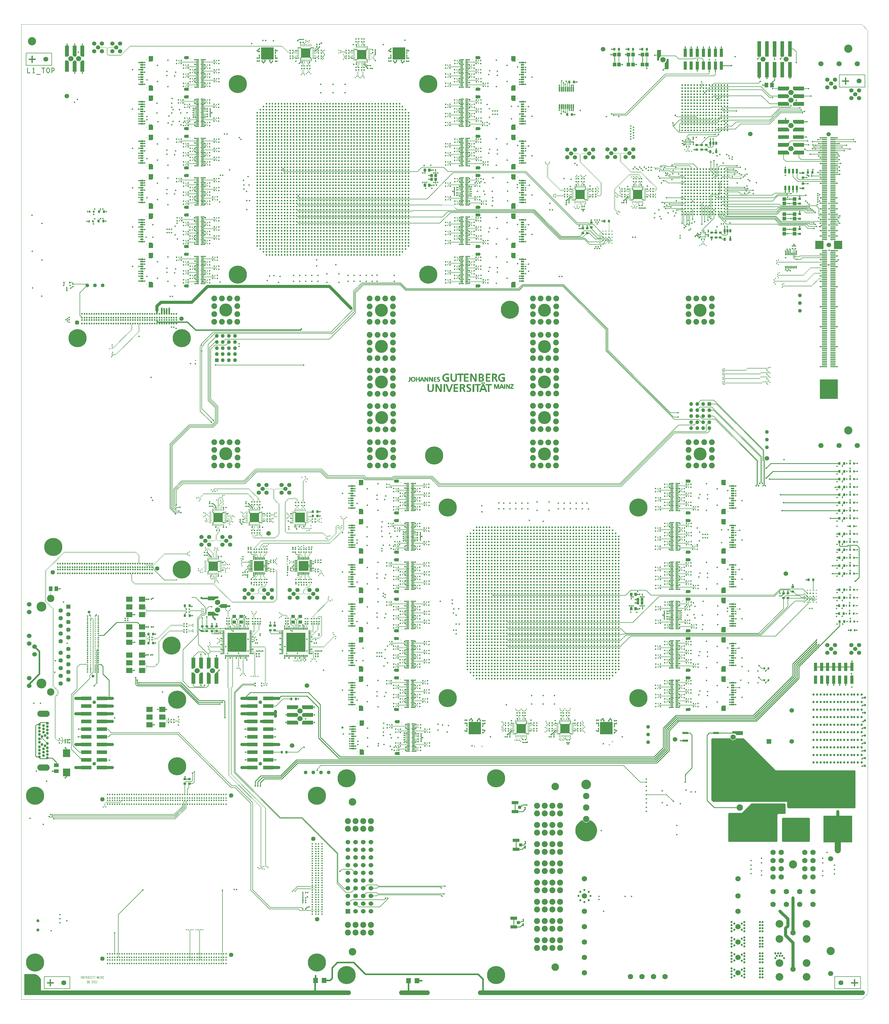
<source format=gbr>
G04 Created by GerbView*
%FSLAX35Y35*%
%MOMM*%
G75*
%ADD10C,0.0254*%
%ADD11C,0.5588*%
%ADD12C,0.1499*%
%ADD13C,0.4978*%
%ADD14C,0.0991*%
%ADD15R,0.2997X0.7976*%
%ADD16R,3.4290X1.2700*%
%ADD17R,0.3988X0.5994*%
%ADD18C,0.0787*%
%ADD19C,0.1346*%
%ADD20R,0.7620X0.8128*%
%ADD21C,1.2598*%
%ADD22C,0.3480*%
%ADD23R,1.1379X0.4978*%
%ADD24R,0.5994X0.7976*%
%ADD25C,0.5385*%
%ADD26R,0.8128X0.7620*%
%ADD27R,0.6985X0.9982*%
%ADD28R,0.5994X0.3988*%
%ADD29R,0.2286X0.8001*%
%ADD30R,0.8636X0.3048*%
%ADD31R,0.3048X0.8636*%
%ADD32R,0.8001X0.2286*%
%ADD33R,1.9990X1.7983*%
%ADD34R,0.6553X0.2540*%
%ADD35R,0.8992X0.2997*%
%ADD36C,0.2489*%
%ADD37C,0.3556*%
%ADD38R,1.1989X1.1989*%
%ADD39R,1.0998X0.2997*%
%ADD40R,0.7976X0.2997*%
%ADD41R,1.2979X1.0490*%
%ADD42C,1.2497*%
%ADD43C,0.6985*%
%ADD44C,0.4978*%
%ADD45R,0.9982X2.7483*%
%ADD46R,1.4453X1.4453*%
%ADD47C,1.4453*%
%ADD48C,2.4435*%
%ADD49R,1.2979X1.4986*%
%ADD50C,0.9982*%
%ADD51R,0.4318X0.7620*%
%ADD52R,0.2540X0.6553*%
%ADD53C,1.5291*%
%ADD54R,1.7475X0.3480*%
%ADD55C,0.9296*%
%ADD56R,1.4986X1.2979*%
%ADD57R,0.9296X0.9296*%
%ADD58R,2.0726X2.0726*%
%ADD59C,2.0726*%
%ADD60R,0.5182X0.2997*%
%ADD61R,2.3978X2.5984*%
%ADD62C,1.3995*%
%ADD63R,0.2489X0.5791*%
%ADD64C,1.7780*%
%ADD65C,1.9787*%
%ADD66R,0.6299X0.3480*%
%ADD67R,1.0490X0.9982*%
%ADD68R,0.2997X0.5791*%
%ADD69C,0.7620*%
%ADD70R,1.5291X1.5291*%
%ADD71R,0.5486X0.2997*%
%ADD72R,0.9144X1.0160*%
%ADD73C,0.3988*%
%ADD74R,1.2700X5.0800*%
%ADD75R,3.6779X1.2700*%
%ADD76C,1.6993*%
%ADD77C,2.6975*%
%ADD78C,2.1082*%
%ADD79R,1.4986X1.4986*%
%ADD80R,3.2487X3.4290*%
%ADD81R,9.5987X8.7986*%
%ADD82R,1.9050X0.6350*%
%ADD83C,1.4986*%
%ADD84C,1.9990*%
%ADD85R,1.2598X1.2598*%
%ADD86C,1.8974*%
%ADD87R,0.3048X0.9119*%
%ADD88C,2.5400*%
%ADD89C,1.4986*%
%ADD90R,1.5977X1.7983*%
%ADD91C,2.4994*%
%ADD92R,0.6350X1.5240*%
%ADD93C,3.1979*%
%ADD94R,3.2004X3.2004*%
%ADD95C,1.0414*%
%ADD96C,0.5486*%
%ADD97R,3.0988X3.0988*%
%ADD98R,3.1775X3.1775*%
%ADD99C,1.4122*%
%ADD100R,6.3500X6.3500*%
%ADD101R,2.1996X1.0490*%
%ADD102R,2.7991X2.6975*%
%ADD103R,5.9995X6.4999*%
%ADD104C,4.2977*%
%ADD105C,0.2540*%
%ADD106C,0.1245*%
%ADD107C,1.7297*%
%ADD108C,1.6739*%
%ADD109C,1.1887*%
%ADD110C,1.4478*%
%ADD111C,3.2487*%
%ADD112C,0.9500*%
%ADD113C,2.4892*%
%ADD114C,1.6281*%
%ADD115C,5.9995*%
%LNEXPORT*%
D02*
D10*
D11*
X22600000Y28962500D03*
D10*
D11*
X22400000Y29562500D03*
D10*
D12*
X22500000Y29662500D02*
X22562500Y29725000D01*
X24031250D01*
X24087500Y29781250D01*
X25281250Y29162500D02*
Y29106000D01*
X25347500Y29039750D01*
G36*
X25531500Y29103250D02*
X25199500D01*
X25163500Y29067250D01*
Y28976250D01*
X25531500D01*
Y29103250D01*
G37*
D13*
X25281250Y29162500D03*
D12*
D13*
X24087500Y29781250D03*
D12*
D11*
X22500000Y29662500D03*
D12*
X25762500Y29300000D02*
X25353750D01*
X25347500Y29293750D01*
G36*
X25531500Y29357250D02*
X25199500D01*
X25163500Y29321250D01*
Y29266250D01*
X25199500Y29230250D01*
X25531500D01*
Y29357250D01*
G37*
D13*
X25762500Y29300000D03*
D12*
D13*
X23293750Y28812500D03*
D12*
X23293750Y28812500D02*
X22868750D01*
X22850000Y28831250D01*
Y28912500D01*
X22800000Y28962500D01*
D11*
X22800000Y28962500D03*
D12*
X22900000Y28962500D02*
X22950000Y28912500D01*
X24425000D01*
X24450000Y28937500D01*
X25075000D01*
X25100000Y28962500D01*
Y28987500D01*
X25687500Y29550000D02*
X25349750D01*
X25347500Y29547750D01*
G36*
X25531500Y29611250D02*
X25163500D01*
Y29520250D01*
X25199500Y29484250D01*
X25531500D01*
Y29611250D01*
G37*
D13*
X25687500Y29550000D03*
D12*
D13*
X25100000Y28987500D03*
D12*
D11*
X22900000Y28962500D03*
D12*
X24852500Y29039750D02*
X24848500Y29043750D01*
X24393750D01*
X24125000Y29312500D01*
X22550000D01*
X22500000Y29262500D01*
G36*
X25036500Y29067250D02*
X25000500Y29103250D01*
X24668500D01*
Y28976250D01*
X25036500D01*
Y29067250D01*
G37*
D11*
X22500000Y29262500D03*
D12*
X22400000Y29662500D02*
X22450000Y29612500D01*
X24106250D01*
X24418750Y29300000D01*
X24846250D01*
X24852500Y29293750D01*
G36*
X25036500Y29321250D02*
X25000500Y29357250D01*
X24668500D01*
Y29230250D01*
X25000500D01*
X25036500Y29266250D01*
Y29321250D01*
G37*
D11*
X22400000Y29662500D03*
D12*
X24487500Y29543750D02*
X24848500D01*
X24852500Y29547750D01*
G36*
X25036500Y29611250D02*
X24668500D01*
Y29484250D01*
X25000500D01*
X25036500Y29520250D01*
Y29611250D01*
G37*
D13*
X24487500Y29543750D03*
D12*
D13*
X24487500Y29250000D03*
D12*
X24487500Y29250000D02*
X24400000D01*
X24137500Y29512500D01*
X22350000D01*
X22300000Y29462500D01*
D11*
X22300000Y29462500D03*
D12*
X5331500Y10065000D02*
X5331250Y10064750D01*
Y9812500D01*
X5368750Y9775000D01*
X5675000D01*
X5706250Y9806250D01*
Y9831250D01*
G36*
X5268000Y10249000D02*
Y9881000D01*
X5395000D01*
Y10198000D01*
X5344000Y10249000D01*
X5268000D01*
G37*
D13*
X5706250Y9831250D03*
D12*
D13*
X8850000Y11793750D03*
D12*
D14*
X8850000Y11700000D02*
Y11793750D01*
D15*
X8850000Y11700000D03*
D14*
D12*
X5331500Y10560000D02*
Y10769010D01*
X5487490Y10925000D01*
X5656250D01*
X5725000Y10856250D01*
Y10850000D01*
G36*
X5268000Y10744000D02*
Y10376000D01*
X5344000D01*
X5395000Y10427000D01*
Y10744000D01*
X5268000D01*
G37*
D13*
X5725000Y10850000D03*
D12*
D13*
X6900000Y11787500D03*
D12*
D14*
X6900000Y11700000D02*
Y11787500D01*
D15*
X6900000Y11700000D03*
D14*
D16*
X1789500Y9139000D03*
D14*
D16*
X2310500Y7615000D03*
D14*
D16*
X1789500Y8631000D03*
D14*
D17*
X9045000Y2650000D03*
D14*
X9045000Y2650000D02*
Y2723750D01*
X9043750Y2725000D01*
D13*
X9043750Y2725000D03*
D14*
D13*
X6762500Y3075000D03*
D14*
D13*
X1533250Y8377000D03*
D14*
D12*
X1789500Y8377000D02*
X1533250D01*
D16*
X1789500Y8377000D03*
D12*
D13*
X1531250Y8123000D03*
D12*
X1789500Y8123000D02*
X1531250D01*
D16*
X1789500Y8123000D03*
D12*
D13*
X9387510Y2663480D03*
D12*
D13*
X9387510Y2663480D03*
D12*
D13*
X6687500Y3075000D03*
D12*
D17*
X9045000Y2981250D03*
D12*
D14*
X9045000Y2981250D02*
X9118750D01*
D13*
X9118750Y2981250D03*
D14*
D13*
X8035500Y8377000D03*
D14*
D12*
X7810500Y8377000D02*
X8035500D01*
D16*
X7810500Y8377000D03*
D12*
X8037500Y8123000D02*
X7810500D01*
D16*
X7810500Y8123000D03*
D12*
D13*
X8037500Y8123000D03*
D12*
D13*
X9267370Y3063530D03*
D12*
D13*
X9267370Y3063530D03*
D12*
X8955000Y2437500D02*
X8905000Y2487500D01*
X7879550D01*
X7293750Y3073300D01*
Y5948300D01*
X6735800Y6506250D01*
X6604550D01*
X4848300Y8262500D01*
X2612500D01*
X2498000Y8377000D01*
X2310500D01*
D17*
X8955000Y2437500D03*
D12*
D16*
X2310500Y8377000D03*
D12*
D18*
X9587410Y2423450D02*
X9549400Y2385440D01*
X9227060D01*
D12*
X9227060Y2385440D02*
X8852060D01*
X8800000Y2437500D01*
X7850000D01*
X7237500Y3050000D01*
Y5925000D01*
X6712500Y6450000D01*
X6581250D01*
X4825000Y8206250D01*
X2612500D01*
X2529250Y8123000D01*
X2310500D01*
D16*
X2310500Y8123000D03*
D12*
D13*
X9587410Y2423450D03*
D12*
D14*
X9045000Y2800000D02*
X9076250Y2831250D01*
X9106250D01*
D17*
X9045000Y2800000D03*
D14*
D13*
X9106250Y2831250D03*
D14*
D13*
X7052000Y8377000D03*
D14*
D12*
X7289500Y8377000D02*
X7052000D01*
D16*
X7289500Y8377000D03*
D12*
D13*
X9587410Y2743490D03*
D12*
D13*
X9587410Y2743490D03*
D12*
D13*
X7054250Y8123000D03*
D12*
X7289500Y8123000D02*
X7054250D01*
D16*
X7289500Y8123000D03*
D12*
D19*
X7810500Y7615000D02*
X8260030D01*
D20*
X8260030Y7615000D03*
D19*
D16*
X7810500Y7615000D03*
D19*
D12*
X7810500Y9139000D02*
X8064000D01*
X8300000Y9375000D01*
X8572530D01*
D16*
X7810500Y9139000D03*
D12*
D20*
X8572530Y9375000D03*
D12*
D21*
X22197000Y18724000D03*
D12*
D21*
X21797000Y18724000D03*
D12*
D21*
X6306000Y20973000D03*
D12*
D21*
X6706000Y20973000D03*
D12*
D11*
X22400000Y29462500D03*
D12*
D22*
X22400000Y29462500D03*
D12*
D23*
X23171000Y9510000D03*
D12*
D13*
X23077500Y9510000D03*
D12*
X23171000Y9510000D02*
X23077500D01*
D11*
X22500000Y29362500D03*
D12*
D22*
X22500000Y29362500D03*
D12*
D13*
X23480000Y9430000D03*
D12*
D11*
X22500000Y29562500D03*
D12*
D22*
X22500000Y29562500D03*
D12*
D23*
X23171000Y10810000D03*
D12*
D13*
X23077500Y10810000D03*
D12*
X23171000Y10810000D02*
X23077500D01*
D11*
X22600000Y29462500D03*
D12*
D22*
X22600000Y29462500D03*
D12*
D13*
X23480000Y13330000D03*
D12*
D11*
X22500000Y29462500D03*
D12*
D22*
X22500000Y29462500D03*
D12*
D13*
X23480000Y12030000D03*
D12*
D11*
X22700000Y29662500D03*
D12*
D22*
X22700000Y29662500D03*
D12*
D23*
X23171000Y12190000D03*
D12*
D13*
X23268000Y12190000D03*
D12*
D14*
X23171000Y12190000D02*
X23268000D01*
D12*
X24352500Y10000000D02*
X24263750Y9911250D01*
D13*
X24263750Y9911250D03*
D12*
D24*
X24352500Y10000000D03*
D12*
D25*
X16400000Y10950000D03*
D12*
D22*
X16400000Y10950000D03*
D12*
D13*
X23439370Y9995630D03*
D12*
X24352500Y10387500D02*
X24263750Y10298750D01*
D13*
X24263750Y10298750D03*
D12*
D24*
X24352500Y10387500D03*
D12*
D25*
X16500000Y11150000D03*
D12*
D22*
X16500000Y11150000D03*
D12*
D13*
X23478500Y10446500D03*
D12*
D20*
X2354710Y25168750D03*
D12*
D14*
X2354710Y25168750D02*
X2432810D01*
D13*
X2432810Y25168750D03*
D14*
D13*
X9450000Y24950000D03*
D14*
D25*
X9450000Y24950000D03*
D14*
D20*
X2199770Y25168750D03*
D14*
D12*
X2199770Y25168750D02*
Y25188670D01*
X2262500Y25251400D01*
D13*
X2262500Y25251400D03*
D12*
D24*
X1885000Y25162500D03*
D12*
D14*
X1885000Y25162500D02*
X1815000D01*
D13*
X1815000Y25162500D03*
D14*
D20*
X2371220Y25481250D03*
D14*
X2371220Y25481250D02*
X2449320D01*
D13*
X2449320Y25481250D03*
D14*
D13*
X9550000Y25150000D03*
D14*
D25*
X9550000Y25150000D03*
D14*
D12*
X2257650Y25570150D02*
Y25522620D01*
X2216280Y25481250D01*
D20*
X2216280Y25481250D03*
D12*
D13*
X2257650Y25570150D03*
D12*
D24*
X1903750Y25481250D03*
D12*
D14*
X1903750Y25481250D02*
X1833750D01*
D13*
X1833750Y25481250D03*
D14*
D11*
X21600000Y29062500D03*
D14*
D11*
X21800000Y29062500D03*
D14*
D13*
X21800000Y29062500D03*
D14*
D11*
X22200000Y29662500D03*
D14*
D11*
X22300000Y29362500D03*
D14*
D11*
X22300000Y29562500D03*
D14*
D12*
X24036100Y10088900D02*
X24125000Y10000000D01*
X24222500D01*
D24*
X24222500Y10000000D03*
D12*
D13*
X24036100Y10088900D03*
D12*
X24038900Y10476400D02*
X24127800Y10387500D01*
X24222500D01*
D24*
X24222500Y10387500D03*
D12*
D13*
X24038900Y10476400D03*
D12*
D14*
X2015000Y25162500D02*
X2027500Y25150000D01*
Y25077500D01*
D13*
X2027500Y25077500D03*
D14*
D24*
X2015000Y25162500D03*
D14*
X2033750Y25481250D02*
Y25391250D01*
D13*
X2033750Y25391250D03*
D14*
D24*
X2033750Y25481250D03*
D14*
D13*
X16400000Y10850000D03*
D14*
D25*
X16400000Y10850000D03*
D14*
D13*
X27060000Y12036400D03*
D14*
X27060000Y11938900D02*
Y12036400D01*
D24*
X27060000Y11938900D03*
D14*
D13*
X27041250Y12291250D03*
D14*
X27041250Y12193750D02*
Y12291250D01*
D24*
X27041250Y12193750D03*
D14*
D13*
X27041250Y12553750D03*
D14*
X27041250Y12456250D02*
Y12553750D01*
D24*
X27041250Y12456250D03*
D14*
D13*
X27053750Y12816250D03*
D14*
X27053750Y12718750D02*
Y12816250D01*
D24*
X27053750Y12718750D03*
D14*
D13*
X27053750Y13078750D03*
D14*
X27053750Y12981250D02*
Y13078750D01*
D24*
X27053750Y12981250D03*
D14*
X26811100Y11850000D02*
Y11885030D01*
X26864970Y11938900D01*
D20*
X26864970Y11938900D03*
D14*
D13*
X26811100Y11850000D03*
D14*
D13*
X27300000Y11938900D03*
D14*
X27190000Y11938900D02*
X27300000D01*
D24*
X27190000Y11938900D03*
D14*
X26792350Y12104850D02*
Y12139880D01*
X26846220Y12193750D01*
D20*
X26846220Y12193750D03*
D14*
D13*
X26792350Y12104850D03*
D14*
D13*
X27281250Y12193750D03*
D14*
X27171250Y12193750D02*
X27281250D01*
D24*
X27171250Y12193750D03*
D14*
X26792350Y12367350D02*
Y12402380D01*
X26846220Y12456250D01*
D20*
X26846220Y12456250D03*
D14*
D13*
X26792350Y12367350D03*
D14*
D13*
X27281250Y12456250D03*
D14*
X27171250Y12456250D02*
X27281250D01*
D24*
X27171250Y12456250D03*
D14*
X26804850Y12629850D02*
Y12664880D01*
X26858720Y12718750D01*
D20*
X26858720Y12718750D03*
D14*
D13*
X26804850Y12629850D03*
D14*
D13*
X27293750Y12718750D03*
D14*
X27183750Y12718750D02*
X27293750D01*
D24*
X27183750Y12718750D03*
D14*
X26804850Y12892350D02*
Y12927380D01*
X26858720Y12981250D01*
D20*
X26858720Y12981250D03*
D14*
D13*
X26804850Y12892350D03*
D14*
D13*
X27293750Y12981250D03*
D14*
X27183750Y12981250D02*
X27293750D01*
D24*
X27183750Y12981250D03*
D14*
D13*
X27053750Y17253750D03*
D14*
D12*
X27053750Y17156250D02*
Y17253750D01*
D24*
X27053750Y17156250D03*
D12*
D13*
X27053750Y16997500D03*
D12*
X27053750Y16900000D02*
Y16997500D01*
D24*
X27053750Y16900000D03*
D12*
D13*
X27053750Y16741250D03*
D12*
X27053750Y16643750D02*
Y16741250D01*
D24*
X27053750Y16643750D03*
D12*
D13*
X27053750Y16222500D03*
D12*
X27053750Y16125000D02*
Y16222500D01*
D24*
X27053750Y16125000D03*
D12*
D13*
X27053750Y15960000D03*
D12*
X27053750Y15862500D02*
Y15960000D01*
D24*
X27053750Y15862500D03*
D12*
D13*
X27053750Y15697500D03*
D12*
X27053750Y15600000D02*
Y15697500D01*
D24*
X27053750Y15600000D03*
D12*
D13*
X27293750Y17156250D03*
D12*
X27183750Y17156250D02*
X27293750D01*
D24*
X27183750Y17156250D03*
D12*
X26804850Y17067350D02*
Y17102380D01*
X26858720Y17156250D01*
D20*
X26858720Y17156250D03*
D12*
D13*
X26804850Y17067350D03*
D12*
X26804850Y16811100D02*
Y16846130D01*
X26858720Y16900000D01*
D20*
X26858720Y16900000D03*
D12*
D13*
X26804850Y16811100D03*
D12*
D13*
X27293750Y16900000D03*
D12*
X27183750Y16900000D02*
X27293750D01*
D24*
X27183750Y16900000D03*
D12*
D13*
X27293750Y16643750D03*
D12*
X27183750Y16643750D02*
X27293750D01*
D24*
X27183750Y16643750D03*
D12*
D13*
X27293750Y16125000D03*
D12*
X27183750Y16125000D02*
X27293750D01*
D24*
X27183750Y16125000D03*
D12*
D13*
X27293750Y15862500D03*
D12*
X27183750Y15862500D02*
X27293750D01*
D24*
X27183750Y15862500D03*
D12*
D13*
X27293750Y15600000D03*
D12*
X27183750Y15600000D02*
X27293750D01*
D24*
X27183750Y15600000D03*
D12*
X26804850Y16554850D02*
Y16589880D01*
X26858720Y16643750D01*
D20*
X26858720Y16643750D03*
D12*
D13*
X26804850Y16554850D03*
D12*
X26804850Y16036100D02*
Y16071130D01*
X26858720Y16125000D01*
D20*
X26858720Y16125000D03*
D12*
D13*
X26804850Y16036100D03*
D12*
X26804850Y15773600D02*
Y15808630D01*
X26858720Y15862500D01*
D20*
X26858720Y15862500D03*
D12*
D13*
X26804850Y15773600D03*
D12*
X26804850Y15511100D02*
Y15546130D01*
X26858720Y15600000D01*
D20*
X26858720Y15600000D03*
D12*
D13*
X26804850Y15511100D03*
D12*
D13*
X27053750Y15441250D03*
D12*
X27053750Y15343750D02*
Y15441250D01*
D24*
X27053750Y15343750D03*
D12*
D13*
X27053750Y16478750D03*
D12*
X27053750Y16381250D02*
Y16478750D01*
D24*
X27053750Y16381250D03*
D12*
D13*
X27053750Y13616250D03*
D12*
X27053750Y13518750D02*
Y13616250D01*
D24*
X27053750Y13518750D03*
D12*
D13*
X27053750Y14403750D03*
D12*
X27053750Y14306250D02*
Y14403750D01*
D24*
X27053750Y14306250D03*
D12*
D13*
X27053750Y14666250D03*
D12*
X27053750Y14568750D02*
Y14666250D01*
D24*
X27053750Y14568750D03*
D12*
D13*
X27053750Y14928750D03*
D12*
X27053750Y14831250D02*
Y14928750D01*
D24*
X27053750Y14831250D03*
D12*
D13*
X27053750Y14141250D03*
D12*
X27053750Y14043750D02*
Y14141250D01*
D24*
X27053750Y14043750D03*
D12*
D13*
X27053750Y13878750D03*
D12*
X27053750Y13781250D02*
Y13878750D01*
D24*
X27053750Y13781250D03*
D12*
X26804850Y15254850D02*
Y15289880D01*
X26858720Y15343750D01*
D20*
X26858720Y15343750D03*
D12*
D13*
X26804850Y15254850D03*
D12*
D13*
X27293750Y15343750D03*
D12*
X27183750Y15343750D02*
X27293750D01*
D24*
X27183750Y15343750D03*
D12*
X26804850Y16292350D02*
Y16327380D01*
X26858720Y16381250D01*
D20*
X26858720Y16381250D03*
D12*
D13*
X26804850Y16292350D03*
D12*
D13*
X27293750Y16381250D03*
D12*
X27183750Y16381250D02*
X27293750D01*
D24*
X27183750Y16381250D03*
D12*
X26804850Y13429850D02*
Y13464880D01*
X26858720Y13518750D01*
D20*
X26858720Y13518750D03*
D12*
D13*
X26804850Y13429850D03*
D12*
D13*
X27293750Y13518750D03*
D12*
X27183750Y13518750D02*
X27293750D01*
D24*
X27183750Y13518750D03*
D12*
X26804850Y14217350D02*
Y14252380D01*
X26858720Y14306250D01*
D20*
X26858720Y14306250D03*
D12*
D13*
X26804850Y14217350D03*
D12*
D13*
X27293750Y14306250D03*
D12*
X27183750Y14306250D02*
X27293750D01*
D24*
X27183750Y14306250D03*
D12*
X26804850Y14479850D02*
Y14514880D01*
X26858720Y14568750D01*
D20*
X26858720Y14568750D03*
D12*
D13*
X26804850Y14479850D03*
D12*
D13*
X27293750Y14568750D03*
D12*
X27183750Y14568750D02*
X27293750D01*
D24*
X27183750Y14568750D03*
D12*
X26804850Y14742350D02*
Y14777380D01*
X26858720Y14831250D01*
D20*
X26858720Y14831250D03*
D12*
D13*
X26804850Y14742350D03*
D12*
D13*
X27293750Y14831250D03*
D12*
X27183750Y14831250D02*
X27293750D01*
D24*
X27183750Y14831250D03*
D12*
X26804850Y13954850D02*
Y13989880D01*
X26858720Y14043750D01*
D20*
X26858720Y14043750D03*
D12*
D13*
X26804850Y13954850D03*
D12*
D13*
X27293750Y14043750D03*
D12*
X27183750Y14043750D02*
X27293750D01*
D24*
X27183750Y14043750D03*
D12*
X26804850Y13692350D02*
Y13727380D01*
X26858720Y13781250D01*
D20*
X26858720Y13781250D03*
D12*
D13*
X26804850Y13692350D03*
D12*
D13*
X27293750Y13781250D03*
D12*
X27183750Y13781250D02*
X27293750D01*
D24*
X27183750Y13781250D03*
D12*
X22762500Y24628780D02*
X22618750D01*
D26*
X22618750Y24628780D03*
D12*
X22905000Y24566250D02*
X22827570D01*
X22765040Y24628780D01*
X22762500D01*
D27*
X22905000Y24566250D03*
D12*
D26*
X22762500Y24628780D03*
D12*
X22300000Y27528780D02*
X22143750D01*
D26*
X22143750Y27528780D03*
D12*
D27*
X22436250Y27466250D03*
D12*
X22436250Y27466250D02*
X22362530D01*
X22300000Y27528780D01*
D26*
X22300000Y27528780D03*
D12*
X5956250Y15742500D02*
X5875000D01*
X6025000Y15625000D02*
Y15687500D01*
X5970000Y15742500D01*
X5956250D01*
D28*
X5875000Y15742500D03*
D12*
D29*
X6025000Y15625000D03*
D12*
D28*
X5956250Y15742500D03*
D12*
D30*
X8730000Y13750000D03*
D12*
X8730000Y13750000D02*
X8606250D01*
D13*
X8606250Y13750000D03*
D12*
D30*
X8730000Y13800000D03*
D12*
X8730000Y13800000D02*
X8650000D01*
D13*
X8650000Y13800000D03*
D12*
D30*
X7255000Y13750000D03*
D12*
X7255000Y13750000D02*
X7131250D01*
D13*
X7131250Y13750000D03*
D12*
D30*
X7255000Y13800000D03*
D12*
X7255000Y13800000D02*
X7175000D01*
D13*
X7175000Y13800000D03*
D12*
X22762500Y24783720D02*
X22765040D01*
X22842510Y24706250D01*
X22968750D01*
X23000000Y24737500D01*
Y24846250D01*
D26*
X22762500Y24783720D03*
D12*
D17*
X22995000Y24987500D03*
D12*
X22995000Y24987500D02*
Y24851250D01*
X23000000Y24846250D01*
D27*
X23000000Y24846250D03*
D12*
X22481250Y27606250D02*
X22375000D01*
X22300000Y27681250D01*
Y27683720D01*
X22481250Y27606250D02*
X22531250Y27656250D01*
Y27746250D01*
D17*
X22526250Y27887500D03*
D12*
X22526250Y27887500D02*
Y27751250D01*
X22531250Y27746250D01*
D27*
X22531250Y27746250D03*
D12*
D26*
X22300000Y27683720D03*
D12*
D28*
X8725000Y13320000D03*
D12*
D14*
X8725000Y13320000D02*
Y13350000D01*
X8775000Y13400000D01*
X8806250D01*
X8850000Y13443750D01*
Y13530000D01*
D31*
X8850000Y13530000D03*
D14*
D12*
X17757500Y25850000D02*
Y25775000D01*
D17*
X17757500Y25775000D03*
D12*
D32*
X17875000Y25925000D03*
D12*
X17875000Y25925000D02*
X17812500D01*
X17757500Y25870000D01*
Y25850000D01*
D17*
X17757500Y25850000D03*
D12*
D28*
X7250000Y13320000D03*
D12*
X7250000Y13320000D02*
Y13350000D01*
X7300000Y13400000D01*
X7331250D01*
X7375000Y13443750D01*
Y13530000D01*
D31*
X7375000Y13530000D03*
D12*
X7231250Y14230000D02*
Y14187490D01*
X7262490Y14156250D01*
X7343750D01*
X7375000Y14125000D01*
Y14020000D01*
D31*
X7375000Y14020000D03*
D12*
D14*
X7231250Y14230000D02*
X7150000D01*
D28*
X7150000Y14230000D03*
D14*
D28*
X7231250Y14230000D03*
D14*
D12*
X8706250Y14230000D02*
Y14187490D01*
X8737490Y14156250D01*
X8818750D01*
X8850000Y14125000D01*
Y14020000D01*
D31*
X8850000Y14020000D03*
D12*
X8706250Y14230000D02*
X8625000D01*
D28*
X8625000Y14230000D03*
D12*
D28*
X8706250Y14230000D03*
D12*
D30*
X8730000Y13900000D03*
D12*
D14*
X8730000Y13900000D02*
X8649100D01*
D13*
X8649100Y13900000D03*
D14*
D30*
X8730000Y13650000D03*
D14*
D12*
X8730000Y13650000D02*
X8650000D01*
D13*
X8650000Y13650000D03*
D12*
D30*
X7255000Y13900000D03*
D12*
D13*
X7174100Y13900000D03*
D12*
X7255000Y13900000D02*
X7174100D01*
D30*
X7255000Y13650000D03*
D12*
D13*
X7175000Y13650000D03*
D12*
X7255000Y13650000D02*
X7175000D01*
D14*
X5105000Y12250000D02*
X5074500Y12280500D01*
X3775000D01*
X3765000Y12270500D01*
Y12174750D01*
X3755000Y12164750D01*
X3635000D01*
D12*
X5053780Y12131250D02*
Y12185020D01*
X5105000Y12236240D01*
Y12250000D01*
D20*
X5053780Y12131250D03*
D12*
D17*
X5105000Y12250000D03*
D12*
D33*
X3635000Y12164750D03*
D12*
D14*
X4512500Y8593750D02*
Y8636750D01*
X4443750D01*
X4433750Y8626750D01*
Y8531000D01*
X4423750Y8521000D01*
X4303750D01*
D13*
X4512500Y8593750D03*
D14*
D17*
X4598750Y8606250D03*
D14*
X4598750Y8606250D02*
X4568250Y8636750D01*
X4512500D01*
D33*
X4303750Y8521000D03*
D14*
D29*
X7375000Y15125000D03*
D14*
X7375000Y15125000D02*
Y15098000D01*
X7361030Y15084030D01*
Y15040200D01*
X7320500Y14999670D01*
Y14974000D01*
X7343250Y14951250D01*
X7350000D01*
D28*
X7350000Y14951250D03*
D14*
D32*
X18375000Y26075000D03*
D14*
X18375000Y26075000D02*
X18402000D01*
X18415970Y26061030D01*
X18459800D01*
X18500330Y26020500D01*
X18526000D01*
X18548750Y26043250D01*
Y26050000D01*
D17*
X18548750Y26050000D03*
D14*
D29*
X10875000Y30925000D03*
D14*
X10875000Y30925000D02*
Y30952000D01*
X10888970Y30965970D01*
Y31009800D01*
X10929500Y31050330D01*
Y31076000D01*
X10906750Y31098750D01*
X10900000D01*
D28*
X10900000Y31098750D03*
D14*
D29*
X7475000Y15125000D03*
D14*
X7475000Y15125000D02*
Y15095000D01*
X7461470Y15081470D01*
Y15049520D01*
X7502000Y15008990D01*
Y14974000D01*
X7524750Y14951250D01*
X7531250D01*
D28*
X7531250Y14951250D03*
D14*
D32*
X18375000Y26175000D03*
D14*
X18375000Y26175000D02*
X18405000D01*
X18418530Y26161470D01*
X18450480D01*
X18491010Y26202000D01*
X18526000D01*
X18548750Y26224750D01*
Y26231250D01*
D17*
X18548750Y26231250D03*
D14*
D29*
X10775000Y30925000D03*
D14*
X10775000Y30925000D02*
Y30955000D01*
X10788530Y30968530D01*
Y31000480D01*
X10748000Y31041010D01*
Y31076000D01*
X10725250Y31098750D01*
X10718750D01*
D28*
X10718750Y31098750D03*
D14*
D32*
X7600000Y15350000D03*
D14*
X7600000Y15350000D02*
X7627000D01*
X7640970Y15336030D01*
X7684800D01*
X7725330Y15295500D01*
X7751000D01*
X7773750Y15318250D01*
Y15325000D01*
D17*
X7773750Y15325000D03*
D14*
D29*
X18150000Y26300000D03*
D14*
X18150000Y26300000D02*
Y26327000D01*
X18163970Y26340970D01*
Y26384800D01*
X18204500Y26425330D01*
Y26451000D01*
X18181750Y26473750D01*
X18175000D01*
D28*
X18175000Y26473750D03*
D14*
D32*
X10650000Y30700000D03*
D14*
X10650000Y30700000D02*
X10623000D01*
X10609030Y30713970D01*
X10565200D01*
X10524670Y30754500D01*
X10499000D01*
X10476250Y30731750D01*
Y30725000D01*
D17*
X10476250Y30725000D03*
D14*
D32*
X7600000Y15450000D03*
D14*
X7600000Y15450000D02*
X7630000D01*
X7643530Y15436470D01*
X7675480D01*
X7716010Y15477000D01*
X7751000D01*
X7773750Y15499750D01*
Y15506250D01*
D17*
X7773750Y15506250D03*
D14*
D29*
X18050000Y26300000D03*
D14*
X18050000Y26300000D02*
Y26330000D01*
X18063530Y26343530D01*
Y26375480D01*
X18023000Y26416010D01*
Y26451000D01*
X18000250Y26473750D01*
X17993750D01*
D28*
X17993750Y26473750D03*
D14*
D32*
X10650000Y30600000D03*
D14*
X10650000Y30600000D02*
X10620000D01*
X10606470Y30613530D01*
X10574520D01*
X10533990Y30573000D01*
X10499000D01*
X10476250Y30550250D01*
Y30543750D01*
D17*
X10476250Y30543750D03*
D14*
D29*
X7425000Y15625000D03*
D14*
X7425000Y15625000D02*
Y15652000D01*
X7438970Y15665970D01*
Y15709800D01*
X7479500Y15750330D01*
Y15776000D01*
X7456750Y15798750D01*
X7450000D01*
D28*
X7450000Y15798750D03*
D14*
D32*
X17875000Y26125000D03*
D14*
X17875000Y26125000D02*
X17848000D01*
X17834030Y26138970D01*
X17790200D01*
X17749670Y26179500D01*
X17724000D01*
X17701250Y26156750D01*
Y26150000D01*
D17*
X17701250Y26150000D03*
D14*
D29*
X10825000Y30425000D03*
D14*
X10825000Y30425000D02*
Y30398000D01*
X10811030Y30384030D01*
Y30340200D01*
X10770500Y30299670D01*
Y30274000D01*
X10793250Y30251250D01*
X10800000D01*
D28*
X10800000Y30251250D03*
D14*
D29*
X7325000Y15625000D03*
D14*
X7325000Y15625000D02*
Y15655000D01*
X7338530Y15668530D01*
Y15700480D01*
X7298000Y15741010D01*
Y15776000D01*
X7275250Y15798750D01*
X7268750D01*
D28*
X7268750Y15798750D03*
D14*
D32*
X17875000Y26025000D03*
D14*
X17875000Y26025000D02*
X17845000D01*
X17831470Y26038530D01*
X17799520D01*
X17758990Y25998000D01*
X17724000D01*
X17701250Y25975250D01*
Y25968750D01*
D17*
X17701250Y25968750D03*
D14*
D29*
X10925000Y30425000D03*
D14*
X10925000Y30425000D02*
Y30395000D01*
X10911470Y30381470D01*
Y30349520D01*
X10952000Y30308990D01*
Y30274000D01*
X10974750Y30251250D01*
X10981250D01*
D28*
X10981250Y30251250D03*
D14*
X5105000Y12337500D02*
X5070500Y12303000D01*
X3775000D01*
X3765000Y12313000D01*
Y12408750D01*
X3755000Y12418750D01*
X3635000D01*
D12*
X5053780Y12462500D02*
Y12398720D01*
X5105000Y12347500D01*
Y12337500D01*
D17*
X5105000Y12337500D03*
D12*
D20*
X5053780Y12462500D03*
D12*
D33*
X3635000Y12418750D03*
D12*
D13*
X4512500Y8706250D03*
D12*
D14*
X4512500Y8706250D02*
Y8659250D01*
X4564250D01*
X4598750Y8693750D01*
X4303750Y8775000D02*
X4423750D01*
X4433750Y8765000D01*
Y8669250D01*
X4443750Y8659250D01*
X4512500D01*
D17*
X4598750Y8693750D03*
D14*
D33*
X4303750Y8775000D03*
D14*
D29*
X7325000Y15125000D03*
D14*
X7325000Y15125000D02*
Y15095000D01*
X7338530Y15081470D01*
Y15049520D01*
X7298000Y15008990D01*
Y14974000D01*
X7275250Y14951250D01*
X7268750D01*
D28*
X7268750Y14951250D03*
D14*
D32*
X18375000Y26025000D03*
D14*
X18375000Y26025000D02*
X18405000D01*
X18418530Y26038530D01*
X18450480D01*
X18491010Y25998000D01*
X18526000D01*
X18548750Y25975250D01*
Y25968750D01*
D17*
X18548750Y25968750D03*
D14*
D29*
X10925000Y30925000D03*
D14*
X10925000Y30925000D02*
Y30955000D01*
X10911470Y30968530D01*
Y31000480D01*
X10952000Y31041010D01*
Y31076000D01*
X10974750Y31098750D01*
X10981250D01*
D28*
X10981250Y31098750D03*
D14*
D29*
X7425000Y15125000D03*
D14*
X7425000Y15125000D02*
Y15098000D01*
X7438970Y15084030D01*
Y15040200D01*
X7479500Y14999670D01*
Y14974000D01*
X7456750Y14951250D01*
X7450000D01*
D28*
X7450000Y14951250D03*
D14*
D32*
X18375000Y26125000D03*
D14*
X18375000Y26125000D02*
X18402000D01*
X18415970Y26138970D01*
X18459800D01*
X18500330Y26179500D01*
X18526000D01*
X18548750Y26156750D01*
Y26150000D01*
D17*
X18548750Y26150000D03*
D14*
D29*
X10825000Y30925000D03*
D14*
X10825000Y30925000D02*
Y30952000D01*
X10811030Y30965970D01*
Y31009800D01*
X10770500Y31050330D01*
Y31076000D01*
X10793250Y31098750D01*
X10800000D01*
D28*
X10800000Y31098750D03*
D14*
D32*
X7600000Y15300000D03*
D14*
X7600000Y15300000D02*
X7630000D01*
X7643530Y15313530D01*
X7675480D01*
X7716010Y15273000D01*
X7751000D01*
X7773750Y15250250D01*
Y15243750D01*
D17*
X7773750Y15243750D03*
D14*
D29*
X18200000Y26300000D03*
D14*
X18200000Y26300000D02*
Y26330000D01*
X18186470Y26343530D01*
Y26375480D01*
X18227000Y26416010D01*
Y26451000D01*
X18249750Y26473750D01*
X18256250D01*
D28*
X18256250Y26473750D03*
D14*
D32*
X10650000Y30750000D03*
D14*
X10650000Y30750000D02*
X10620000D01*
X10606470Y30736470D01*
X10574520D01*
X10533990Y30777000D01*
X10499000D01*
X10476250Y30799750D01*
Y30806250D01*
D17*
X10476250Y30806250D03*
D14*
D32*
X7600000Y15400000D03*
D14*
X7600000Y15400000D02*
X7627000D01*
X7640970Y15413970D01*
X7684800D01*
X7725330Y15454500D01*
X7751000D01*
X7773750Y15431750D01*
Y15425000D01*
D17*
X7773750Y15425000D03*
D14*
D29*
X18100000Y26300000D03*
D14*
X18100000Y26300000D02*
Y26327000D01*
X18086030Y26340970D01*
Y26384800D01*
X18045500Y26425330D01*
Y26451000D01*
X18068250Y26473750D01*
X18075000D01*
D28*
X18075000Y26473750D03*
D14*
D32*
X10650000Y30650000D03*
D14*
X10650000Y30650000D02*
X10623000D01*
X10609030Y30636030D01*
X10565200D01*
X10524670Y30595500D01*
X10499000D01*
X10476250Y30618250D01*
Y30625000D01*
D17*
X10476250Y30625000D03*
D14*
D29*
X7475000Y15625000D03*
D14*
X7475000Y15625000D02*
Y15655000D01*
X7461470Y15668530D01*
Y15700480D01*
X7502000Y15741010D01*
Y15776000D01*
X7524750Y15798750D01*
X7531250D01*
D28*
X7531250Y15798750D03*
D14*
D32*
X17875000Y26175000D03*
D14*
X17875000Y26175000D02*
X17845000D01*
X17831470Y26161470D01*
X17799520D01*
X17758990Y26202000D01*
X17724000D01*
X17701250Y26224750D01*
Y26231250D01*
D17*
X17701250Y26231250D03*
D14*
D29*
X10775000Y30425000D03*
D14*
X10775000Y30425000D02*
Y30395000D01*
X10788530Y30381470D01*
Y30349520D01*
X10748000Y30308990D01*
Y30274000D01*
X10725250Y30251250D01*
X10718750D01*
D28*
X10718750Y30251250D03*
D14*
D29*
X7375000Y15625000D03*
D14*
X7375000Y15625000D02*
Y15652000D01*
X7361030Y15665970D01*
Y15709800D01*
X7320500Y15750330D01*
Y15776000D01*
X7343250Y15798750D01*
X7350000D01*
D28*
X7350000Y15798750D03*
D14*
D32*
X17875000Y26075000D03*
D14*
X17875000Y26075000D02*
X17848000D01*
X17834030Y26061030D01*
X17790200D01*
X17749670Y26020500D01*
X17724000D01*
X17701250Y26043250D01*
Y26050000D01*
D17*
X17701250Y26050000D03*
D14*
D29*
X10875000Y30425000D03*
D14*
X10875000Y30425000D02*
Y30398000D01*
X10888970Y30384030D01*
Y30340200D01*
X10929500Y30299670D01*
Y30274000D01*
X10906750Y30251250D01*
X10900000D01*
D28*
X10900000Y30251250D03*
D14*
D28*
X7418750Y13320000D03*
D14*
X7418750Y13320000D02*
X7391270Y13347480D01*
Y13378770D01*
X7461250Y13448750D01*
Y13484300D01*
X7475000Y13498050D01*
Y13530000D01*
D31*
X7475000Y13530000D03*
D14*
D28*
X8893750Y13320000D03*
D14*
X8893750Y13320000D02*
X8866270Y13347480D01*
Y13378770D01*
X8936250Y13448750D01*
Y13484300D01*
X8950000Y13498050D01*
Y13530000D01*
D31*
X8950000Y13530000D03*
D14*
D28*
X7343750Y13320000D03*
D14*
X7343750Y13320000D02*
X7363970Y13328660D01*
X7368770Y13340660D01*
Y13388090D01*
X7438750Y13458070D01*
Y13484300D01*
X7425000Y13498050D01*
Y13530000D01*
D31*
X7425000Y13530000D03*
D14*
D28*
X8818750Y13320000D03*
D14*
X8818750Y13320000D02*
X8838970Y13328660D01*
X8843770Y13340660D01*
Y13388090D01*
X8913750Y13458070D01*
Y13484300D01*
X8900000Y13498050D01*
Y13530000D01*
D31*
X8900000Y13530000D03*
D14*
D28*
X7587500Y13320000D03*
D14*
X7587500Y13320000D02*
X7561250Y13346250D01*
Y13473750D01*
X7575000Y13487500D01*
Y13530000D01*
D31*
X7575000Y13530000D03*
D14*
D28*
X9062500Y13320000D03*
D14*
X9062500Y13320000D02*
X9036250Y13346250D01*
Y13473750D01*
X9050000Y13487500D01*
Y13530000D01*
D31*
X9050000Y13530000D03*
D14*
D28*
X7512500Y13320000D03*
D14*
X7512500Y13320000D02*
X7538750Y13346250D01*
Y13473750D01*
X7525000Y13487500D01*
Y13530000D01*
D31*
X7525000Y13530000D03*
D14*
D28*
X8987500Y13320000D03*
D14*
X8987500Y13320000D02*
X9013750Y13346250D01*
Y13473750D01*
X9000000Y13487500D01*
Y13530000D01*
D31*
X9000000Y13530000D03*
D14*
D28*
X7756250Y13320000D03*
D14*
X7756250Y13320000D02*
X7731230Y13345020D01*
Y13368770D01*
X7661250Y13438750D01*
Y13484300D01*
X7675000Y13498050D01*
Y13530000D01*
D31*
X7675000Y13530000D03*
D14*
D28*
X9231250Y13320000D03*
D14*
X9231250Y13320000D02*
X9206230Y13345020D01*
Y13368770D01*
X9136250Y13438750D01*
Y13484300D01*
X9150000Y13498050D01*
Y13530000D01*
D31*
X9150000Y13530000D03*
D14*
D28*
X7681250Y13320000D03*
D14*
X7681250Y13320000D02*
X7708730Y13347480D01*
Y13359450D01*
X7638750Y13429430D01*
Y13484300D01*
X7625000Y13498050D01*
Y13530000D01*
D31*
X7625000Y13530000D03*
D14*
D28*
X9156250Y13320000D03*
D14*
X9156250Y13320000D02*
X9183730Y13347480D01*
Y13359450D01*
X9113750Y13429430D01*
Y13484300D01*
X9100000Y13498050D01*
Y13530000D01*
D31*
X9100000Y13530000D03*
D14*
D30*
X7745000Y13650000D03*
D14*
X7745000Y13650000D02*
X7787500D01*
X7801250Y13636250D01*
X7866250D01*
X7892500Y13662500D01*
D17*
X7892500Y13662500D03*
D14*
D30*
X9220000Y13650000D03*
D14*
X9220000Y13650000D02*
X9262500D01*
X9276250Y13636250D01*
X9341250D01*
X9367500Y13662500D01*
D17*
X9367500Y13662500D03*
D14*
D17*
X7892500Y13587500D03*
D14*
X7892500Y13587500D02*
X7866250Y13613750D01*
X7801250D01*
X7787500Y13600000D01*
X7745000D01*
D30*
X7745000Y13600000D03*
D14*
D17*
X9367500Y13587500D03*
D14*
X9367500Y13587500D02*
X9341250Y13613750D01*
X9276250D01*
X9262500Y13600000D01*
X9220000D01*
D30*
X9220000Y13600000D03*
D14*
D30*
X7745000Y13950000D03*
D14*
X7745000Y13950000D02*
X7787500D01*
X7801250Y13936250D01*
X7866250D01*
X7892500Y13962500D01*
D17*
X7892500Y13962500D03*
D14*
D30*
X9220000Y13950000D03*
D14*
X9220000Y13950000D02*
X9262500D01*
X9276250Y13936250D01*
X9341250D01*
X9367500Y13962500D01*
D17*
X9367500Y13962500D03*
D14*
D17*
X7892500Y13887500D03*
D14*
X7892500Y13887500D02*
X7866250Y13913750D01*
X7801250D01*
X7787500Y13900000D01*
X7745000D01*
D30*
X7745000Y13900000D03*
D14*
D17*
X9367500Y13887500D03*
D14*
X9367500Y13887500D02*
X9341250Y13913750D01*
X9276250D01*
X9262500Y13900000D01*
X9220000D01*
D30*
X9220000Y13900000D03*
D14*
D28*
X7681250Y14230000D03*
D14*
X7681250Y14230000D02*
X7708730Y14202520D01*
Y14171230D01*
X7638750Y14101250D01*
Y14065700D01*
X7625000Y14051950D01*
Y14020000D01*
D31*
X7625000Y14020000D03*
D14*
D28*
X9156250Y14230000D03*
D14*
X9156250Y14230000D02*
X9183730Y14202520D01*
Y14171230D01*
X9113750Y14101250D01*
Y14065700D01*
X9100000Y14051950D01*
Y14020000D01*
D31*
X9100000Y14020000D03*
D14*
D28*
X7756250Y14230000D03*
D14*
X7756250Y14230000D02*
X7736030Y14221340D01*
X7731230Y14209340D01*
Y14161910D01*
X7661250Y14091930D01*
Y14065700D01*
X7675000Y14051950D01*
Y14020000D01*
D31*
X7675000Y14020000D03*
D14*
D28*
X9231250Y14230000D03*
D14*
X9231250Y14230000D02*
X9211030Y14221340D01*
X9206230Y14209340D01*
Y14161910D01*
X9136250Y14091930D01*
Y14065700D01*
X9150000Y14051950D01*
Y14020000D01*
D31*
X9150000Y14020000D03*
D14*
D28*
X7512500Y14230000D03*
D14*
X7512500Y14230000D02*
X7538750Y14203750D01*
Y14076250D01*
X7525000Y14062500D01*
Y14020000D01*
D31*
X7525000Y14020000D03*
D14*
D28*
X8987500Y14230000D03*
D14*
X8987500Y14230000D02*
X9013750Y14203750D01*
Y14076250D01*
X9000000Y14062500D01*
Y14020000D01*
D31*
X9000000Y14020000D03*
D14*
D28*
X7587500Y14230000D03*
D14*
X7587500Y14230000D02*
X7561250Y14203750D01*
Y14076250D01*
X7575000Y14062500D01*
Y14020000D01*
D31*
X7575000Y14020000D03*
D14*
D28*
X9062500Y14230000D03*
D14*
X9062500Y14230000D02*
X9036250Y14203750D01*
Y14076250D01*
X9050000Y14062500D01*
Y14020000D01*
D31*
X9050000Y14020000D03*
D14*
D28*
X7343750Y14230000D03*
D14*
X7343750Y14230000D02*
X7368770Y14204980D01*
Y14181230D01*
X7438750Y14111250D01*
Y14065700D01*
X7425000Y14051950D01*
Y14020000D01*
D31*
X7425000Y14020000D03*
D14*
D28*
X8818750Y14230000D03*
D14*
X8818750Y14230000D02*
X8843770Y14204980D01*
Y14181230D01*
X8913750Y14111250D01*
Y14065700D01*
X8900000Y14051950D01*
Y14020000D01*
D31*
X8900000Y14020000D03*
D14*
D28*
X7418750Y14230000D03*
D14*
X7418750Y14230000D02*
X7391270Y14202520D01*
Y14190550D01*
X7461250Y14120570D01*
Y14065700D01*
X7475000Y14051950D01*
Y14020000D01*
D31*
X7475000Y14020000D03*
D14*
D28*
X8893750Y14230000D03*
D14*
X8893750Y14230000D02*
X8866270Y14202520D01*
Y14190550D01*
X8936250Y14120570D01*
Y14065700D01*
X8950000Y14051950D01*
Y14020000D01*
D31*
X8950000Y14020000D03*
D14*
D28*
X10718750Y31188750D03*
D14*
D28*
X10800000Y31188750D03*
D14*
D34*
X9099830Y15400000D03*
D14*
D12*
X9099830Y15400000D02*
X9260030D01*
X9285030Y15425000D01*
D20*
X9285030Y15425000D03*
D12*
D34*
X9099830Y15550000D03*
D12*
X9099830Y15550000D02*
X9266280D01*
X9285030Y15568750D01*
D20*
X9285030Y15568750D03*
D12*
D25*
X17300000Y14850000D03*
D12*
D25*
X10350000Y28850000D03*
D12*
D25*
X10250000Y28850000D03*
D12*
D25*
X17200000Y14850000D03*
D12*
D22*
X21675000Y11975000D03*
D12*
D35*
X21325000Y11950000D03*
D12*
D14*
X21675000Y11975000D02*
Y11954630D01*
X21656620Y11936250D02*
G03X21675000Y11954630I0J18380D01*
G01*
X21675000Y11954630D02*
X21675000D01*
X21656620Y11936250D02*
X21397480D01*
X21382580Y11942420D02*
G03X21397480Y11936249I14899J14906D01*
G01*
X21397480Y11936249D02*
Y11936250D01*
X21382580Y11942420D02*
X21381170Y11943830D01*
X21381170Y11943830D02*
G03X21366270Y11950000I-00014899J-00014905D01*
G01*
X21366270Y11950000D02*
Y11950000D01*
X21325000D01*
D22*
X18600000Y12550000D03*
D14*
D25*
X18600000Y12550000D03*
D14*
X20706250Y11975000D02*
Y11954630D01*
X20706250Y11954630D02*
G03X20724630Y11936250I18380J0D01*
G01*
X20724630Y11936250D02*
X21096280D01*
X21096280Y11936250D02*
G03X21111179Y11942420I0J21076D01*
G01*
X21111179Y11942420D02*
X21111180Y11942420D01*
X21112590Y11943830D01*
X21127490Y11950000D02*
G03X21112590Y11943829I0J-00021075D01*
G01*
X21112590Y11943829D02*
X21112590Y11943830D01*
X21127490Y11950000D02*
X21165000D01*
D35*
X21165000Y11950000D03*
D14*
D22*
X20706250Y11975000D03*
D14*
D22*
X18800000Y12450000D03*
D14*
D25*
X18800000Y12450000D03*
D14*
D22*
X21887500Y11825000D03*
D14*
D35*
X21325000Y11800000D03*
D14*
X21887500Y11825000D02*
Y11804630D01*
X21869120Y11786250D02*
G03X21887500Y11804630I0J18380D01*
G01*
X21887500Y11804630D02*
X21869120Y11786250D02*
X21397480D01*
X21382580Y11792420D02*
G03X21397480Y11786249I14899J14906D01*
G01*
X21397480Y11786249D02*
Y11786250D01*
X21382580Y11792420D02*
X21381170Y11793830D01*
X21381170Y11793830D02*
G03X21366270Y11800000I-00014899J-00014906D01*
G01*
X21366270Y11800000D02*
Y11800000D01*
X21325000D01*
D22*
X18800000Y12250000D03*
D14*
D25*
X18800000Y12250000D03*
D14*
D22*
X21006250Y11825000D03*
D14*
D35*
X21165000Y11800000D03*
D14*
X21006250Y11825000D02*
Y11804630D01*
X21006250Y11804630D02*
G03X21024630Y11786250I18379J0D01*
G01*
X21024630Y11786250D02*
Y11786250D01*
X21096270D01*
X21096270Y11786250D02*
G03X21111169Y11792420I0J21076D01*
G01*
X21111169Y11792420D02*
X21111170Y11792420D01*
X21112580Y11793830D01*
X21127480Y11800000D02*
G03X21112580Y11793829I0J-00021076D01*
G01*
X21112580Y11793829D02*
X21112580Y11793830D01*
X21127480Y11800000D02*
X21165000D01*
D22*
X18600000Y12350000D03*
D14*
D25*
X18600000Y12350000D03*
D14*
D22*
X21675000Y11875000D03*
D14*
D35*
X21325000Y11900000D03*
D14*
X21675000Y11875000D02*
Y11895370D01*
X21675000Y11895370D02*
G03X21656620Y11913750I-00018379J0D01*
G01*
X21656620Y11913750D02*
Y11913750D01*
X21397480D01*
X21397480Y11913750D02*
G03X21382580Y11907579I0J-00021076D01*
G01*
X21382580Y11907579D02*
X21382580Y11907580D01*
X21381170Y11906170D01*
X21366270Y11900000D02*
G03X21381169Y11906170I0J21075D01*
G01*
X21381169Y11906170D02*
X21381170Y11906170D01*
X21366270Y11900000D02*
X21325000D01*
D22*
X18700000Y12550000D03*
D14*
D25*
X18700000Y12550000D03*
D14*
X20706250Y11875000D02*
Y11895370D01*
X20724630Y11913750D02*
G03X20706250Y11895370I0J-00018379D01*
G01*
X20706250Y11895370D02*
X20724630Y11913750D02*
X21096280D01*
X21111180Y11907580D02*
G03X21096280Y11913750I-00014900J-00014906D01*
G01*
X21096280Y11913750D02*
Y11913750D01*
X21111180Y11907580D02*
X21112590Y11906170D01*
X21112590Y11906170D02*
G03X21127490Y11899999I14899J14905D01*
G01*
X21127490Y11899999D02*
Y11900000D01*
X21165000D01*
D22*
X20706250Y11875000D03*
D14*
D35*
X21165000Y11900000D03*
D14*
D22*
X18900000Y12450000D03*
D14*
D25*
X18900000Y12450000D03*
D14*
D22*
X21887500Y11725000D03*
D14*
D35*
X21325000Y11750000D03*
D14*
X21887500Y11725000D02*
Y11745370D01*
X21887500Y11745370D02*
G03X21869120Y11763750I-00018380J0D01*
G01*
X21869120Y11763750D02*
Y11763750D01*
X21397480D01*
X21397480Y11763750D02*
G03X21382580Y11757579I0J-00021076D01*
G01*
X21382580Y11757579D02*
X21382580Y11757580D01*
X21381170Y11756170D01*
X21366270Y11750000D02*
G03X21381169Y11756170I0J21075D01*
G01*
X21381169Y11756170D02*
X21381170Y11756170D01*
X21366270Y11750000D02*
X21325000D01*
D22*
X18900000Y12250000D03*
D14*
D25*
X18900000Y12250000D03*
D14*
D22*
X21006250Y11725000D03*
D14*
D35*
X21165000Y11750000D03*
D14*
X21165000Y11750000D02*
X21133740D01*
X21118840Y11756170D02*
G03X21133740Y11749999I14900J14905D01*
G01*
X21133740Y11749999D02*
Y11750000D01*
X21118840Y11756170D02*
X21117430Y11757580D01*
X21117430Y11757580D02*
G03X21102530Y11763750I-00014900J-00014906D01*
G01*
X21102530Y11763750D02*
Y11763750D01*
X21024630D01*
X21024630Y11763750D02*
G03X21006250Y11745370I0J-00018379D01*
G01*
X21006250Y11745370D02*
X21006250D01*
Y11725000D01*
D22*
X18700000Y12350000D03*
D14*
D25*
X18700000Y12350000D03*
D14*
X20706250Y12325000D02*
Y12345370D01*
X20724630Y12363750D02*
G03X20706250Y12345370I0J-00018380D01*
G01*
X20706250Y12345370D02*
X20724630Y12363750D02*
X21096280D01*
X21111180Y12357580D02*
G03X21096280Y12363750I-00014900J-00014906D01*
G01*
X21096280Y12363750D02*
Y12363750D01*
X21111180Y12357580D02*
X21112590Y12356170D01*
X21112590Y12356170D02*
G03X21127490Y12349999I14899J14905D01*
G01*
X21127490Y12349999D02*
Y12350000D01*
X21165000D01*
D35*
X21165000Y12350000D03*
D14*
D22*
X20706250Y12325000D03*
D14*
D22*
X19100000Y12350000D03*
D14*
D25*
X19100000Y12350000D03*
D14*
X21675000Y12325000D02*
Y12345370D01*
X21675000Y12345370D02*
G03X21656620Y12363750I-00018379J0D01*
G01*
X21656620Y12363750D02*
Y12363750D01*
X21391240D01*
X21391240Y12363750D02*
G03X21376340Y12357579I0J-00021076D01*
G01*
X21376340Y12357579D02*
X21376340Y12357580D01*
X21374930Y12356170D01*
X21360030Y12350000D02*
G03X21374929Y12356170I0J21076D01*
G01*
X21374929Y12356170D02*
X21374930Y12356170D01*
X21360030Y12350000D02*
X21325000D01*
D35*
X21325000Y12350000D03*
D14*
D22*
X21675000Y12325000D03*
D14*
D22*
X19300000Y12250000D03*
D14*
D25*
X19300000Y12250000D03*
D14*
X21006250Y12475000D02*
Y12495370D01*
X21024630Y12513750D02*
G03X21006250Y12495370I0J-00018379D01*
G01*
X21006250Y12495370D02*
X21006250D01*
X21024630Y12513750D02*
X21096270D01*
X21111170Y12507580D02*
G03X21096270Y12513750I-00014899J-00014906D01*
G01*
X21096270Y12513750D02*
Y12513750D01*
X21111170Y12507580D02*
X21112580Y12506170D01*
X21112580Y12506170D02*
G03X21127480Y12499999I14899J14905D01*
G01*
X21127480Y12499999D02*
Y12500000D01*
X21165000D01*
D35*
X21165000Y12500000D03*
D14*
D22*
X21006250Y12475000D03*
D14*
D22*
X19100000Y12550000D03*
D14*
D25*
X19100000Y12550000D03*
D14*
X21718750Y12475000D02*
Y12495370D01*
X21718750Y12495370D02*
G03X21700370Y12513750I-00018380J0D01*
G01*
X21700370Y12513750D02*
Y12513750D01*
X21391240D01*
X21391240Y12513750D02*
G03X21376340Y12507579I0J-00021076D01*
G01*
X21376340Y12507579D02*
X21376340Y12507580D01*
X21374930Y12506170D01*
X21360030Y12500000D02*
G03X21374929Y12506170I0J21075D01*
G01*
X21374929Y12506170D02*
X21374930Y12506170D01*
X21360030Y12500000D02*
X21325000D01*
D35*
X21325000Y12500000D03*
D14*
D22*
X21718750Y12475000D03*
D14*
D22*
X19300000Y12450000D03*
D14*
D25*
X19300000Y12450000D03*
D14*
X20706250Y12425000D02*
Y12404630D01*
X20706250Y12404630D02*
G03X20724630Y12386250I18380J0D01*
G01*
X20724630Y12386250D02*
X21096280D01*
X21096280Y12386250D02*
G03X21111179Y12392420I0J21076D01*
G01*
X21111179Y12392420D02*
X21111180Y12392420D01*
X21112590Y12393830D01*
X21127490Y12400000D02*
G03X21112590Y12393829I0J-00021076D01*
G01*
X21112590Y12393829D02*
X21112590Y12393830D01*
X21127490Y12400000D02*
X21165000D01*
D35*
X21165000Y12400000D03*
D14*
D22*
X20706250Y12425000D03*
D14*
D22*
X19200000Y12350000D03*
D14*
D25*
X19200000Y12350000D03*
D14*
X21675000Y12425000D02*
Y12404630D01*
X21656620Y12386250D02*
G03X21675000Y12404630I0J18380D01*
G01*
X21675000Y12404630D02*
X21675000D01*
X21656620Y12386250D02*
X21391240D01*
X21376340Y12392420D02*
G03X21391240Y12386249I14899J14906D01*
G01*
X21391240Y12386249D02*
Y12386250D01*
X21376340Y12392420D02*
X21374930Y12393830D01*
X21374930Y12393830D02*
G03X21360030Y12400000I-00014900J-00014906D01*
G01*
X21360030Y12400000D02*
Y12400000D01*
X21325000D01*
D35*
X21325000Y12400000D03*
D14*
D22*
X21675000Y12425000D03*
D14*
D22*
X19400000Y12250000D03*
D14*
D25*
X19400000Y12250000D03*
D14*
X21006250Y12575000D02*
Y12554630D01*
X21006250Y12554630D02*
G03X21024630Y12536250I18379J0D01*
G01*
X21024630Y12536250D02*
Y12536250D01*
X21096270D01*
X21096270Y12536250D02*
G03X21111169Y12542420I0J21076D01*
G01*
X21111169Y12542420D02*
X21111170Y12542420D01*
X21112580Y12543830D01*
X21127480Y12550000D02*
G03X21112580Y12543829I0J-00021076D01*
G01*
X21112580Y12543829D02*
X21112580Y12543830D01*
X21127480Y12550000D02*
X21165000D01*
D35*
X21165000Y12550000D03*
D14*
D22*
X21006250Y12575000D03*
D14*
D22*
X19200000Y12550000D03*
D14*
D25*
X19200000Y12550000D03*
D14*
X21718750Y12575000D02*
Y12554630D01*
X21700370Y12536250D02*
G03X21718750Y12554630I0J18380D01*
G01*
X21718750Y12554630D02*
X21700370Y12536250D02*
X21391240D01*
X21376340Y12542420D02*
G03X21391240Y12536249I14899J14906D01*
G01*
X21391240Y12536249D02*
Y12536250D01*
X21376340Y12542420D02*
X21374930Y12543830D01*
X21374930Y12543830D02*
G03X21360030Y12550000I-00014900J-00014906D01*
G01*
X21360030Y12550000D02*
Y12550000D01*
X21325000D01*
D35*
X21325000Y12550000D03*
D14*
D22*
X21718750Y12575000D03*
D14*
D22*
X19400000Y12450000D03*
D14*
D25*
X19400000Y12450000D03*
D14*
D22*
X14900000Y13850000D03*
D14*
D25*
X14900000Y13850000D03*
D14*
D35*
X12425000Y14950000D03*
D14*
D22*
X12075000Y14925000D03*
D14*
X12075000Y14925000D02*
Y14945370D01*
X12093380Y14963750D02*
G03X12075000Y14945370I0J-00018379D01*
G01*
X12075000Y14945370D02*
X12093380Y14963750D02*
X12352520D01*
X12367420Y14957580D02*
G03X12352520Y14963750I-00014900J-00014905D01*
G01*
X12352520Y14963750D02*
Y14963750D01*
X12367420Y14957580D02*
X12368830Y14956170D01*
X12368830Y14956170D02*
G03X12383730Y14949999I14900J14905D01*
G01*
X12383730Y14949999D02*
Y14950000D01*
X12425000D01*
D22*
X15100000Y13950000D03*
D14*
D25*
X15100000Y13950000D03*
D14*
D35*
X12585000Y14950000D03*
D14*
D22*
X13043750Y14925000D03*
D14*
X13043750Y14925000D02*
Y14945370D01*
X13043750Y14945370D02*
G03X13025370Y14963750I-00018379J0D01*
G01*
X13025370Y14963750D02*
X12653720D01*
X12653720Y14963750D02*
G03X12638820Y14957579I0J-00021075D01*
G01*
X12638820Y14957579D02*
X12638820Y14957580D01*
X12637410Y14956170D01*
X12622510Y14950000D02*
G03X12637409Y14956170I0J21076D01*
G01*
X12637409Y14956170D02*
X12637410Y14956170D01*
X12622510Y14950000D02*
X12585000D01*
X11862500Y15075000D02*
Y15095370D01*
X11880880Y15113750D02*
G03X11862500Y15095370I0J-00018379D01*
G01*
X11862500Y15095370D02*
X11862500D01*
X11880880Y15113750D02*
X12216000D01*
X12223500Y15106250D02*
G03X12216000Y15113750I-00007499J0D01*
G01*
X12216000Y15113750D02*
Y15113750D01*
X12223500Y15106250D02*
G03X12238500Y15106250I7499J0D01*
G01*
X12238500Y15106250D02*
X12238500D01*
X12246000Y15113750D02*
G03X12238500Y15106250I0J-00007499D01*
G01*
X12238500Y15106250D02*
X12246000Y15113750D02*
X12255000D01*
X12262500Y15106250D02*
G03X12255000Y15113750I-00007499J0D01*
G01*
X12255000Y15113750D02*
Y15113750D01*
X12262500Y15106250D02*
G03X12277500Y15106250I7500J0D01*
G01*
X12277500Y15106250D02*
X12277500D01*
X12285000Y15113750D02*
G03X12277500Y15106250I0J-00007499D01*
G01*
X12277500Y15106250D02*
X12285000Y15113750D02*
X12352520D01*
X12367420Y15107580D02*
G03X12352520Y15113750I-00014900J-00014905D01*
G01*
X12352520Y15113750D02*
Y15113750D01*
X12367420Y15107580D02*
X12368830Y15106170D01*
X12368830Y15106170D02*
G03X12383730Y15099999I14900J14905D01*
G01*
X12383730Y15099999D02*
Y15100000D01*
X12425000D01*
D35*
X12425000Y15100000D03*
D14*
D22*
X11862500Y15075000D03*
D14*
D22*
X14900000Y14050000D03*
D14*
D25*
X14900000Y14050000D03*
D14*
D22*
X15100000Y14150000D03*
D14*
D25*
X15100000Y14150000D03*
D14*
D35*
X12585000Y15100000D03*
D14*
D22*
X12743750Y15075000D03*
D14*
X12743750Y15075000D02*
Y15095370D01*
X12743750Y15095370D02*
G03X12725370Y15113750I-00018380J0D01*
G01*
X12725370Y15113750D02*
Y15113750D01*
X12653730D01*
X12653730Y15113750D02*
G03X12638830Y15107579I0J-00021075D01*
G01*
X12638830Y15107579D02*
X12638830Y15107580D01*
X12637420Y15106170D01*
X12622520Y15100000D02*
G03X12637419Y15106170I0J21075D01*
G01*
X12637419Y15106170D02*
X12637420Y15106170D01*
X12622520Y15100000D02*
X12585000D01*
D22*
X15000000Y13850000D03*
D14*
D25*
X15000000Y13850000D03*
D14*
D35*
X12425000Y15000000D03*
D14*
D22*
X12075000Y15025000D03*
D14*
X12075000Y15025000D02*
Y15004630D01*
X12075000Y15004630D02*
G03X12093380Y14986250I18379J0D01*
G01*
X12093380Y14986250D02*
X12352520D01*
X12352520Y14986250D02*
G03X12367419Y14992420I0J21075D01*
G01*
X12367419Y14992420D02*
X12367420Y14992420D01*
X12368830Y14993830D01*
X12383730Y15000000D02*
G03X12368830Y14993829I0J-00021076D01*
G01*
X12368830Y14993829D02*
X12368830Y14993830D01*
X12383730Y15000000D02*
X12425000D01*
D22*
X15200000Y13950000D03*
D14*
D25*
X15200000Y13950000D03*
D14*
D35*
X12585000Y15000000D03*
D14*
D22*
X13043750Y15025000D03*
D14*
X13043750Y15025000D02*
Y15004630D01*
X13025370Y14986250D02*
G03X13043750Y15004630I0J18379D01*
G01*
X13043750Y15004630D02*
X13025370Y14986250D02*
X12653720D01*
X12638820Y14992420D02*
G03X12653720Y14986249I14899J14905D01*
G01*
X12653720Y14986249D02*
Y14986250D01*
X12638820Y14992420D02*
X12637410Y14993830D01*
X12637410Y14993830D02*
G03X12622510Y15000000I-00014899J-00014905D01*
G01*
X12622510Y15000000D02*
Y15000000D01*
X12585000D01*
D35*
X12425000Y15150000D03*
D14*
D22*
X11862500Y15175000D03*
D14*
X11862500Y15175000D02*
Y15154630D01*
X11862500Y15154630D02*
G03X11880880Y15136250I18380J0D01*
G01*
X11880880Y15136250D02*
Y15136250D01*
X12352520D01*
X12352520Y15136250D02*
G03X12367419Y15142420I0J21076D01*
G01*
X12367419Y15142420D02*
X12367420Y15142420D01*
X12368830Y15143830D01*
X12383730Y15150000D02*
G03X12368830Y15143829I0J-00021076D01*
G01*
X12368830Y15143829D02*
X12368830Y15143830D01*
X12383730Y15150000D02*
X12425000D01*
D22*
X15000000Y14050000D03*
D14*
D25*
X15000000Y14050000D03*
D14*
X12743750Y15175000D02*
Y15154630D01*
X12725370Y15136250D02*
G03X12743750Y15154630I0J18379D01*
G01*
X12743750Y15154630D02*
X12743750D01*
X12725370Y15136250D02*
X12647470D01*
X12632570Y15142420D02*
G03X12647470Y15136249I14900J14906D01*
G01*
X12647470Y15136249D02*
Y15136250D01*
X12632570Y15142420D02*
X12631160Y15143830D01*
X12631160Y15143830D02*
G03X12616260Y15150000I-00014900J-00014906D01*
G01*
X12616260Y15150000D02*
Y15150000D01*
X12585000D01*
D22*
X15200000Y14150000D03*
D14*
D25*
X15200000Y14150000D03*
D14*
D35*
X12585000Y15150000D03*
D14*
D22*
X12743750Y15175000D03*
D14*
D25*
X14500000Y14050000D03*
D14*
D22*
X14500000Y14050000D03*
D14*
D35*
X12585000Y14550000D03*
D14*
D22*
X13043750Y14575000D03*
D14*
X13043750Y14575000D02*
Y14554630D01*
X13025370Y14536250D02*
G03X13043750Y14554630I0J18379D01*
G01*
X13043750Y14554630D02*
X13025370Y14536250D02*
X12653720D01*
X12638820Y14542420D02*
G03X12653720Y14536249I14899J14906D01*
G01*
X12653720Y14536249D02*
Y14536250D01*
X12638820Y14542420D02*
X12637410Y14543830D01*
X12637410Y14543830D02*
G03X12622510Y14550000I-00014899J-00014905D01*
G01*
X12622510Y14550000D02*
Y14550000D01*
X12585000D01*
D25*
X14700000Y14150000D03*
D14*
D22*
X14700000Y14150000D03*
D14*
X12075000Y14575000D02*
Y14554630D01*
X12075000Y14554630D02*
G03X12093380Y14536250I18379J0D01*
G01*
X12093380Y14536250D02*
X12358760D01*
X12358760Y14536250D02*
G03X12373659Y14542420I0J21076D01*
G01*
X12373659Y14542420D02*
X12373660Y14542420D01*
X12375070Y14543830D01*
X12389970Y14550000D02*
G03X12375070Y14543829I0J-00021075D01*
G01*
X12375070Y14543829D02*
X12375070Y14543830D01*
X12389970Y14550000D02*
X12425000D01*
D35*
X12425000Y14550000D03*
D14*
D22*
X12075000Y14575000D03*
D14*
D22*
X14700000Y13950000D03*
D14*
D25*
X14700000Y13950000D03*
D14*
X12743750Y14425000D02*
Y14404630D01*
X12725370Y14386250D02*
G03X12743750Y14404630I0J18379D01*
G01*
X12743750Y14404630D02*
X12743750D01*
X12725370Y14386250D02*
X12653730D01*
X12638830Y14392420D02*
G03X12653730Y14386249I14900J14906D01*
G01*
X12653730Y14386249D02*
Y14386250D01*
X12638830Y14392420D02*
X12637420Y14393830D01*
X12637420Y14393830D02*
G03X12622520Y14400000I-00014900J-00014906D01*
G01*
X12622520Y14400000D02*
Y14400000D01*
X12585000D01*
D35*
X12585000Y14400000D03*
D14*
D22*
X12743750Y14425000D03*
D14*
D35*
X12425000Y14400000D03*
D14*
D22*
X12031250Y14425000D03*
D14*
X12031250Y14425000D02*
Y14404630D01*
X12031250Y14404630D02*
G03X12049630Y14386250I18379J0D01*
G01*
X12049630Y14386250D02*
X12358760D01*
X12358760Y14386250D02*
G03X12373659Y14392420I0J21076D01*
G01*
X12373659Y14392420D02*
X12373660Y14392420D01*
X12375070Y14393830D01*
X12389970Y14400000D02*
G03X12375070Y14393829I0J-00021076D01*
G01*
X12375070Y14393829D02*
X12375070Y14393830D01*
X12389970Y14400000D02*
X12425000D01*
D25*
X14500000Y13850000D03*
D14*
D22*
X14500000Y13850000D03*
D14*
D25*
X14400000Y14050000D03*
D14*
D22*
X14400000Y14050000D03*
D14*
D35*
X12585000Y14500000D03*
D14*
D22*
X13043750Y14475000D03*
D14*
X13043750Y14475000D02*
Y14495370D01*
X13043750Y14495370D02*
G03X13025370Y14513750I-00018379J0D01*
G01*
X13025370Y14513750D02*
X12653720D01*
X12653720Y14513750D02*
G03X12638820Y14507579I0J-00021076D01*
G01*
X12638820Y14507579D02*
X12638820Y14507580D01*
X12637410Y14506170D01*
X12622510Y14500000D02*
G03X12637409Y14506170I0J21075D01*
G01*
X12637409Y14506170D02*
X12637410Y14506170D01*
X12622510Y14500000D02*
X12585000D01*
D25*
X14600000Y14150000D03*
D14*
D22*
X14600000Y14150000D03*
D14*
X12075000Y14475000D02*
Y14495370D01*
X12093380Y14513750D02*
G03X12075000Y14495370I0J-00018379D01*
G01*
X12075000Y14495370D02*
X12093380Y14513750D02*
X12358760D01*
X12373660Y14507580D02*
G03X12358760Y14513750I-00014900J-00014905D01*
G01*
X12358760Y14513750D02*
Y14513750D01*
X12373660Y14507580D02*
X12375070Y14506170D01*
X12375070Y14506170D02*
G03X12389970Y14499999I14900J14905D01*
G01*
X12389970Y14499999D02*
Y14500000D01*
X12425000D01*
D35*
X12425000Y14500000D03*
D14*
D22*
X12075000Y14475000D03*
D14*
D22*
X14600000Y13950000D03*
D14*
D25*
X14600000Y13950000D03*
D14*
X12743750Y14325000D02*
Y14345370D01*
X12743750Y14345370D02*
G03X12725370Y14363750I-00018380J0D01*
G01*
X12725370Y14363750D02*
Y14363750D01*
X12653730D01*
X12653730Y14363750D02*
G03X12638830Y14357579I0J-00021075D01*
G01*
X12638830Y14357579D02*
X12638830Y14357580D01*
X12637420Y14356170D01*
X12622520Y14350000D02*
G03X12637419Y14356170I0J21076D01*
G01*
X12637419Y14356170D02*
X12637420Y14356170D01*
X12622520Y14350000D02*
X12585000D01*
D35*
X12585000Y14350000D03*
D14*
D22*
X12743750Y14325000D03*
D14*
D35*
X12425000Y14350000D03*
D14*
D22*
X12031250Y14325000D03*
D14*
X12031250Y14325000D02*
Y14345370D01*
X12049630Y14363750D02*
G03X12031250Y14345370I0J-00018379D01*
G01*
X12031250Y14345370D02*
X12049630Y14363750D02*
X12358760D01*
X12373660Y14357580D02*
G03X12358760Y14363750I-00014900J-00014905D01*
G01*
X12358760Y14363750D02*
Y14363750D01*
X12373660Y14357580D02*
X12375070Y14356170D01*
X12375070Y14356170D02*
G03X12389970Y14349999I14900J14905D01*
G01*
X12389970Y14349999D02*
Y14350000D01*
X12425000D01*
D25*
X14400000Y13850000D03*
D14*
D22*
X14400000Y13850000D03*
D14*
D12*
X7156250Y15742500D02*
X7075000D01*
X7225000Y15625000D02*
Y15687500D01*
X7170000Y15742500D01*
X7156250D01*
D28*
X7075000Y15742500D03*
D12*
D29*
X7225000Y15625000D03*
D12*
D28*
X7156250Y15742500D03*
D12*
D11*
X22700000Y28962500D03*
D12*
D11*
X23000000Y28962500D03*
D12*
G36*
X17786750Y29026400D02*
Y28879600D01*
X17786730Y28879155D01*
X17786672Y28878714D01*
X17786576Y28878280D01*
X17786442Y28877855D01*
X17786272Y28877444D01*
X17786066Y28877050D01*
X17785827Y28876674D01*
X17785556Y28876321D01*
X17785256Y28875993D01*
X17784928Y28875693D01*
X17784575Y28875422D01*
X17784200Y28875183D01*
X17783805Y28874977D01*
X17783394Y28874807D01*
X17782969Y28874673D01*
X17782535Y28874577D01*
X17782094Y28874519D01*
X17781650Y28874500D01*
X17750850D01*
X17750405Y28874519D01*
X17749964Y28874577D01*
X17749530Y28874673D01*
X17749105Y28874807D01*
X17748694Y28874977D01*
X17748300Y28875183D01*
X17747924Y28875422D01*
X17747571Y28875693D01*
X17747243Y28875993D01*
X17746943Y28876321D01*
X17746672Y28876674D01*
X17746433Y28877050D01*
X17746227Y28877444D01*
X17746057Y28877855D01*
X17745923Y28878280D01*
X17745827Y28878714D01*
X17745769Y28879155D01*
X17745750Y28879600D01*
Y29026400D01*
X17745769Y29026844D01*
X17745827Y29027285D01*
X17745923Y29027719D01*
X17746057Y29028144D01*
X17746227Y29028555D01*
X17746433Y29028950D01*
X17746672Y29029325D01*
X17746943Y29029678D01*
X17747243Y29030006D01*
X17747571Y29030306D01*
X17747924Y29030577D01*
X17748300Y29030816D01*
X17748694Y29031022D01*
X17749105Y29031192D01*
X17749530Y29031326D01*
X17749964Y29031422D01*
X17750405Y29031480D01*
X17750850Y29031500D01*
X17781650D01*
X17782094Y29031480D01*
X17782535Y29031422D01*
X17782969Y29031326D01*
X17783394Y29031192D01*
X17783805Y29031022D01*
X17784200Y29030816D01*
X17784575Y29030577D01*
X17784928Y29030306D01*
X17785256Y29030006D01*
X17785556Y29029678D01*
X17785827Y29029325D01*
X17786066Y29028950D01*
X17786272Y29028555D01*
X17786442Y29028144D01*
X17786576Y29027719D01*
X17786672Y29027285D01*
X17786730Y29026844D01*
X17786750Y29026400D01*
G37*
D36*
X17766250Y28953000D02*
Y28834500D01*
D13*
X17766250Y28834500D03*
D36*
D11*
X2130000Y13650000D03*
D36*
D22*
X2130000Y13650000D03*
D36*
G36*
X17851750Y29026400D02*
Y28879600D01*
X17851730Y28879155D01*
X17851672Y28878714D01*
X17851576Y28878280D01*
X17851442Y28877855D01*
X17851272Y28877444D01*
X17851066Y28877050D01*
X17850827Y28876674D01*
X17850556Y28876321D01*
X17850256Y28875993D01*
X17849928Y28875693D01*
X17849575Y28875422D01*
X17849200Y28875183D01*
X17848805Y28874977D01*
X17848394Y28874807D01*
X17847969Y28874673D01*
X17847535Y28874577D01*
X17847094Y28874519D01*
X17846650Y28874500D01*
X17815850D01*
X17815405Y28874519D01*
X17814964Y28874577D01*
X17814530Y28874673D01*
X17814105Y28874807D01*
X17813694Y28874977D01*
X17813300Y28875183D01*
X17812924Y28875422D01*
X17812571Y28875693D01*
X17812243Y28875993D01*
X17811943Y28876321D01*
X17811672Y28876674D01*
X17811433Y28877050D01*
X17811227Y28877444D01*
X17811057Y28877855D01*
X17810923Y28878280D01*
X17810827Y28878714D01*
X17810769Y28879155D01*
X17810750Y28879600D01*
Y29026400D01*
X17810769Y29026844D01*
X17810827Y29027285D01*
X17810923Y29027719D01*
X17811057Y29028144D01*
X17811227Y29028555D01*
X17811433Y29028950D01*
X17811672Y29029325D01*
X17811943Y29029678D01*
X17812243Y29030006D01*
X17812571Y29030306D01*
X17812924Y29030577D01*
X17813300Y29030816D01*
X17813694Y29031022D01*
X17814105Y29031192D01*
X17814530Y29031326D01*
X17814964Y29031422D01*
X17815405Y29031480D01*
X17815850Y29031500D01*
X17846650D01*
X17847094Y29031480D01*
X17847535Y29031422D01*
X17847969Y29031326D01*
X17848394Y29031192D01*
X17848805Y29031022D01*
X17849200Y29030816D01*
X17849575Y29030577D01*
X17849928Y29030306D01*
X17850256Y29030006D01*
X17850556Y29029678D01*
X17850827Y29029325D01*
X17851066Y29028950D01*
X17851272Y29028555D01*
X17851442Y29028144D01*
X17851576Y29027719D01*
X17851672Y29027285D01*
X17851730Y29026844D01*
X17851750Y29026400D01*
G37*
X17831250Y28953000D02*
Y28834500D01*
D13*
X17831250Y28834500D03*
D36*
D11*
X2050000Y13650000D03*
D36*
D22*
X2050000Y13650000D03*
D36*
D13*
X15700000Y12450000D03*
D36*
D25*
X15700000Y12450000D03*
D36*
D13*
X8750000Y26450000D03*
D36*
D25*
X8750000Y26450000D03*
D36*
G36*
X17721750Y29026400D02*
Y28879600D01*
X17721730Y28879155D01*
X17721672Y28878714D01*
X17721576Y28878280D01*
X17721442Y28877855D01*
X17721272Y28877444D01*
X17721066Y28877050D01*
X17720827Y28876674D01*
X17720556Y28876321D01*
X17720256Y28875993D01*
X17719928Y28875693D01*
X17719575Y28875422D01*
X17719200Y28875183D01*
X17718805Y28874977D01*
X17718394Y28874807D01*
X17717969Y28874673D01*
X17717535Y28874577D01*
X17717094Y28874519D01*
X17716650Y28874500D01*
X17685850D01*
X17685405Y28874519D01*
X17684964Y28874577D01*
X17684530Y28874673D01*
X17684105Y28874807D01*
X17683694Y28874977D01*
X17683300Y28875183D01*
X17682924Y28875422D01*
X17682571Y28875693D01*
X17682243Y28875993D01*
X17681943Y28876321D01*
X17681672Y28876674D01*
X17681433Y28877050D01*
X17681227Y28877444D01*
X17681057Y28877855D01*
X17680923Y28878280D01*
X17680827Y28878714D01*
X17680769Y28879155D01*
X17680750Y28879600D01*
Y29026400D01*
X17680769Y29026844D01*
X17680827Y29027285D01*
X17680923Y29027719D01*
X17681057Y29028144D01*
X17681227Y29028555D01*
X17681433Y29028950D01*
X17681672Y29029325D01*
X17681943Y29029678D01*
X17682243Y29030006D01*
X17682571Y29030306D01*
X17682924Y29030577D01*
X17683300Y29030816D01*
X17683694Y29031022D01*
X17684105Y29031192D01*
X17684530Y29031326D01*
X17684964Y29031422D01*
X17685405Y29031480D01*
X17685850Y29031500D01*
X17716650D01*
X17717094Y29031480D01*
X17717535Y29031422D01*
X17717969Y29031326D01*
X17718394Y29031192D01*
X17718805Y29031022D01*
X17719200Y29030816D01*
X17719575Y29030577D01*
X17719928Y29030306D01*
X17720256Y29030006D01*
X17720556Y29029678D01*
X17720827Y29029325D01*
X17721066Y29028950D01*
X17721272Y29028555D01*
X17721442Y29028144D01*
X17721576Y29027719D01*
X17721672Y29027285D01*
X17721730Y29026844D01*
X17721750Y29026400D01*
G37*
D12*
X17701250Y28953000D02*
Y28687500D01*
D20*
X17701250Y28687500D03*
D12*
G36*
X17786750Y29600400D02*
Y29453600D01*
X17786730Y29453155D01*
X17786672Y29452714D01*
X17786576Y29452280D01*
X17786442Y29451855D01*
X17786272Y29451444D01*
X17786066Y29451050D01*
X17785827Y29450674D01*
X17785556Y29450321D01*
X17785256Y29449993D01*
X17784928Y29449693D01*
X17784575Y29449422D01*
X17784200Y29449183D01*
X17783805Y29448977D01*
X17783394Y29448807D01*
X17782969Y29448673D01*
X17782535Y29448577D01*
X17782094Y29448519D01*
X17781650Y29448500D01*
X17750850D01*
X17750405Y29448519D01*
X17749964Y29448577D01*
X17749530Y29448673D01*
X17749105Y29448807D01*
X17748694Y29448977D01*
X17748300Y29449183D01*
X17747924Y29449422D01*
X17747571Y29449693D01*
X17747243Y29449993D01*
X17746943Y29450321D01*
X17746672Y29450674D01*
X17746433Y29451050D01*
X17746227Y29451444D01*
X17746057Y29451855D01*
X17745923Y29452280D01*
X17745827Y29452714D01*
X17745769Y29453155D01*
X17745750Y29453600D01*
Y29600400D01*
X17745769Y29600844D01*
X17745827Y29601285D01*
X17745923Y29601719D01*
X17746057Y29602144D01*
X17746227Y29602555D01*
X17746433Y29602950D01*
X17746672Y29603325D01*
X17746943Y29603678D01*
X17747243Y29604006D01*
X17747571Y29604306D01*
X17747924Y29604577D01*
X17748300Y29604816D01*
X17748694Y29605022D01*
X17749105Y29605192D01*
X17749530Y29605326D01*
X17749964Y29605422D01*
X17750405Y29605480D01*
X17750850Y29605500D01*
X17781650D01*
X17782094Y29605480D01*
X17782535Y29605422D01*
X17782969Y29605326D01*
X17783394Y29605192D01*
X17783805Y29605022D01*
X17784200Y29604816D01*
X17784575Y29604577D01*
X17784928Y29604306D01*
X17785256Y29604006D01*
X17785556Y29603678D01*
X17785827Y29603325D01*
X17786066Y29602950D01*
X17786272Y29602555D01*
X17786442Y29602144D01*
X17786576Y29601719D01*
X17786672Y29601285D01*
X17786730Y29600844D01*
X17786750Y29600400D01*
G37*
X17766250Y29527000D02*
Y29762500D01*
D20*
X17766250Y29762500D03*
D12*
X17636250Y28953000D02*
Y28762500D01*
G36*
X17656750Y29026400D02*
Y28879600D01*
X17656730Y28879155D01*
X17656672Y28878714D01*
X17656576Y28878280D01*
X17656442Y28877855D01*
X17656272Y28877444D01*
X17656066Y28877050D01*
X17655827Y28876674D01*
X17655556Y28876321D01*
X17655256Y28875993D01*
X17654928Y28875693D01*
X17654575Y28875422D01*
X17654200Y28875183D01*
X17653805Y28874977D01*
X17653394Y28874807D01*
X17652969Y28874673D01*
X17652535Y28874577D01*
X17652094Y28874519D01*
X17651650Y28874500D01*
X17620850D01*
X17620405Y28874519D01*
X17619964Y28874577D01*
X17619530Y28874673D01*
X17619105Y28874807D01*
X17618694Y28874977D01*
X17618300Y28875183D01*
X17617924Y28875422D01*
X17617571Y28875693D01*
X17617243Y28875993D01*
X17616943Y28876321D01*
X17616672Y28876674D01*
X17616433Y28877050D01*
X17616227Y28877444D01*
X17616057Y28877855D01*
X17615923Y28878280D01*
X17615827Y28878714D01*
X17615769Y28879155D01*
X17615750Y28879600D01*
Y29026400D01*
X17615769Y29026844D01*
X17615827Y29027285D01*
X17615923Y29027719D01*
X17616057Y29028144D01*
X17616227Y29028555D01*
X17616433Y29028950D01*
X17616672Y29029325D01*
X17616943Y29029678D01*
X17617243Y29030006D01*
X17617571Y29030306D01*
X17617924Y29030577D01*
X17618300Y29030816D01*
X17618694Y29031022D01*
X17619105Y29031192D01*
X17619530Y29031326D01*
X17619964Y29031422D01*
X17620405Y29031480D01*
X17620850Y29031500D01*
X17651650D01*
X17652094Y29031480D01*
X17652535Y29031422D01*
X17652969Y29031326D01*
X17653394Y29031192D01*
X17653805Y29031022D01*
X17654200Y29030816D01*
X17654575Y29030577D01*
X17654928Y29030306D01*
X17655256Y29030006D01*
X17655556Y29029678D01*
X17655827Y29029325D01*
X17656066Y29028950D01*
X17656272Y29028555D01*
X17656442Y29028144D01*
X17656576Y29027719D01*
X17656672Y29027285D01*
X17656730Y29026844D01*
X17656750Y29026400D01*
G37*
D13*
X17636250Y28762500D03*
D12*
D11*
X22000000Y28162500D03*
D12*
D22*
X22000000Y28162500D03*
D12*
X17571250Y28953000D02*
Y28787500D01*
D13*
X21275000Y28668750D03*
D12*
X21275000Y28668750D02*
X21331250Y28612500D01*
X21950000D01*
X22000000Y28562500D01*
D11*
X22000000Y28562500D03*
D12*
D13*
X17571250Y28787500D03*
D12*
G36*
X17591750Y29026400D02*
Y28879600D01*
X17591730Y28879155D01*
X17591672Y28878714D01*
X17591576Y28878280D01*
X17591442Y28877855D01*
X17591272Y28877444D01*
X17591066Y28877050D01*
X17590827Y28876674D01*
X17590556Y28876321D01*
X17590256Y28875993D01*
X17589928Y28875693D01*
X17589575Y28875422D01*
X17589200Y28875183D01*
X17588805Y28874977D01*
X17588394Y28874807D01*
X17587969Y28874673D01*
X17587535Y28874577D01*
X17587094Y28874519D01*
X17586650Y28874500D01*
X17555850D01*
X17555405Y28874519D01*
X17554964Y28874577D01*
X17554530Y28874673D01*
X17554105Y28874807D01*
X17553694Y28874977D01*
X17553300Y28875183D01*
X17552924Y28875422D01*
X17552571Y28875693D01*
X17552243Y28875993D01*
X17551943Y28876321D01*
X17551672Y28876674D01*
X17551433Y28877050D01*
X17551227Y28877444D01*
X17551057Y28877855D01*
X17550923Y28878280D01*
X17550827Y28878714D01*
X17550769Y28879155D01*
X17550750Y28879600D01*
Y29026400D01*
X17550769Y29026844D01*
X17550827Y29027285D01*
X17550923Y29027719D01*
X17551057Y29028144D01*
X17551227Y29028555D01*
X17551433Y29028950D01*
X17551672Y29029325D01*
X17551943Y29029678D01*
X17552243Y29030006D01*
X17552571Y29030306D01*
X17552924Y29030577D01*
X17553300Y29030816D01*
X17553694Y29031022D01*
X17554105Y29031192D01*
X17554530Y29031326D01*
X17554964Y29031422D01*
X17555405Y29031480D01*
X17555850Y29031500D01*
X17586650D01*
X17587094Y29031480D01*
X17587535Y29031422D01*
X17587969Y29031326D01*
X17588394Y29031192D01*
X17588805Y29031022D01*
X17589200Y29030816D01*
X17589575Y29030577D01*
X17589928Y29030306D01*
X17590256Y29030006D01*
X17590556Y29029678D01*
X17590827Y29029325D01*
X17591066Y29028950D01*
X17591272Y29028555D01*
X17591442Y29028144D01*
X17591576Y29027719D01*
X17591672Y29027285D01*
X17591730Y29026844D01*
X17591750Y29026400D01*
G37*
X17441250Y28953000D02*
Y28836800D01*
G36*
X17461750Y29026400D02*
Y28879600D01*
X17461730Y28879155D01*
X17461672Y28878714D01*
X17461576Y28878280D01*
X17461442Y28877855D01*
X17461272Y28877444D01*
X17461066Y28877050D01*
X17460827Y28876674D01*
X17460556Y28876321D01*
X17460256Y28875993D01*
X17459928Y28875693D01*
X17459575Y28875422D01*
X17459200Y28875183D01*
X17458805Y28874977D01*
X17458394Y28874807D01*
X17457969Y28874673D01*
X17457535Y28874577D01*
X17457094Y28874519D01*
X17456650Y28874500D01*
X17425850D01*
X17425405Y28874519D01*
X17424964Y28874577D01*
X17424530Y28874673D01*
X17424105Y28874807D01*
X17423694Y28874977D01*
X17423300Y28875183D01*
X17422924Y28875422D01*
X17422571Y28875693D01*
X17422243Y28875993D01*
X17421943Y28876321D01*
X17421672Y28876674D01*
X17421433Y28877050D01*
X17421227Y28877444D01*
X17421057Y28877855D01*
X17420923Y28878280D01*
X17420827Y28878714D01*
X17420769Y28879155D01*
X17420750Y28879600D01*
Y29026400D01*
X17420769Y29026844D01*
X17420827Y29027285D01*
X17420923Y29027719D01*
X17421057Y29028144D01*
X17421227Y29028555D01*
X17421433Y29028950D01*
X17421672Y29029325D01*
X17421943Y29029678D01*
X17422243Y29030006D01*
X17422571Y29030306D01*
X17422924Y29030577D01*
X17423300Y29030816D01*
X17423694Y29031022D01*
X17424105Y29031192D01*
X17424530Y29031326D01*
X17424964Y29031422D01*
X17425405Y29031480D01*
X17425850Y29031500D01*
X17456650D01*
X17457094Y29031480D01*
X17457535Y29031422D01*
X17457969Y29031326D01*
X17458394Y29031192D01*
X17458805Y29031022D01*
X17459200Y29030816D01*
X17459575Y29030577D01*
X17459928Y29030306D01*
X17460256Y29030006D01*
X17460556Y29029678D01*
X17460827Y29029325D01*
X17461066Y29028950D01*
X17461272Y29028555D01*
X17461442Y29028144D01*
X17461576Y29027719D01*
X17461672Y29027285D01*
X17461730Y29026844D01*
X17461750Y29026400D01*
G37*
D13*
X17441250Y28836800D03*
D12*
D11*
X22100000Y28262500D03*
D12*
D22*
X22100000Y28262500D03*
D12*
G36*
X17526750Y29026400D02*
Y28879600D01*
X17526730Y28879155D01*
X17526672Y28878714D01*
X17526576Y28878280D01*
X17526442Y28877855D01*
X17526272Y28877444D01*
X17526066Y28877050D01*
X17525827Y28876674D01*
X17525556Y28876321D01*
X17525256Y28875993D01*
X17524928Y28875693D01*
X17524575Y28875422D01*
X17524200Y28875183D01*
X17523805Y28874977D01*
X17523394Y28874807D01*
X17522969Y28874673D01*
X17522535Y28874577D01*
X17522094Y28874519D01*
X17521650Y28874500D01*
X17490850D01*
X17490405Y28874519D01*
X17489964Y28874577D01*
X17489530Y28874673D01*
X17489105Y28874807D01*
X17488694Y28874977D01*
X17488300Y28875183D01*
X17487924Y28875422D01*
X17487571Y28875693D01*
X17487243Y28875993D01*
X17486943Y28876321D01*
X17486672Y28876674D01*
X17486433Y28877050D01*
X17486227Y28877444D01*
X17486057Y28877855D01*
X17485923Y28878280D01*
X17485827Y28878714D01*
X17485769Y28879155D01*
X17485750Y28879600D01*
Y29026400D01*
X17485769Y29026844D01*
X17485827Y29027285D01*
X17485923Y29027719D01*
X17486057Y29028144D01*
X17486227Y29028555D01*
X17486433Y29028950D01*
X17486672Y29029325D01*
X17486943Y29029678D01*
X17487243Y29030006D01*
X17487571Y29030306D01*
X17487924Y29030577D01*
X17488300Y29030816D01*
X17488694Y29031022D01*
X17489105Y29031192D01*
X17489530Y29031326D01*
X17489964Y29031422D01*
X17490405Y29031480D01*
X17490850Y29031500D01*
X17521650D01*
X17522094Y29031480D01*
X17522535Y29031422D01*
X17522969Y29031326D01*
X17523394Y29031192D01*
X17523805Y29031022D01*
X17524200Y29030816D01*
X17524575Y29030577D01*
X17524928Y29030306D01*
X17525256Y29030006D01*
X17525556Y29029678D01*
X17525827Y29029325D01*
X17526066Y29028950D01*
X17526272Y29028555D01*
X17526442Y29028144D01*
X17526576Y29027719D01*
X17526672Y29027285D01*
X17526730Y29026844D01*
X17526750Y29026400D01*
G37*
X17506250Y28953000D02*
Y28718750D01*
X17500000Y28712500D01*
D13*
X17500000Y28712500D03*
D12*
D11*
X21900000Y29062500D03*
D12*
D22*
X21900000Y29062500D03*
D12*
D11*
X21900000Y29162500D03*
D12*
D22*
X21900000Y29162500D03*
D12*
D13*
X17512500Y29800000D03*
D12*
X17506250Y29527000D02*
Y29793750D01*
X17512500Y29800000D01*
G36*
X17526750Y29600400D02*
Y29453600D01*
X17526730Y29453155D01*
X17526672Y29452714D01*
X17526576Y29452280D01*
X17526442Y29451855D01*
X17526272Y29451444D01*
X17526066Y29451050D01*
X17525827Y29450674D01*
X17525556Y29450321D01*
X17525256Y29449993D01*
X17524928Y29449693D01*
X17524575Y29449422D01*
X17524200Y29449183D01*
X17523805Y29448977D01*
X17523394Y29448807D01*
X17522969Y29448673D01*
X17522535Y29448577D01*
X17522094Y29448519D01*
X17521650Y29448500D01*
X17490850D01*
X17490405Y29448519D01*
X17489964Y29448577D01*
X17489530Y29448673D01*
X17489105Y29448807D01*
X17488694Y29448977D01*
X17488300Y29449183D01*
X17487924Y29449422D01*
X17487571Y29449693D01*
X17487243Y29449993D01*
X17486943Y29450321D01*
X17486672Y29450674D01*
X17486433Y29451050D01*
X17486227Y29451444D01*
X17486057Y29451855D01*
X17485923Y29452280D01*
X17485827Y29452714D01*
X17485769Y29453155D01*
X17485750Y29453600D01*
Y29600400D01*
X17485769Y29600844D01*
X17485827Y29601285D01*
X17485923Y29601719D01*
X17486057Y29602144D01*
X17486227Y29602555D01*
X17486433Y29602950D01*
X17486672Y29603325D01*
X17486943Y29603678D01*
X17487243Y29604006D01*
X17487571Y29604306D01*
X17487924Y29604577D01*
X17488300Y29604816D01*
X17488694Y29605022D01*
X17489105Y29605192D01*
X17489530Y29605326D01*
X17489964Y29605422D01*
X17490405Y29605480D01*
X17490850Y29605500D01*
X17521650D01*
X17522094Y29605480D01*
X17522535Y29605422D01*
X17522969Y29605326D01*
X17523394Y29605192D01*
X17523805Y29605022D01*
X17524200Y29604816D01*
X17524575Y29604577D01*
X17524928Y29604306D01*
X17525256Y29604006D01*
X17525556Y29603678D01*
X17525827Y29603325D01*
X17526066Y29602950D01*
X17526272Y29602555D01*
X17526442Y29602144D01*
X17526576Y29601719D01*
X17526672Y29601285D01*
X17526730Y29600844D01*
X17526750Y29600400D01*
G37*
X17571250Y29527000D02*
Y29737500D01*
D11*
X21500000Y28862500D03*
D12*
D22*
X21500000Y28862500D03*
D12*
D13*
X17571250Y29737500D03*
D12*
G36*
X17591750Y29600400D02*
Y29453600D01*
X17591730Y29453155D01*
X17591672Y29452714D01*
X17591576Y29452280D01*
X17591442Y29451855D01*
X17591272Y29451444D01*
X17591066Y29451050D01*
X17590827Y29450674D01*
X17590556Y29450321D01*
X17590256Y29449993D01*
X17589928Y29449693D01*
X17589575Y29449422D01*
X17589200Y29449183D01*
X17588805Y29448977D01*
X17588394Y29448807D01*
X17587969Y29448673D01*
X17587535Y29448577D01*
X17587094Y29448519D01*
X17586650Y29448500D01*
X17555850D01*
X17555405Y29448519D01*
X17554964Y29448577D01*
X17554530Y29448673D01*
X17554105Y29448807D01*
X17553694Y29448977D01*
X17553300Y29449183D01*
X17552924Y29449422D01*
X17552571Y29449693D01*
X17552243Y29449993D01*
X17551943Y29450321D01*
X17551672Y29450674D01*
X17551433Y29451050D01*
X17551227Y29451444D01*
X17551057Y29451855D01*
X17550923Y29452280D01*
X17550827Y29452714D01*
X17550769Y29453155D01*
X17550750Y29453600D01*
Y29600400D01*
X17550769Y29600844D01*
X17550827Y29601285D01*
X17550923Y29601719D01*
X17551057Y29602144D01*
X17551227Y29602555D01*
X17551433Y29602950D01*
X17551672Y29603325D01*
X17551943Y29603678D01*
X17552243Y29604006D01*
X17552571Y29604306D01*
X17552924Y29604577D01*
X17553300Y29604816D01*
X17553694Y29605022D01*
X17554105Y29605192D01*
X17554530Y29605326D01*
X17554964Y29605422D01*
X17555405Y29605480D01*
X17555850Y29605500D01*
X17586650D01*
X17587094Y29605480D01*
X17587535Y29605422D01*
X17587969Y29605326D01*
X17588394Y29605192D01*
X17588805Y29605022D01*
X17589200Y29604816D01*
X17589575Y29604577D01*
X17589928Y29604306D01*
X17590256Y29604006D01*
X17590556Y29603678D01*
X17590827Y29603325D01*
X17591066Y29602950D01*
X17591272Y29602555D01*
X17591442Y29602144D01*
X17591576Y29601719D01*
X17591672Y29601285D01*
X17591730Y29600844D01*
X17591750Y29600400D01*
G37*
D11*
X21700000Y28862500D03*
D12*
D22*
X21700000Y28862500D03*
D12*
D13*
X17636250Y29686250D03*
D12*
X17636250Y29527000D02*
Y29686250D01*
G36*
X17656750Y29600400D02*
Y29453600D01*
X17656730Y29453155D01*
X17656672Y29452714D01*
X17656576Y29452280D01*
X17656442Y29451855D01*
X17656272Y29451444D01*
X17656066Y29451050D01*
X17655827Y29450674D01*
X17655556Y29450321D01*
X17655256Y29449993D01*
X17654928Y29449693D01*
X17654575Y29449422D01*
X17654200Y29449183D01*
X17653805Y29448977D01*
X17653394Y29448807D01*
X17652969Y29448673D01*
X17652535Y29448577D01*
X17652094Y29448519D01*
X17651650Y29448500D01*
X17620850D01*
X17620405Y29448519D01*
X17619964Y29448577D01*
X17619530Y29448673D01*
X17619105Y29448807D01*
X17618694Y29448977D01*
X17618300Y29449183D01*
X17617924Y29449422D01*
X17617571Y29449693D01*
X17617243Y29449993D01*
X17616943Y29450321D01*
X17616672Y29450674D01*
X17616433Y29451050D01*
X17616227Y29451444D01*
X17616057Y29451855D01*
X17615923Y29452280D01*
X17615827Y29452714D01*
X17615769Y29453155D01*
X17615750Y29453600D01*
Y29600400D01*
X17615769Y29600844D01*
X17615827Y29601285D01*
X17615923Y29601719D01*
X17616057Y29602144D01*
X17616227Y29602555D01*
X17616433Y29602950D01*
X17616672Y29603325D01*
X17616943Y29603678D01*
X17617243Y29604006D01*
X17617571Y29604306D01*
X17617924Y29604577D01*
X17618300Y29604816D01*
X17618694Y29605022D01*
X17619105Y29605192D01*
X17619530Y29605326D01*
X17619964Y29605422D01*
X17620405Y29605480D01*
X17620850Y29605500D01*
X17651650D01*
X17652094Y29605480D01*
X17652535Y29605422D01*
X17652969Y29605326D01*
X17653394Y29605192D01*
X17653805Y29605022D01*
X17654200Y29604816D01*
X17654575Y29604577D01*
X17654928Y29604306D01*
X17655256Y29604006D01*
X17655556Y29603678D01*
X17655827Y29603325D01*
X17656066Y29602950D01*
X17656272Y29602555D01*
X17656442Y29602144D01*
X17656576Y29601719D01*
X17656672Y29601285D01*
X17656730Y29600844D01*
X17656750Y29600400D01*
G37*
D13*
X17662500Y29787500D03*
D12*
X17701250Y29527000D02*
Y29748750D01*
X17662500Y29787500D01*
G36*
X17721750Y29600400D02*
Y29453600D01*
X17721730Y29453155D01*
X17721672Y29452714D01*
X17721576Y29452280D01*
X17721442Y29451855D01*
X17721272Y29451444D01*
X17721066Y29451050D01*
X17720827Y29450674D01*
X17720556Y29450321D01*
X17720256Y29449993D01*
X17719928Y29449693D01*
X17719575Y29449422D01*
X17719200Y29449183D01*
X17718805Y29448977D01*
X17718394Y29448807D01*
X17717969Y29448673D01*
X17717535Y29448577D01*
X17717094Y29448519D01*
X17716650Y29448500D01*
X17685850D01*
X17685405Y29448519D01*
X17684964Y29448577D01*
X17684530Y29448673D01*
X17684105Y29448807D01*
X17683694Y29448977D01*
X17683300Y29449183D01*
X17682924Y29449422D01*
X17682571Y29449693D01*
X17682243Y29449993D01*
X17681943Y29450321D01*
X17681672Y29450674D01*
X17681433Y29451050D01*
X17681227Y29451444D01*
X17681057Y29451855D01*
X17680923Y29452280D01*
X17680827Y29452714D01*
X17680769Y29453155D01*
X17680750Y29453600D01*
Y29600400D01*
X17680769Y29600844D01*
X17680827Y29601285D01*
X17680923Y29601719D01*
X17681057Y29602144D01*
X17681227Y29602555D01*
X17681433Y29602950D01*
X17681672Y29603325D01*
X17681943Y29603678D01*
X17682243Y29604006D01*
X17682571Y29604306D01*
X17682924Y29604577D01*
X17683300Y29604816D01*
X17683694Y29605022D01*
X17684105Y29605192D01*
X17684530Y29605326D01*
X17684964Y29605422D01*
X17685405Y29605480D01*
X17685850Y29605500D01*
X17716650D01*
X17717094Y29605480D01*
X17717535Y29605422D01*
X17717969Y29605326D01*
X17718394Y29605192D01*
X17718805Y29605022D01*
X17719200Y29604816D01*
X17719575Y29604577D01*
X17719928Y29604306D01*
X17720256Y29604006D01*
X17720556Y29603678D01*
X17720827Y29603325D01*
X17721066Y29602950D01*
X17721272Y29602555D01*
X17721442Y29602144D01*
X17721576Y29601719D01*
X17721672Y29601285D01*
X17721730Y29600844D01*
X17721750Y29600400D01*
G37*
D11*
X21600000Y28862500D03*
D12*
D22*
X21600000Y28862500D03*
D12*
D28*
X10900000Y31188750D03*
D12*
D28*
X10981250Y31188750D03*
D12*
D13*
X8600000Y11618750D03*
D12*
X8600000Y11618750D02*
X8568750D01*
X8550000Y11637500D01*
Y11700000D01*
D15*
X8550000Y11700000D03*
D12*
D13*
X6650000Y11618750D03*
D12*
X6650000Y11618750D02*
X6618750D01*
X6600000Y11637500D01*
Y11700000D01*
D15*
X6600000Y11700000D03*
D12*
X5787500Y14130000D02*
X5700000D01*
D29*
X5862500Y14012500D03*
D12*
D28*
X5700000Y14130000D03*
D12*
X5862500Y14012500D02*
Y14075000D01*
X5807500Y14130000D01*
X5787500D01*
D28*
X5787500Y14130000D03*
D12*
X11100000Y30307500D02*
X11187500D01*
D28*
X11187500Y30307500D03*
D12*
D29*
X11025000Y30425000D03*
D12*
X11025000Y30425000D02*
Y30362500D01*
X11080000Y30307500D01*
X11100000D01*
D28*
X11100000Y30307500D03*
D12*
X15807500Y8200000D02*
Y8125000D01*
D17*
X15807500Y8125000D03*
D12*
D32*
X15925000Y8275000D03*
D12*
X15925000Y8275000D02*
X15862500D01*
X15807500Y8220000D01*
Y8200000D01*
D17*
X15807500Y8200000D03*
D12*
X9417500Y30925000D02*
Y31012500D01*
D17*
X9417500Y31012500D03*
D12*
D32*
X9300000Y30850000D03*
D12*
X9300000Y30850000D02*
X9362500D01*
X9417500Y30905000D01*
Y30925000D01*
D17*
X9417500Y30925000D03*
D12*
D28*
X5700000Y14220000D03*
D12*
D32*
X16425000Y8425000D03*
D12*
D14*
X16425000Y8425000D02*
X16452000D01*
X16465970Y8411030D01*
X16509800D01*
X16550330Y8370500D01*
X16576000D01*
X16598750Y8393250D01*
Y8400000D01*
D17*
X16598750Y8400000D03*
D14*
D32*
X8800000Y30700000D03*
D14*
X8800000Y30700000D02*
X8773000D01*
X8759030Y30713970D01*
X8715200D01*
X8674670Y30754500D01*
X8649000D01*
X8626250Y30731750D01*
Y30725000D01*
D17*
X8626250Y30725000D03*
D14*
D32*
X16425000Y8525000D03*
D14*
X16425000Y8525000D02*
X16455000D01*
X16468530Y8511470D01*
X16500480D01*
X16541010Y8552000D01*
X16576000D01*
X16598750Y8574750D01*
Y8581250D01*
D17*
X16598750Y8581250D03*
D14*
D32*
X8800000Y30600000D03*
D14*
X8800000Y30600000D02*
X8770000D01*
X8756470Y30613530D01*
X8724520D01*
X8683990Y30573000D01*
X8649000D01*
X8626250Y30550250D01*
Y30543750D01*
D17*
X8626250Y30543750D03*
D14*
D29*
X16200000Y8650000D03*
D14*
X16200000Y8650000D02*
Y8677000D01*
X16213970Y8690970D01*
Y8734800D01*
X16254500Y8775330D01*
Y8801000D01*
X16231750Y8823750D01*
X16225000D01*
D28*
X16225000Y8823750D03*
D14*
D29*
X9025000Y30475000D03*
D14*
X9025000Y30475000D02*
Y30448000D01*
X9011030Y30434030D01*
Y30390200D01*
X8970500Y30349670D01*
Y30324000D01*
X8993250Y30301250D01*
X9000000D01*
D28*
X9000000Y30301250D03*
D14*
D29*
X16100000Y8650000D03*
D14*
X16100000Y8650000D02*
Y8680000D01*
X16113530Y8693530D01*
Y8725480D01*
X16073000Y8766010D01*
Y8801000D01*
X16050250Y8823750D01*
X16043750D01*
D28*
X16043750Y8823750D03*
D14*
D29*
X9125000Y30475000D03*
D14*
X9125000Y30475000D02*
Y30445000D01*
X9111470Y30431470D01*
Y30399520D01*
X9152000Y30358990D01*
Y30324000D01*
X9174750Y30301250D01*
X9181250D01*
D28*
X9181250Y30301250D03*
D14*
D32*
X15925000Y8475000D03*
D14*
X15925000Y8475000D02*
X15898000D01*
X15884030Y8488970D01*
X15840200D01*
X15799670Y8529500D01*
X15774000D01*
X15751250Y8506750D01*
Y8500000D01*
D17*
X15751250Y8500000D03*
D14*
D32*
X9300000Y30650000D03*
D14*
X9300000Y30650000D02*
X9327000D01*
X9340970Y30636030D01*
X9384800D01*
X9425330Y30595500D01*
X9451000D01*
X9473750Y30618250D01*
Y30625000D01*
D17*
X9473750Y30625000D03*
D14*
D32*
X15925000Y8375000D03*
D14*
X15925000Y8375000D02*
X15895000D01*
X15881470Y8388530D01*
X15849520D01*
X15808990Y8348000D01*
X15774000D01*
X15751250Y8325250D01*
Y8318750D01*
D17*
X15751250Y8318750D03*
D14*
D32*
X9300000Y30750000D03*
D14*
X9300000Y30750000D02*
X9330000D01*
X9343530Y30736470D01*
X9375480D01*
X9416010Y30777000D01*
X9451000D01*
X9473750Y30799750D01*
Y30806250D01*
D17*
X9473750Y30806250D03*
D14*
D32*
X16425000Y8375000D03*
D14*
X16425000Y8375000D02*
X16455000D01*
X16468530Y8388530D01*
X16500480D01*
X16541010Y8348000D01*
X16576000D01*
X16598750Y8325250D01*
Y8318750D01*
D17*
X16598750Y8318750D03*
D14*
D32*
X8800000Y30750000D03*
D14*
X8800000Y30750000D02*
X8770000D01*
X8756470Y30736470D01*
X8724520D01*
X8683990Y30777000D01*
X8649000D01*
X8626250Y30799750D01*
Y30806250D01*
D17*
X8626250Y30806250D03*
D14*
D32*
X16425000Y8475000D03*
D14*
X16425000Y8475000D02*
X16452000D01*
X16465970Y8488970D01*
X16509800D01*
X16550330Y8529500D01*
X16576000D01*
X16598750Y8506750D01*
Y8500000D01*
D17*
X16598750Y8500000D03*
D14*
D32*
X8800000Y30650000D03*
D14*
X8800000Y30650000D02*
X8773000D01*
X8759030Y30636030D01*
X8715200D01*
X8674670Y30595500D01*
X8649000D01*
X8626250Y30618250D01*
Y30625000D01*
D17*
X8626250Y30625000D03*
D14*
D29*
X16250000Y8650000D03*
D14*
X16250000Y8650000D02*
Y8680000D01*
X16236470Y8693530D01*
Y8725480D01*
X16277000Y8766010D01*
Y8801000D01*
X16299750Y8823750D01*
X16306250D01*
D28*
X16306250Y8823750D03*
D14*
D29*
X8975000Y30475000D03*
D14*
X8975000Y30475000D02*
Y30445000D01*
X8988530Y30431470D01*
Y30399520D01*
X8948000Y30358990D01*
Y30324000D01*
X8925250Y30301250D01*
X8918750D01*
D28*
X8918750Y30301250D03*
D14*
D29*
X16150000Y8650000D03*
D14*
X16150000Y8650000D02*
Y8677000D01*
X16136030Y8690970D01*
Y8734800D01*
X16095500Y8775330D01*
Y8801000D01*
X16118250Y8823750D01*
X16125000D01*
D28*
X16125000Y8823750D03*
D14*
D29*
X9075000Y30475000D03*
D14*
X9075000Y30475000D02*
Y30448000D01*
X9088970Y30434030D01*
Y30390200D01*
X9129500Y30349670D01*
Y30324000D01*
X9106750Y30301250D01*
X9100000D01*
D28*
X9100000Y30301250D03*
D14*
D32*
X15925000Y8525000D03*
D14*
X15925000Y8525000D02*
X15895000D01*
X15881470Y8511470D01*
X15849520D01*
X15808990Y8552000D01*
X15774000D01*
X15751250Y8574750D01*
Y8581250D01*
D17*
X15751250Y8581250D03*
D14*
D32*
X9300000Y30600000D03*
D14*
X9300000Y30600000D02*
X9330000D01*
X9343530Y30613530D01*
X9375480D01*
X9416010Y30573000D01*
X9451000D01*
X9473750Y30550250D01*
Y30543750D01*
D17*
X9473750Y30543750D03*
D14*
D32*
X15925000Y8425000D03*
D14*
X15925000Y8425000D02*
X15898000D01*
X15884030Y8411030D01*
X15840200D01*
X15799670Y8370500D01*
X15774000D01*
X15751250Y8393250D01*
Y8400000D01*
D17*
X15751250Y8400000D03*
D14*
D32*
X9300000Y30700000D03*
D14*
X9300000Y30700000D02*
X9327000D01*
X9340970Y30713970D01*
X9384800D01*
X9425330Y30754500D01*
X9451000D01*
X9473750Y30731750D01*
Y30725000D01*
D17*
X9473750Y30725000D03*
D14*
D32*
X5737500Y13937500D03*
D14*
D32*
X5737500Y13787500D03*
D14*
D11*
X21800000Y28262500D03*
D14*
D11*
X22900000Y28562500D03*
D14*
D11*
X22500000Y28162500D03*
D14*
D11*
X22400000Y28362500D03*
D14*
D16*
X2310500Y7361000D03*
D14*
X2310500Y7361000D02*
X2315250Y7356250D01*
X2562500D01*
D13*
X2562500Y7356250D03*
D14*
D13*
X1836000Y10842000D03*
D14*
D37*
X1836000Y10842000D03*
D14*
D22*
X25837500Y12968750D03*
D14*
D12*
X25837500Y12968750D02*
Y13316280D01*
D14*
X25837500Y13316280D02*
X25839970Y13318750D01*
D20*
X25839970Y13318750D03*
D14*
D22*
X19081250Y24837500D03*
D14*
X19081250Y24837500D02*
Y25166280D01*
X19083720Y25168750D01*
D20*
X19083720Y25168750D03*
D14*
D12*
X25217590Y24752510D02*
X24996260D01*
X24993750Y24750000D01*
D38*
X24882510Y24752510D03*
D12*
X24882510Y24752510D02*
X24991240D01*
X24993750Y24750000D01*
D13*
X24993750Y24750000D03*
D12*
D13*
X24993750Y25956250D03*
D12*
D11*
X22700000Y26085000D03*
D12*
D22*
X22700000Y26085000D03*
D12*
D26*
X25387500Y24747530D03*
D12*
X25387500Y24747530D02*
X25222570D01*
X25217590Y24752510D01*
D38*
X25217590Y24752510D03*
D12*
X22900000Y26085000D02*
X22954560Y26030440D01*
X23018830D01*
X23025520Y26023750D01*
X23431250D01*
X23448750Y26006250D01*
X23663750D01*
X23681250Y26023750D01*
X24492490D01*
X24559990Y26091250D01*
X24990330D01*
X25006580Y26075000D01*
X25100000D01*
X25217590Y25252510D02*
X25102510D01*
X25100000Y25250000D01*
D38*
X24882510Y25252510D03*
D12*
X24882510Y25252510D02*
X25097490D01*
X25100000Y25250000D01*
D13*
X25100000Y25250000D03*
D12*
D13*
X25100000Y26075000D03*
D12*
D11*
X22900000Y26085000D03*
D12*
D26*
X25387500Y25247530D03*
D12*
X25387500Y25247530D02*
X25222570D01*
X25217590Y25252510D01*
D38*
X25217590Y25252510D03*
D12*
X24968750Y26048750D02*
X24967500Y26050000D01*
X24662500D01*
X24550000Y25937500D01*
X22643750D01*
X22600000Y25981250D01*
Y25985000D01*
X25217590Y25752510D02*
X25050010D01*
X25043750Y25746250D01*
D38*
X24882510Y25752510D03*
D12*
X24882510Y25752510D02*
X25037490D01*
X25043750Y25746250D01*
D13*
X25043750Y25746250D03*
D12*
D13*
X24968750Y26048750D03*
D12*
D11*
X22600000Y25985000D03*
D12*
D26*
X25387500Y25747530D03*
D12*
X25387500Y25747530D02*
X25222570D01*
X25217590Y25752510D01*
D38*
X25217590Y25752510D03*
D12*
X19409990Y30850000D02*
Y30673840D01*
Y30338760D01*
D38*
X19409990Y30338760D03*
D12*
X19409990Y30338760D02*
X19519990D01*
D13*
X19519990Y30338760D03*
D12*
D20*
X19409990Y30850000D03*
D12*
D38*
X19409990Y30673840D03*
D12*
D22*
X22200000Y28462500D03*
D12*
D11*
X22200000Y28462500D03*
D12*
X19877470Y30850000D02*
Y30789360D01*
X19872490Y30784380D01*
Y30673840D01*
Y30338760D01*
D38*
X19872490Y30338760D03*
D12*
X19872490Y30338760D02*
X19982490D01*
D13*
X19982490Y30338760D03*
D12*
D20*
X19877470Y30850000D03*
D12*
D38*
X19872490Y30673840D03*
D12*
D22*
X22200000Y28262500D03*
D12*
D11*
X22200000Y28262500D03*
D12*
X20334990Y30850000D02*
Y30673840D01*
Y30338760D02*
Y30212500D01*
D22*
X22100000Y28562500D03*
D12*
D11*
X22100000Y28562500D03*
D12*
D13*
X20334990Y30212500D03*
D12*
X20334990Y30673840D02*
Y30338760D01*
D38*
X20334990Y30338760D03*
D12*
D20*
X20334990Y30850000D03*
D12*
D38*
X20334990Y30673840D03*
D12*
D13*
X17587500Y26575000D03*
D12*
D13*
X3941250Y16031250D03*
D12*
D11*
X3250000Y13850000D03*
D12*
D22*
X3250000Y13850000D03*
D12*
D13*
X22500000Y26485000D03*
D12*
D11*
X22500000Y26485000D03*
D12*
D13*
X17950000Y27075000D03*
D12*
D13*
X3981250Y15937500D03*
D12*
D11*
X3330000Y13850000D03*
D12*
D22*
X3330000Y13850000D03*
D12*
D11*
X22800000Y26885000D03*
D12*
D22*
X22800000Y26885000D03*
D12*
D39*
X14225000Y26150000D03*
D12*
D39*
X5625000Y28750000D03*
D12*
D39*
X21175000Y12150000D03*
D12*
D39*
X12575000Y14750000D03*
D12*
D39*
X12600000Y8100000D03*
D12*
D13*
X23087500Y15110000D03*
D12*
D13*
X23262500Y15110000D03*
D12*
D36*
X23171000Y15110000D02*
X23087500D01*
X23171000D02*
X23262500D01*
D23*
X23171000Y15110000D03*
D36*
D13*
X10662500Y10490000D03*
D36*
D13*
X10487500Y10490000D03*
D36*
X10579000Y10490000D02*
X10662500D01*
X10579000D02*
X10487500D01*
D23*
X10579000Y10490000D03*
D36*
D13*
X16137500Y29110000D03*
D36*
D13*
X16312500Y29110000D03*
D36*
X16221000Y29110000D02*
X16137500D01*
X16221000D02*
X16312500D01*
D23*
X16221000Y29110000D03*
D36*
D13*
X3712500Y24490000D03*
D36*
D13*
X3537500Y24490000D03*
D36*
X3629000Y24490000D02*
X3712500D01*
X3629000D02*
X3537500D01*
D23*
X3629000Y24490000D03*
D36*
D13*
X10662500Y15110000D03*
D36*
D13*
X10484300Y15110000D03*
D36*
X10579000Y15110000D02*
X10484300D01*
X10579000D02*
X10662500D01*
D23*
X10579000Y15110000D03*
D36*
D13*
X23087500Y11790000D03*
D36*
D13*
X23265700Y11790000D03*
D36*
X23171000Y11790000D02*
X23265700D01*
X23171000D02*
X23087500D01*
D23*
X23171000Y11790000D03*
D36*
D13*
X10687500Y8460000D03*
D36*
D13*
X10509300Y8460000D03*
D36*
X10604000Y8460000D02*
X10509300D01*
X10604000D02*
X10687500D01*
D23*
X10604000Y8460000D03*
D36*
D13*
X3712500Y29110000D03*
D36*
D13*
X3534300Y29110000D03*
D36*
X3629000Y29110000D02*
X3534300D01*
X3629000D02*
X3712500D01*
D23*
X3629000Y29110000D03*
D36*
D13*
X16137500Y25790000D03*
D36*
D13*
X16315700Y25790000D03*
D36*
X16221000Y25790000D02*
X16315700D01*
X16221000D02*
X16137500D01*
D23*
X16221000Y25790000D03*
D36*
D13*
X10674420Y14388080D03*
D36*
D13*
X10487500Y14390000D03*
D36*
X10579000Y14390000D02*
X10487500D01*
X10579000D02*
X10672500D01*
X10674420Y14388080D01*
D23*
X10579000Y14390000D03*
D36*
D13*
X23075580Y12511920D03*
D36*
D13*
X23262500Y12510000D03*
D36*
X23171000Y12510000D02*
X23262500D01*
X23171000D02*
X23077500D01*
X23075580Y12511920D01*
D23*
X23171000Y12510000D03*
D36*
D13*
X10699420Y7738080D03*
D36*
D13*
X10512500Y7740000D03*
D36*
X10604000Y7740000D02*
X10512500D01*
X10604000D02*
X10697500D01*
X10699420Y7738080D01*
D23*
X10604000Y7740000D03*
D36*
D13*
X3724420Y28388080D03*
D36*
D13*
X3537500Y28390000D03*
D36*
X3629000Y28390000D02*
X3537500D01*
X3629000D02*
X3722500D01*
X3724420Y28388080D01*
D23*
X3629000Y28390000D03*
D36*
D13*
X16125580Y26511920D03*
D36*
D13*
X16312500Y26510000D03*
D36*
X16221000Y26510000D02*
X16312500D01*
X16221000D02*
X16127500D01*
X16125580Y26511920D01*
D23*
X16221000Y26510000D03*
D36*
D13*
X10675000Y16410000D03*
D36*
D13*
X10481250Y16410000D03*
D36*
X10579000Y16410000D02*
X10675000D01*
X10579000D02*
X10481250D01*
D23*
X10579000Y16410000D03*
D36*
D13*
X10675000Y13810000D03*
D36*
D13*
X10481250Y13810000D03*
D36*
X10579000Y13810000D02*
X10675000D01*
X10579000D02*
X10481250D01*
D23*
X10579000Y13810000D03*
D36*
D13*
X10675000Y12510000D03*
D36*
D13*
X10481250Y12510000D03*
D36*
X10579000Y12510000D02*
X10675000D01*
X10579000D02*
X10481250D01*
D23*
X10579000Y12510000D03*
D36*
D13*
X10675000Y9910000D03*
D36*
D13*
X10481250Y9910000D03*
D36*
X10579000Y9910000D02*
X10675000D01*
X10579000D02*
X10481250D01*
D23*
X10579000Y9910000D03*
D36*
D13*
X23075000Y15690000D03*
D36*
D13*
X23268750Y15690000D03*
D36*
X23171000Y15690000D02*
X23075000D01*
X23171000D02*
X23268750D01*
D23*
X23171000Y15690000D03*
D36*
D13*
X23075000Y13090000D03*
D36*
D13*
X23268750Y13090000D03*
D36*
X23171000Y13090000D02*
X23075000D01*
X23171000D02*
X23268750D01*
D23*
X23171000Y13090000D03*
D36*
D13*
X23075000Y10490000D03*
D36*
D13*
X23268750Y10490000D03*
D36*
X23171000Y10490000D02*
X23075000D01*
X23171000D02*
X23268750D01*
D23*
X23171000Y10490000D03*
D36*
D13*
X23075000Y9190000D03*
D36*
D13*
X23268750Y9190000D03*
D36*
X23171000Y9190000D02*
X23075000D01*
X23171000D02*
X23268750D01*
D23*
X23171000Y9190000D03*
D36*
D13*
X3725000Y30410000D03*
D36*
D13*
X3531250Y30410000D03*
D36*
X3629000Y30410000D02*
X3725000D01*
X3629000D02*
X3531250D01*
D23*
X3629000Y30410000D03*
D36*
D13*
X3725000Y27810000D03*
D36*
D13*
X3531250Y27810000D03*
D36*
X3629000Y27810000D02*
X3725000D01*
X3629000D02*
X3531250D01*
D23*
X3629000Y27810000D03*
D36*
D13*
X3725000Y26510000D03*
D36*
D13*
X3531250Y26510000D03*
D36*
X3629000Y26510000D02*
X3725000D01*
X3629000D02*
X3531250D01*
D23*
X3629000Y26510000D03*
D36*
D13*
X3725000Y23910000D03*
D36*
D13*
X3531250Y23910000D03*
D36*
X3629000Y23910000D02*
X3725000D01*
X3629000D02*
X3531250D01*
D23*
X3629000Y23910000D03*
D36*
D13*
X16125000Y29690000D03*
D36*
D13*
X16318750Y29690000D03*
D36*
X16221000Y29690000D02*
X16125000D01*
X16221000D02*
X16318750D01*
D23*
X16221000Y29690000D03*
D36*
D13*
X16125000Y27090000D03*
D36*
D13*
X16318750Y27090000D03*
D36*
X16221000Y27090000D02*
X16125000D01*
X16221000D02*
X16318750D01*
D23*
X16221000Y27090000D03*
D36*
D13*
X16125000Y24490000D03*
D36*
D13*
X16318750Y24490000D03*
D36*
X16221000Y24490000D02*
X16125000D01*
X16221000D02*
X16318750D01*
D23*
X16221000Y24490000D03*
D36*
D13*
X16125000Y23190000D03*
D36*
X16221000Y23190000D02*
X16125000D01*
D23*
X16221000Y23190000D03*
D36*
D13*
X10675000Y15690000D03*
D36*
D13*
X10481250Y15690000D03*
D36*
X10579000Y15690000D02*
X10675000D01*
X10579000D02*
X10481250D01*
D23*
X10579000Y15690000D03*
D36*
D13*
X10675000Y13090000D03*
D36*
D13*
X10481250Y13090000D03*
D36*
X10579000Y13090000D02*
X10675000D01*
X10579000D02*
X10481250D01*
D23*
X10579000Y13090000D03*
D36*
D13*
X10675000Y11790000D03*
D36*
D13*
X10481250Y11790000D03*
D36*
X10579000Y11790000D02*
X10675000D01*
X10579000D02*
X10481250D01*
D23*
X10579000Y11790000D03*
D36*
D13*
X10675000Y9190000D03*
D36*
D13*
X10481250Y9190000D03*
D36*
X10579000Y9190000D02*
X10675000D01*
X10579000D02*
X10481250D01*
D23*
X10579000Y9190000D03*
D36*
D13*
X23075000Y16410000D03*
D36*
D13*
X23268750Y16410000D03*
D36*
X23171000Y16410000D02*
X23075000D01*
X23171000D02*
X23268750D01*
D23*
X23171000Y16410000D03*
D36*
D13*
X23075000Y13810000D03*
D36*
D13*
X23268750Y13810000D03*
D36*
X23171000Y13810000D02*
X23075000D01*
X23171000D02*
X23268750D01*
D23*
X23171000Y13810000D03*
D36*
D13*
X23075000Y11210000D03*
D36*
D13*
X23268750Y11210000D03*
D36*
X23171000Y11210000D02*
X23075000D01*
X23171000D02*
X23268750D01*
D23*
X23171000Y11210000D03*
D36*
D13*
X23075000Y9910000D03*
D36*
D13*
X23268750Y9910000D03*
D36*
X23171000Y9910000D02*
X23075000D01*
X23171000D02*
X23268750D01*
D23*
X23171000Y9910000D03*
D36*
D13*
X3725000Y29690000D03*
D36*
D13*
X3531250Y29690000D03*
D36*
X3629000Y29690000D02*
X3725000D01*
X3629000D02*
X3531250D01*
D23*
X3629000Y29690000D03*
D36*
D13*
X3725000Y27090000D03*
D36*
D13*
X3531250Y27090000D03*
D36*
X3629000Y27090000D02*
X3725000D01*
X3629000D02*
X3531250D01*
D23*
X3629000Y27090000D03*
D36*
D13*
X3725000Y25790000D03*
D36*
D13*
X3531250Y25790000D03*
D36*
X3629000Y25790000D02*
X3725000D01*
X3629000D02*
X3531250D01*
D23*
X3629000Y25790000D03*
D36*
D13*
X3725000Y23190000D03*
D36*
D13*
X3531250Y23190000D03*
D36*
X3629000Y23190000D02*
X3725000D01*
X3629000D02*
X3531250D01*
D23*
X3629000Y23190000D03*
D36*
D13*
X16125000Y30410000D03*
D36*
D13*
X16318750Y30410000D03*
D36*
X16221000Y30410000D02*
X16125000D01*
X16221000D02*
X16318750D01*
D23*
X16221000Y30410000D03*
D36*
D13*
X16125000Y27810000D03*
D36*
D13*
X16318750Y27810000D03*
D36*
X16221000Y27810000D02*
X16125000D01*
X16221000D02*
X16318750D01*
D23*
X16221000Y27810000D03*
D36*
D13*
X16125000Y25210000D03*
D36*
D13*
X16318750Y25210000D03*
D36*
X16221000Y25210000D02*
X16125000D01*
X16221000D02*
X16318750D01*
D23*
X16221000Y25210000D03*
D36*
D13*
X16125000Y23910000D03*
D36*
D13*
X16318750Y23910000D03*
D36*
X16221000Y23910000D02*
X16125000D01*
X16221000D02*
X16318750D01*
D23*
X16221000Y23910000D03*
D36*
D13*
X18300000Y12950000D03*
D36*
D25*
X18300000Y12950000D03*
D36*
D13*
X15500000Y12950000D03*
D36*
D25*
X15500000Y12950000D03*
D36*
D13*
X15500000Y12150000D03*
D36*
D25*
X15500000Y12150000D03*
D36*
D13*
X18300000Y12150000D03*
D36*
D25*
X18300000Y12150000D03*
D36*
D13*
X11350000Y26950000D03*
D36*
D25*
X11350000Y26950000D03*
D36*
D13*
X8550000Y26950000D03*
D36*
D25*
X8550000Y26950000D03*
D36*
D15*
X8500000Y10800000D03*
D36*
X8500000Y10800000D02*
Y10725000D01*
D13*
X8500000Y10725000D03*
D36*
D15*
X8350000Y10800000D03*
D36*
X8350000Y10800000D02*
Y10725000D01*
D13*
X8350000Y10725000D03*
D36*
D40*
X8275000Y11025000D03*
D36*
X8275000Y11025000D02*
X8200000D01*
D13*
X8200000Y11025000D03*
D36*
D40*
X8275000Y11175000D03*
D36*
X8275000Y11175000D02*
X8200000D01*
D13*
X8200000Y11175000D03*
D36*
D40*
X8275000Y11375000D03*
D36*
X8275000Y11375000D02*
X8200000D01*
D13*
X8200000Y11375000D03*
D36*
D15*
X8500000Y11700000D03*
D36*
X8500000Y11700000D02*
Y11775000D01*
D13*
X8500000Y11775000D03*
D36*
D13*
X9381250Y10775000D03*
D36*
D12*
X9375000Y10873750D02*
Y10781250D01*
X9381250Y10775000D01*
D28*
X9375000Y10873750D03*
D12*
D13*
X9456250Y10775000D03*
D12*
X9456250Y10873750D02*
Y10775000D01*
D28*
X9456250Y10873750D03*
D12*
D41*
X8865000Y12102500D03*
D12*
D15*
X8750000Y11700000D03*
D12*
X8750000Y11700000D02*
Y11987500D01*
X8865000Y12102500D01*
D41*
X8635000Y11922500D03*
D12*
D15*
X8700000Y11700000D03*
D12*
X8700000Y11700000D02*
Y11857500D01*
X8635000Y11922500D01*
D41*
X8635000Y12102500D03*
D12*
X8635000Y12102500D02*
X8550000Y12017500D01*
Y11862500D01*
X8650000Y11762500D01*
Y11700000D01*
D15*
X8650000Y11700000D03*
D12*
D41*
X8865000Y11922500D03*
D12*
D15*
X8800000Y11700000D03*
D12*
X8800000Y11700000D02*
Y11857500D01*
X8865000Y11922500D01*
D22*
X4856250Y8600000D03*
D12*
D14*
X4856250Y8600000D02*
Y8628750D01*
X4846250Y8638750D01*
X4748750D01*
X4738750Y8628750D01*
Y8616250D01*
X4728750Y8606250D01*
X4688750D01*
D17*
X4688750Y8606250D03*
D14*
D22*
X8231250Y12192500D03*
D14*
X8231250Y12192500D02*
Y12163750D01*
X8241250Y12153750D01*
X8410970D01*
X8436250Y12128470D01*
Y12105000D01*
X8462500Y12078750D01*
Y12038750D01*
D28*
X8462500Y12038750D03*
D14*
D22*
X4856250Y8700000D03*
D14*
X4856250Y8700000D02*
Y8671250D01*
X4846250Y8661250D01*
X4748750D01*
X4738750Y8671250D01*
Y8683750D01*
X4728750Y8693750D01*
X4688750D01*
D17*
X4688750Y8693750D03*
D14*
D22*
X8231250Y12092500D03*
D14*
X8231250Y12092500D02*
Y12121250D01*
X8241250Y12131250D01*
X8401650D01*
X8413750Y12119150D01*
Y12105000D01*
X8387500Y12078750D01*
Y12038750D01*
D28*
X8387500Y12038750D03*
D14*
D12*
X7875000Y11647530D02*
Y11568750D01*
X7918750Y11525000D01*
X8275000D01*
D26*
X7875000Y11647530D03*
D12*
D40*
X8275000Y11525000D03*
D12*
D40*
X8275000Y11625000D03*
D12*
X8275000Y11625000D02*
X8047530D01*
X8025000Y11647530D01*
D26*
X8025000Y11647530D03*
D12*
D14*
X9462500Y11856250D02*
Y11668180D01*
X9283070Y11488750D01*
X9248750D01*
X9235000Y11475000D01*
X9175000D01*
X9462500Y11856250D02*
X9495000D01*
D40*
X9175000Y11475000D03*
D14*
X9495000Y11936250D02*
X9462500Y11911250D01*
Y11856250D01*
D17*
X9495000Y11856250D03*
D14*
D28*
X9495000Y11936250D03*
D14*
X9440000Y11856250D02*
Y11677500D01*
X9273750Y11511250D01*
X9248750D01*
X9235000Y11525000D01*
X9175000D01*
X9412500Y11936250D02*
X9440000Y11908750D01*
Y11856250D01*
D40*
X9175000Y11525000D03*
D14*
X9440000Y11856250D02*
X9405000D01*
D28*
X9412500Y11936250D03*
D14*
D17*
X9405000Y11856250D03*
D14*
X8436250Y11865000D02*
Y11773750D01*
X8450000Y11760000D01*
Y11700000D01*
X8436250Y11865000D02*
Y11922500D01*
X8462500Y11948750D01*
D17*
X8470000Y11862500D03*
D14*
X8470000Y11862500D02*
X8438750D01*
X8436250Y11865000D01*
D28*
X8462500Y11948750D03*
D14*
D15*
X8450000Y11700000D03*
D14*
X8413750Y11865000D02*
Y11773750D01*
X8400000Y11760000D01*
Y11700000D01*
X8413750Y11865000D02*
Y11922500D01*
X8387500Y11948750D01*
D17*
X8380000Y11862500D03*
D14*
X8380000Y11862500D02*
X8411250D01*
X8413750Y11865000D01*
D28*
X8387500Y11948750D03*
D14*
D15*
X8400000Y11700000D03*
D14*
X9086250Y11859000D02*
Y11773750D01*
X9100000Y11760000D01*
Y11700000D01*
X9086250Y11859000D02*
Y11910000D01*
X9112500Y11936250D01*
D17*
X9120000Y11856250D03*
D14*
X9120000Y11856250D02*
X9089000D01*
X9086250Y11859000D01*
D28*
X9112500Y11936250D03*
D14*
D15*
X9100000Y11700000D03*
D14*
X9063750Y11853000D02*
Y11773750D01*
X9050000Y11760000D01*
Y11700000D01*
X9063750Y11853000D02*
Y11910000D01*
X9037500Y11936250D01*
D17*
X9030000Y11856250D03*
D14*
X9030000Y11856250D02*
X9060500D01*
X9063750Y11853000D01*
D28*
X9037500Y11936250D03*
D14*
D15*
X9050000Y11700000D03*
D14*
X9297500Y11860000D02*
Y11614030D01*
X9272220Y11588750D01*
X9248750D01*
X9235000Y11575000D01*
X9175000D01*
X9297500Y11860000D02*
Y11908750D01*
X9325000Y11936250D01*
D17*
X9331000Y11858000D03*
D14*
X9331000Y11858000D02*
X9299500D01*
X9297500Y11860000D01*
D28*
X9325000Y11936250D03*
D14*
D40*
X9175000Y11575000D03*
D14*
X9275000Y11856000D02*
Y11623350D01*
X9262900Y11611250D01*
X9248750D01*
X9235000Y11625000D01*
X9175000D01*
X9275000Y11856000D02*
Y11905000D01*
X9243750Y11936250D01*
D17*
X9241000Y11858000D03*
D14*
X9241000Y11858000D02*
X9273000D01*
X9275000Y11856000D01*
D28*
X9243750Y11936250D03*
D14*
D40*
X9175000Y11625000D03*
D14*
X9175000Y11375000D02*
X9235000D01*
X9248430Y11361570D01*
X9276720D01*
X9312810Y11397660D01*
X9478910D01*
X9556250Y11475000D01*
Y12083750D01*
X9546250Y12093750D01*
X9487500D01*
X9462500Y12068750D01*
Y12058750D01*
X9495000Y12026250D01*
D28*
X9495000Y12026250D03*
D14*
D40*
X9175000Y11375000D03*
D14*
X9175000Y11325000D02*
X9235000D01*
X9249070Y11339070D01*
X9286040D01*
X9322130Y11375160D01*
X9488230D01*
X9578750Y11465680D01*
Y12093070D01*
X9555570Y12116250D01*
X9478180D01*
X9440000Y12078070D01*
Y12053750D01*
X9412500Y12026250D01*
D28*
X9412500Y12026250D03*
D14*
D40*
X9175000Y11325000D03*
D14*
D12*
X9050000Y10668750D02*
Y10800000D01*
D15*
X9050000Y10800000D03*
D12*
D13*
X9050000Y10668750D03*
D12*
D15*
X8600000Y10800000D03*
D12*
D15*
X8550000Y10800000D03*
D12*
D15*
X8450000Y10800000D03*
D12*
D15*
X8400000Y10800000D03*
D12*
D40*
X8275000Y10925000D03*
D12*
D40*
X8275000Y10975000D03*
D12*
D40*
X8275000Y11075000D03*
D12*
D40*
X8275000Y11125000D03*
D12*
D40*
X8275000Y11275000D03*
D12*
D40*
X8275000Y11325000D03*
D12*
D28*
X9112500Y12026250D03*
D12*
D28*
X9037500Y12026250D03*
D12*
D13*
X9000000Y10725000D03*
D12*
D36*
X9000000Y10800000D02*
Y10725000D01*
D15*
X9000000Y10800000D03*
D36*
D40*
X8275000Y10875000D03*
D36*
X8275000Y10875000D02*
X8200000D01*
D13*
X8200000Y10875000D03*
D36*
D40*
X9175000Y11425000D03*
D36*
X9175000Y11425000D02*
X9250000D01*
D13*
X9250000Y11425000D03*
D36*
D13*
X9573750Y10963750D03*
D36*
X9456250Y10963750D02*
X9573750D01*
D28*
X9375000Y10963750D03*
D36*
X9375000Y10963750D02*
X9456250D01*
D28*
X9456250Y10963750D03*
D36*
D13*
X9337100Y11223750D03*
D36*
D13*
X9399800Y11223750D03*
D36*
D15*
X6550000Y11700000D03*
D36*
X6550000Y11700000D02*
Y11775000D01*
D13*
X6550000Y11775000D03*
D36*
D13*
X7431250Y10775000D03*
D36*
D12*
X7425000Y10873750D02*
Y10781250D01*
X7431250Y10775000D01*
D28*
X7425000Y10873750D03*
D12*
D13*
X7506250Y10775000D03*
D12*
X7506250Y10873750D02*
Y10775000D01*
D28*
X7506250Y10873750D03*
D12*
D41*
X6915000Y12102500D03*
D12*
D15*
X6800000Y11700000D03*
D12*
X6800000Y11700000D02*
Y11987500D01*
X6915000Y12102500D01*
D41*
X6685000Y11922500D03*
D12*
D15*
X6750000Y11700000D03*
D12*
X6750000Y11700000D02*
Y11857500D01*
X6685000Y11922500D01*
D41*
X6685000Y12102500D03*
D12*
X6685000Y12102500D02*
X6600000Y12017500D01*
Y11862500D01*
X6700000Y11762500D01*
Y11700000D01*
D15*
X6700000Y11700000D03*
D12*
D41*
X6915000Y11922500D03*
D12*
D15*
X6850000Y11700000D03*
D12*
X6850000Y11700000D02*
Y11857500D01*
X6915000Y11922500D01*
D14*
X5661360Y12252500D02*
Y12277260D01*
X5651360Y12287260D01*
X5232260D01*
X5195000Y12250000D01*
D17*
X5195000Y12250000D03*
D14*
D22*
X6525000Y12300000D03*
D14*
X6525000Y12300000D02*
X6496250D01*
X6486250Y12290000D01*
Y12105000D01*
X6512500Y12078750D01*
Y12038750D01*
D28*
X6512500Y12038750D03*
D14*
D22*
X5661360Y12252500D03*
D14*
X5661360Y12352500D02*
Y12319760D01*
X5651360Y12309760D01*
X5222740D01*
X5195000Y12337500D01*
D17*
X5195000Y12337500D03*
D14*
D22*
X6425000Y12300000D03*
D14*
X6425000Y12300000D02*
X6453750D01*
X6463750Y12290000D01*
Y12105000D01*
X6437500Y12078750D01*
Y12038750D01*
D28*
X6437500Y12038750D03*
D14*
D22*
X5661360Y12352500D03*
D14*
D40*
X6325000Y11625000D03*
D14*
D12*
X6325000Y11625000D02*
X6102470D01*
X6100000Y11622530D01*
D26*
X6100000Y11622530D03*
D12*
X5950000Y11622530D02*
Y11550000D01*
X5975000Y11525000D01*
X6325000D01*
D26*
X5950000Y11622530D03*
D12*
D40*
X6325000Y11525000D03*
D12*
D14*
X7512500Y11856250D02*
Y11668180D01*
X7333070Y11488750D01*
X7298750D01*
X7285000Y11475000D01*
X7225000D01*
X7512500Y11856250D02*
X7545000D01*
D40*
X7225000Y11475000D03*
D14*
X7545000Y11936250D02*
X7512500Y11911250D01*
Y11856250D01*
D17*
X7545000Y11856250D03*
D14*
D28*
X7545000Y11936250D03*
D14*
X7490000Y11856250D02*
Y11677500D01*
X7323750Y11511250D01*
X7298750D01*
X7285000Y11525000D01*
X7225000D01*
X7462500Y11936250D02*
X7490000Y11908750D01*
Y11856250D01*
D40*
X7225000Y11525000D03*
D14*
X7490000Y11856250D02*
X7455000D01*
D28*
X7462500Y11936250D03*
D14*
D17*
X7455000Y11856250D03*
D14*
X6486250Y11865000D02*
Y11773750D01*
X6500000Y11760000D01*
Y11700000D01*
X6486250Y11865000D02*
Y11922500D01*
X6512500Y11948750D01*
D17*
X6520000Y11862500D03*
D14*
X6520000Y11862500D02*
X6488750D01*
X6486250Y11865000D01*
D28*
X6512500Y11948750D03*
D14*
D15*
X6500000Y11700000D03*
D14*
X6463750Y11865000D02*
Y11773750D01*
X6450000Y11760000D01*
Y11700000D01*
X6463750Y11865000D02*
Y11922500D01*
X6437500Y11948750D01*
D17*
X6430000Y11862500D03*
D14*
X6430000Y11862500D02*
X6461250D01*
X6463750Y11865000D01*
D28*
X6437500Y11948750D03*
D14*
D15*
X6450000Y11700000D03*
D14*
X7136250Y11859000D02*
Y11773750D01*
X7150000Y11760000D01*
Y11700000D01*
X7136250Y11859000D02*
Y11910000D01*
X7162500Y11936250D01*
D17*
X7170000Y11856250D03*
D14*
X7170000Y11856250D02*
X7139000D01*
X7136250Y11859000D01*
D28*
X7162500Y11936250D03*
D14*
D15*
X7150000Y11700000D03*
D14*
X7113750Y11853000D02*
Y11773750D01*
X7100000Y11760000D01*
Y11700000D01*
X7113750Y11853000D02*
Y11910000D01*
X7087500Y11936250D01*
D17*
X7080000Y11856250D03*
D14*
X7080000Y11856250D02*
X7110500D01*
X7113750Y11853000D01*
D28*
X7087500Y11936250D03*
D14*
D15*
X7100000Y11700000D03*
D14*
X7347500Y11860000D02*
Y11614030D01*
X7322220Y11588750D01*
X7298750D01*
X7285000Y11575000D01*
X7225000D01*
X7347500Y11860000D02*
Y11908750D01*
X7375000Y11936250D01*
D17*
X7381000Y11858000D03*
D14*
X7381000Y11858000D02*
X7349500D01*
X7347500Y11860000D01*
D28*
X7375000Y11936250D03*
D14*
D40*
X7225000Y11575000D03*
D14*
X7325000Y11856000D02*
Y11623350D01*
X7312900Y11611250D01*
X7298750D01*
X7285000Y11625000D01*
X7225000D01*
X7325000Y11856000D02*
Y11905000D01*
X7293750Y11936250D01*
D17*
X7291000Y11858000D03*
D14*
X7291000Y11858000D02*
X7323000D01*
X7325000Y11856000D01*
D28*
X7293750Y11936250D03*
D14*
D40*
X7225000Y11625000D03*
D14*
D12*
X7100000Y10668750D02*
Y10800000D01*
D15*
X7100000Y10800000D03*
D12*
D13*
X7100000Y10668750D03*
D12*
D28*
X7545000Y12026250D03*
D12*
D28*
X7462500Y12026250D03*
D12*
D28*
X7162500Y12026250D03*
D12*
D28*
X7087500Y12026250D03*
D12*
D13*
X7050000Y10725000D03*
D12*
D36*
X7050000Y10800000D02*
Y10725000D01*
D15*
X7050000Y10800000D03*
D36*
D40*
X6325000Y10875000D03*
D36*
X6325000Y10875000D02*
X6250000D01*
D13*
X6250000Y10875000D03*
D36*
D40*
X7225000Y11425000D03*
D36*
X7225000Y11425000D02*
X7300000D01*
D13*
X7300000Y11425000D03*
D36*
D13*
X7623750Y10963750D03*
D36*
X7506250Y10963750D02*
X7623750D01*
D28*
X7425000Y10963750D03*
D36*
X7425000Y10963750D02*
X7506250D01*
D28*
X7506250Y10963750D03*
D36*
D13*
X7387100Y11223750D03*
D36*
D13*
X7449800Y11223750D03*
D36*
D29*
X17950000Y25800000D03*
D36*
D14*
X17973750Y25587500D02*
X18002500D01*
X18012500Y25597500D01*
Y25700000D01*
X17950000Y25762500D01*
Y25800000D01*
D22*
X17973750Y25587500D03*
D14*
X9262900Y11111250D02*
X9642500D01*
X9999170Y11467920D01*
Y11482080D01*
X9978840Y11502410D01*
D22*
X9978840Y11502410D03*
D14*
D40*
X9175000Y11125000D03*
D14*
X9175000Y11125000D02*
X9235000D01*
X9248750Y11111250D01*
X9262900D01*
Y11088750D02*
X9651820D01*
X10015080Y11452010D01*
X10029240D01*
X10049560Y11431690D01*
D22*
X18073750Y25587500D03*
D14*
X18073750Y25587500D02*
X18045000D01*
X18035000Y25597500D01*
Y25700000D01*
X18100000Y25765000D01*
Y25800000D01*
D29*
X18100000Y25800000D03*
D14*
D22*
X10049560Y11431690D03*
D14*
X9175000Y11075000D02*
X9235000D01*
X9248750Y11088750D01*
X9262900D01*
D40*
X9175000Y11075000D03*
D14*
X8975000Y10668750D02*
X8946250D01*
X8936250Y10678750D01*
Y10726250D01*
X8950000Y10740000D01*
Y10800000D01*
D22*
X5727500Y15520000D03*
D14*
X5727500Y15520000D02*
Y15491250D01*
X5737500Y15481250D01*
X5800000D01*
X5868750Y15550000D01*
X5900000D01*
D32*
X5900000Y15550000D03*
D14*
D22*
X8975000Y10668750D03*
D14*
D15*
X8950000Y10800000D03*
D14*
X8875000Y10668750D02*
X8903750D01*
X8913750Y10678750D01*
Y10726250D01*
X8900000Y10740000D01*
Y10800000D01*
D22*
X5727500Y15420000D03*
D14*
X5727500Y15420000D02*
Y15448750D01*
X5737500Y15458750D01*
X5800000D01*
X5858750Y15400000D01*
X5900000D01*
D32*
X5900000Y15400000D03*
D14*
D22*
X8875000Y10668750D03*
D14*
D15*
X8900000Y10800000D03*
D14*
D13*
X6413170Y631480D03*
D14*
D42*
X9046000Y6950000D03*
D14*
D22*
X6413170Y631480D03*
D14*
D12*
X22450000Y27127500D02*
Y26831250D01*
X22496250Y26785000D01*
X22500000D01*
D13*
X22450000Y27127500D03*
D12*
D13*
X1410000Y13650000D03*
D12*
D11*
X1410000Y13650000D03*
D12*
D11*
X22500000Y26785000D03*
D12*
X22550000Y27168750D02*
Y26831250D01*
X22596250Y26785000D01*
X22600000D01*
D13*
X22550000Y27168750D03*
D12*
D13*
X1330000Y13650000D03*
D12*
D11*
X1330000Y13650000D03*
D12*
D11*
X22600000Y26785000D03*
D12*
D13*
X23068750Y27246250D03*
D12*
D13*
X1250000Y13650000D03*
D12*
D11*
X1250000Y13650000D03*
D12*
D11*
X23000000Y26385000D03*
D12*
D22*
X23000000Y26385000D03*
D12*
D13*
X23150000Y27206250D03*
D12*
D13*
X1250000Y13730000D03*
D12*
D11*
X1250000Y13730000D03*
D12*
D11*
X22800000Y26285000D03*
D12*
D22*
X22800000Y26285000D03*
D12*
D13*
X23162500Y27287500D03*
D12*
D13*
X1170000Y13650000D03*
D12*
D11*
X1170000Y13650000D03*
D12*
D11*
X22900000Y26385000D03*
D12*
D22*
X22900000Y26385000D03*
D12*
D13*
X22650000Y27327500D03*
D12*
D13*
X1090000Y13650000D03*
D12*
D11*
X1090000Y13650000D03*
D12*
D11*
X22700000Y26285000D03*
D12*
D22*
X22700000Y26285000D03*
D12*
D13*
X22525000Y27412500D03*
D12*
D13*
X1010000Y13650000D03*
D12*
D11*
X1010000Y13650000D03*
D12*
D11*
X22600000Y26385000D03*
D12*
D22*
X22600000Y26385000D03*
D12*
D13*
X23043750Y27327500D03*
D12*
D13*
X1010000Y13730000D03*
D12*
D11*
X1010000Y13730000D03*
D12*
D11*
X23000000Y26485000D03*
D12*
D22*
X23000000Y26485000D03*
D12*
D13*
X22750000Y27367500D03*
D12*
D13*
X930000Y13650000D03*
D12*
D11*
X930000Y13650000D03*
D12*
D11*
X22700000Y26385000D03*
D12*
D22*
X22700000Y26385000D03*
D12*
D13*
X22856250Y27087500D03*
D12*
D13*
X1490000Y13650000D03*
D12*
D11*
X1490000Y13650000D03*
D12*
D11*
X22800000Y26785000D03*
D12*
D22*
X22800000Y26785000D03*
D12*
X22650000Y27043750D02*
Y26650000D01*
X22637500Y26637500D01*
X22556250D01*
X22503750Y26585000D01*
X22500000D01*
D13*
X22650000Y27043750D03*
D12*
D13*
X1490000Y13730000D03*
D12*
D11*
X1490000Y13730000D03*
D12*
D11*
X22500000Y26585000D03*
D12*
D13*
X22975000Y27367500D03*
D12*
D13*
X850000Y13650000D03*
D12*
D11*
X850000Y13650000D03*
D12*
D11*
X23000000Y26585000D03*
D12*
D22*
X23000000Y26585000D03*
D12*
X5293750Y12731250D02*
X5406240D01*
X5725000Y12412490D01*
Y12225010D01*
X5693740Y12193750D01*
X5617750D01*
X5462500Y12038500D01*
Y11475000D01*
X4987500Y11000000D01*
Y9968750D01*
X5206260Y9749990D01*
X5762490D01*
X5837500Y9825000D01*
Y10063000D01*
X5839500Y10065000D01*
G36*
X5776000Y10249000D02*
Y9881000D01*
X5903000D01*
Y10198000D01*
X5852000Y10249000D01*
X5776000D01*
G37*
D11*
X4370000Y21900000D03*
D12*
D22*
X4370000Y21900000D03*
D12*
D22*
X5293750Y12731250D03*
D12*
X5943750Y12425000D02*
X5849990D01*
X5762500Y12337510D01*
Y12200000D01*
X5706250Y12143750D01*
X5637500D01*
X5500000Y12006250D01*
Y11181260D01*
X5815000Y10866260D01*
Y10860500D01*
X5831250Y10844250D01*
Y10568250D01*
X5839500Y10560000D01*
G36*
X5776000Y10744000D02*
Y10376000D01*
X5852000D01*
X5903000Y10427000D01*
Y10744000D01*
X5776000D01*
G37*
D11*
X22500000Y28262500D03*
D12*
D22*
X22500000Y28262500D03*
D12*
D13*
X19800000Y28050000D03*
D12*
D13*
X5943750Y12425000D03*
D12*
D43*
X6525000Y12443750D03*
D12*
D44*
X6277250Y12443750D02*
X6525000D01*
D10*
G36*
X6105750Y12441150D02*
Y12446350D01*
X6110550Y12445450D01*
X6115750Y12444650D01*
X6121050Y12444150D01*
X6126250Y12443750D01*
X6131550Y12443650D01*
X6136850Y12443750D01*
X6142150Y12444150D01*
X6147450Y12444650D01*
X6152650Y12445450D01*
X6157850Y12446450D01*
X6163050Y12447650D01*
X6168150Y12449050D01*
X6173150Y12450750D01*
X6178050Y12452550D01*
X6182950Y12454550D01*
X6187750Y12456850D01*
X6192450Y12459350D01*
X6197050Y12461950D01*
X6201550Y12464750D01*
X6205850Y12467850D01*
X6210050Y12471050D01*
X6214150Y12474350D01*
X6218050Y12477950D01*
X6221850Y12481650D01*
X6225450Y12485450D01*
X6228950Y12489450D01*
X6232250Y12493650D01*
X6235350Y12497950D01*
X6238250Y12502350D01*
X6241250Y12507250D01*
X6448750D01*
Y12380250D01*
X6241250D01*
X6238250Y12385150D01*
X6235350Y12389550D01*
X6232250Y12393850D01*
X6228950Y12398050D01*
X6225450Y12402050D01*
X6221850Y12405850D01*
X6218050Y12409550D01*
X6214150Y12413150D01*
X6210050Y12416450D01*
X6205850Y12419650D01*
X6201550Y12422750D01*
X6197050Y12425550D01*
X6192450Y12428150D01*
X6187750Y12430650D01*
X6182950Y12432950D01*
X6178050Y12434950D01*
X6173150Y12436750D01*
X6168150Y12438450D01*
X6163050Y12439850D01*
X6157850Y12441050D01*
X6152650Y12442050D01*
X6147450Y12442850D01*
X6142150Y12443350D01*
X6121050D01*
X6115750Y12442850D01*
X6110550Y12442050D01*
X6105750Y12441150D01*
G37*
D36*
X6093500Y10065000D02*
Y10237250D01*
X6181250Y10325000D01*
D13*
X6181250Y10325000D03*
D36*
G36*
X6081000Y10249000D02*
X6030000Y10198000D01*
Y9881000D01*
X6157000D01*
Y10249000D01*
X6081000D01*
G37*
X7875000Y11802470D02*
Y11912500D01*
D26*
X7875000Y11802470D03*
D36*
D13*
X7875000Y11912500D03*
D36*
D13*
X5543750Y11662500D03*
D36*
X5625000Y11622530D02*
X5583720D01*
X5543750Y11662500D01*
D26*
X5775000Y11622530D03*
D36*
X5775000Y11622530D02*
X5625000D01*
D26*
X5625000Y11622530D03*
D36*
D12*
X7100000Y15200000D02*
X7001250D01*
X6976250Y15225000D01*
X6970000D01*
D32*
X7100000Y15200000D03*
D12*
D17*
X6970000Y15225000D03*
D12*
X7100000Y15350000D02*
X7040990D01*
X6997240Y15306250D01*
X6970000D01*
D32*
X7100000Y15350000D03*
D12*
D17*
X6970000Y15306250D03*
D12*
X18262500Y25645000D02*
Y25700000D01*
X18300000Y25737500D01*
Y25800000D01*
D28*
X18262500Y25645000D03*
D12*
D29*
X18300000Y25800000D03*
D12*
X18187500Y25645000D02*
Y25700000D01*
X18150000Y25737500D01*
Y25800000D01*
D28*
X18187500Y25645000D03*
D12*
D29*
X18150000Y25800000D03*
D12*
D32*
X19775000Y25925000D03*
D12*
X19657500Y25850000D02*
Y25775000D01*
D17*
X19657500Y25775000D03*
D12*
X19775000Y25925000D02*
X19712500D01*
X19657500Y25870000D01*
Y25850000D01*
D17*
X19657500Y25850000D03*
D12*
D32*
X17375000Y8275000D03*
D12*
X17257500Y8200000D02*
Y8125000D01*
D17*
X17257500Y8125000D03*
D12*
X17375000Y8275000D02*
X17312500D01*
X17257500Y8220000D01*
Y8200000D01*
D17*
X17257500Y8200000D03*
D12*
D29*
X17800000Y8150000D03*
D12*
X17800000Y8150000D02*
Y8051250D01*
X17768750Y8020000D01*
D28*
X17768750Y8020000D03*
D12*
D29*
X17650000Y8150000D03*
D12*
X17650000Y8150000D02*
Y8057500D01*
X17687500Y8020000D01*
D28*
X17687500Y8020000D03*
D12*
D29*
X20200000Y25800000D03*
D12*
X20200000Y25800000D02*
Y25720000D01*
X20168750Y25688750D01*
D28*
X20168750Y25688750D03*
D12*
D29*
X20050000Y25800000D03*
D12*
X20050000Y25800000D02*
Y25726250D01*
X20087500Y25688750D01*
D28*
X20087500Y25688750D03*
D12*
D14*
X5024000Y11774000D02*
X4994500Y11803500D01*
X4585320D01*
X4142440Y11360620D01*
X4039380D01*
X4010010Y11331250D01*
X3970000D01*
D17*
X5024000Y11774000D03*
D14*
D17*
X3970000Y11331250D03*
D14*
X5024000Y11855000D02*
X4995000Y11826000D01*
X4576000D01*
X4133120Y11383120D01*
X4039380D01*
X4010000Y11412500D01*
X3970000D01*
D17*
X5024000Y11855000D03*
D14*
D17*
X3970000Y11412500D03*
D14*
X5325000Y11593360D02*
Y11603750D01*
X5315000Y11613750D01*
X5180250D01*
X5154000Y11587500D01*
X5114000D01*
D22*
X5325000Y11593360D03*
D14*
D17*
X5114000Y11587500D03*
D14*
D22*
X5325000Y11782860D03*
D14*
X5325000Y11782860D02*
Y11793250D01*
X5315000Y11803250D01*
X5183250D01*
X5154000Y11774000D01*
X5114000D01*
D17*
X5114000Y11774000D03*
D14*
X7080000Y13911250D02*
X7048180D01*
X7047280Y13910350D01*
X6940070D01*
X6930070Y13920350D01*
Y13954100D01*
D22*
X6930070Y13954100D03*
D14*
D30*
X7255000Y13950000D03*
D14*
X7080000Y13911250D02*
X7121250D01*
X7123720Y13913720D01*
X7131250D01*
X7167530Y13950000D01*
X7255000D01*
X5024000Y11587500D02*
X4996500Y11615000D01*
X4546820D01*
X4197500Y11265680D01*
Y10578180D01*
X4056070Y10436750D01*
X3775000D01*
X3765000Y10426750D01*
Y10331000D01*
X3755000Y10321000D01*
X3635000D01*
D17*
X5024000Y11587500D03*
D14*
D33*
X3635000Y10321000D03*
D14*
X5325000Y11656650D02*
Y11646250D01*
X5315000Y11636250D01*
X5180250D01*
X5154000Y11662500D01*
X5114000D01*
D22*
X5325000Y11656650D03*
D14*
D17*
X5114000Y11662500D03*
D14*
D22*
X5325000Y11846150D03*
D14*
X5325000Y11846150D02*
Y11835750D01*
X5315000Y11825750D01*
X5183250D01*
X5154000Y11855000D01*
X5114000D01*
D17*
X5114000Y11855000D03*
D14*
D22*
X6930070Y13844100D03*
D14*
D30*
X7255000Y13850000D03*
D14*
X7121250Y13888750D02*
X7123720Y13886280D01*
X7131250D01*
X7167530Y13850000D01*
X7255000D01*
X6930070Y13844100D02*
Y13877850D01*
X6940070Y13887850D01*
X7056600D01*
X7057500Y13888750D01*
X7121250D01*
X5024000Y11662500D02*
X4999000Y11637500D01*
X4537500D01*
X4175000Y11275000D01*
Y10587500D01*
X4046750Y10459250D01*
X3775000D01*
X3765000Y10469250D01*
Y10565000D01*
X3755000Y10575000D01*
X3635000D01*
D17*
X5024000Y11662500D03*
D14*
D33*
X3635000Y10575000D03*
D14*
D32*
X20275000Y26075000D03*
D14*
X20275000Y26075000D02*
X20302000D01*
X20315970Y26061030D01*
X20359800D01*
X20400330Y26020500D01*
X20426000D01*
X20448750Y26043250D01*
Y26050000D01*
D17*
X20448750Y26050000D03*
D14*
D32*
X17875000Y8425000D03*
D14*
X17875000Y8425000D02*
X17902000D01*
X17915970Y8411030D01*
X17959800D01*
X18000330Y8370500D01*
X18026000D01*
X18048750Y8393250D01*
Y8400000D01*
D17*
X18048750Y8400000D03*
D14*
D32*
X20275000Y26175000D03*
D14*
X20275000Y26175000D02*
X20305000D01*
X20318530Y26161470D01*
X20350480D01*
X20391010Y26202000D01*
X20426000D01*
X20448750Y26224750D01*
Y26231250D01*
D17*
X20448750Y26231250D03*
D14*
D32*
X17875000Y8525000D03*
D14*
X17875000Y8525000D02*
X17905000D01*
X17918530Y8511470D01*
X17950480D01*
X17991010Y8552000D01*
X18026000D01*
X18048750Y8574750D01*
Y8581250D01*
D17*
X18048750Y8581250D03*
D14*
D29*
X20050000Y26300000D03*
D14*
X20050000Y26300000D02*
Y26327000D01*
X20063970Y26340970D01*
Y26384800D01*
X20104500Y26425330D01*
Y26451000D01*
X20081750Y26473750D01*
X20075000D01*
D28*
X20075000Y26473750D03*
D14*
D29*
X17650000Y8650000D03*
D14*
X17650000Y8650000D02*
Y8677000D01*
X17663970Y8690970D01*
Y8734800D01*
X17704500Y8775330D01*
Y8801000D01*
X17681750Y8823750D01*
X17675000D01*
D28*
X17675000Y8823750D03*
D14*
D29*
X19950000Y26300000D03*
D14*
X19950000Y26300000D02*
Y26330000D01*
X19963530Y26343530D01*
Y26375480D01*
X19923000Y26416010D01*
Y26451000D01*
X19900250Y26473750D01*
X19893750D01*
D28*
X19893750Y26473750D03*
D14*
D29*
X17550000Y8650000D03*
D14*
X17550000Y8650000D02*
Y8680000D01*
X17563530Y8693530D01*
Y8725480D01*
X17523000Y8766010D01*
Y8801000D01*
X17500250Y8823750D01*
X17493750D01*
D28*
X17493750Y8823750D03*
D14*
D32*
X19775000Y26125000D03*
D14*
X19775000Y26125000D02*
X19748000D01*
X19734030Y26138970D01*
X19690200D01*
X19649670Y26179500D01*
X19624000D01*
X19601250Y26156750D01*
Y26150000D01*
D17*
X19601250Y26150000D03*
D14*
D32*
X17375000Y8475000D03*
D14*
X17375000Y8475000D02*
X17348000D01*
X17334030Y8488970D01*
X17290200D01*
X17249670Y8529500D01*
X17224000D01*
X17201250Y8506750D01*
Y8500000D01*
D17*
X17201250Y8500000D03*
D14*
D32*
X19775000Y26025000D03*
D14*
X19775000Y26025000D02*
X19745000D01*
X19731470Y26038530D01*
X19699520D01*
X19658990Y25998000D01*
X19624000D01*
X19601250Y25975250D01*
Y25968750D01*
D17*
X19601250Y25968750D03*
D14*
D32*
X17375000Y8375000D03*
D14*
X17375000Y8375000D02*
X17345000D01*
X17331470Y8388530D01*
X17299520D01*
X17258990Y8348000D01*
X17224000D01*
X17201250Y8325250D01*
Y8318750D01*
D17*
X17201250Y8318750D03*
D14*
D32*
X20275000Y26025000D03*
D14*
X20275000Y26025000D02*
X20305000D01*
X20318530Y26038530D01*
X20350480D01*
X20391010Y25998000D01*
X20426000D01*
X20448750Y25975250D01*
Y25968750D01*
D17*
X20448750Y25968750D03*
D14*
D32*
X17875000Y8375000D03*
D14*
X17875000Y8375000D02*
X17905000D01*
X17918530Y8388530D01*
X17950480D01*
X17991010Y8348000D01*
X18026000D01*
X18048750Y8325250D01*
Y8318750D01*
D17*
X18048750Y8318750D03*
D14*
D17*
X20448750Y26150000D03*
D14*
X20448750Y26150000D02*
Y26156750D01*
X20426000Y26179500D01*
X20400330D01*
X20359800Y26138970D01*
X20315970D01*
X20302000Y26125000D01*
X20275000D01*
D32*
X20275000Y26125000D03*
D14*
D32*
X17875000Y8475000D03*
D14*
X17875000Y8475000D02*
X17902000D01*
X17915970Y8488970D01*
X17959800D01*
X18000330Y8529500D01*
X18026000D01*
X18048750Y8506750D01*
Y8500000D01*
D17*
X18048750Y8500000D03*
D14*
D29*
X20100000Y26300000D03*
D14*
X20100000Y26300000D02*
Y26330000D01*
X20086470Y26343530D01*
Y26375480D01*
X20127000Y26416010D01*
Y26451000D01*
X20149750Y26473750D01*
X20156250D01*
D28*
X20156250Y26473750D03*
D14*
D29*
X17700000Y8650000D03*
D14*
X17700000Y8650000D02*
Y8680000D01*
X17686470Y8693530D01*
Y8725480D01*
X17727000Y8766010D01*
Y8801000D01*
X17749750Y8823750D01*
X17756250D01*
D28*
X17756250Y8823750D03*
D14*
D29*
X20000000Y26300000D03*
D14*
X20000000Y26300000D02*
Y26327000D01*
X19986030Y26340970D01*
Y26384800D01*
X19945500Y26425330D01*
Y26451000D01*
X19968250Y26473750D01*
X19975000D01*
D28*
X19975000Y26473750D03*
D14*
D29*
X17600000Y8650000D03*
D14*
X17600000Y8650000D02*
Y8677000D01*
X17586030Y8690970D01*
Y8734800D01*
X17545500Y8775330D01*
Y8801000D01*
X17568250Y8823750D01*
X17575000D01*
D28*
X17575000Y8823750D03*
D14*
D32*
X19775000Y26175000D03*
D14*
X19775000Y26175000D02*
X19745000D01*
X19731470Y26161470D01*
X19699520D01*
X19658990Y26202000D01*
X19624000D01*
X19601250Y26224750D01*
Y26231250D01*
D17*
X19601250Y26231250D03*
D14*
D32*
X17375000Y8525000D03*
D14*
X17375000Y8525000D02*
X17345000D01*
X17331470Y8511470D01*
X17299520D01*
X17258990Y8552000D01*
X17224000D01*
X17201250Y8574750D01*
Y8581250D01*
D17*
X17201250Y8581250D03*
D14*
D32*
X19775000Y26075000D03*
D14*
X19775000Y26075000D02*
X19748000D01*
X19734030Y26061030D01*
X19690200D01*
X19649670Y26020500D01*
X19624000D01*
X19601250Y26043250D01*
Y26050000D01*
D17*
X19601250Y26050000D03*
D14*
D32*
X17375000Y8425000D03*
D14*
X17375000Y8425000D02*
X17348000D01*
X17334030Y8411030D01*
X17290200D01*
X17249670Y8370500D01*
X17224000D01*
X17201250Y8393250D01*
Y8400000D01*
D17*
X17201250Y8400000D03*
D14*
D16*
X7289500Y7615000D03*
D14*
D37*
X1932000Y11985000D03*
D14*
D13*
X1932000Y11985000D03*
D14*
D13*
X7060000Y7615000D03*
D14*
D12*
X7289500Y7615000D02*
X7060000D01*
D19*
X20735500Y30652250D02*
X20754500Y30633250D01*
X21279250D01*
X21387500Y30525000D01*
X21887500D01*
X21912500Y30550000D01*
X22143750D01*
X22200000Y30493750D01*
D10*
G36*
X20738100Y30480750D02*
X20672000D01*
Y30823750D01*
X20799000D01*
Y30616250D01*
X20794100Y30613250D01*
X20789700Y30610350D01*
X20785400Y30607250D01*
X20781200Y30603950D01*
X20777200Y30600450D01*
X20773400Y30596850D01*
X20769700Y30593050D01*
X20766100Y30589150D01*
X20762800Y30585050D01*
X20759600Y30580850D01*
X20756500Y30576550D01*
X20753700Y30572050D01*
X20751100Y30567450D01*
X20748600Y30562750D01*
X20746300Y30557950D01*
X20744300Y30553050D01*
X20742500Y30548150D01*
X20740800Y30543150D01*
X20739400Y30538050D01*
X20738200Y30532850D01*
X20737200Y30527650D01*
X20736400Y30522450D01*
X20735900Y30517150D01*
X20735500Y30511850D01*
X20735400Y30506550D01*
X20735500Y30501250D01*
X20735900Y30496050D01*
X20736400Y30490750D01*
X20737200Y30485550D01*
X20738100Y30480750D01*
G37*
D19*
X20735500Y30652250D02*
X20596000D01*
X20593750Y30650000D01*
D13*
X18993750Y28622000D03*
D19*
D22*
X4130000Y21980000D03*
D19*
D11*
X4130000Y21980000D03*
D19*
D13*
X20593750Y30650000D03*
D19*
D12*
X22200000Y30305750D02*
Y30493750D01*
D45*
X22200000Y30305750D03*
D12*
D13*
X5693080Y5901980D03*
D12*
X23312500Y26993750D02*
X23306250Y27000000D01*
X22756250D01*
X22700000Y26943750D01*
Y26885000D01*
D13*
X23312500Y26993750D03*
D12*
D22*
X5693080Y5901980D03*
D12*
D11*
X22700000Y26885000D03*
D12*
D13*
X5773090Y5901980D03*
D12*
X23000000Y26185000D02*
X23574690D01*
X23597190Y26207500D01*
X23633620D01*
X23658170Y26182950D01*
X23847950D01*
D13*
X23847950Y26182950D03*
D12*
D11*
X23000000Y26185000D03*
D12*
D22*
X5773090Y5901980D03*
D12*
D13*
X5773090Y6022120D03*
D12*
D13*
X23854250Y26075000D03*
D12*
D22*
X5773090Y6022120D03*
D12*
D11*
X22600000Y26185000D03*
D12*
D22*
X22600000Y26185000D03*
D12*
D13*
X5853100Y6022120D03*
D12*
X23721250Y26125000D02*
X23645000Y26048750D01*
X23457490D01*
X23374990Y26131250D01*
X22953750D01*
X22900000Y26185000D01*
D13*
X23721250Y26125000D03*
D12*
D11*
X22900000Y26185000D03*
D12*
D22*
X5853100Y6022120D03*
D12*
D13*
X5693080Y6102130D03*
D12*
D13*
X23568750Y26091250D03*
D12*
D11*
X22800000Y26185000D03*
D12*
D22*
X22800000Y26185000D03*
D12*
D22*
X5693080Y6102130D03*
D12*
D13*
X5773090Y6102130D03*
D12*
X23000000Y26285000D02*
X23565000D01*
X23568750Y26281250D01*
D13*
X23568750Y26281250D03*
D12*
D11*
X23000000Y26285000D03*
D12*
D22*
X5773090Y6102130D03*
D12*
D13*
X5773090Y6222020D03*
D12*
D13*
X23614800Y26165000D03*
D12*
D22*
X5773090Y6222020D03*
D12*
D11*
X22700000Y26185000D03*
D12*
D22*
X22700000Y26185000D03*
D12*
D13*
X5853100Y6222020D03*
D12*
X23668750Y26243750D02*
X23662500Y26237500D01*
X22943750D01*
X22900000Y26281250D01*
Y26285000D01*
D13*
X23668750Y26243750D03*
D12*
D11*
X22900000Y26285000D03*
D12*
D22*
X5853100Y6222020D03*
D12*
D13*
X6013120Y6022120D03*
D12*
D11*
X22600000Y26285000D03*
D12*
D22*
X22600000Y26285000D03*
D12*
D13*
X23643750Y26331250D03*
D12*
D22*
X6013120Y6022120D03*
D12*
D13*
X6093130Y6022120D03*
D12*
D13*
X23575000Y26665000D03*
D12*
D22*
X6093130Y6022120D03*
D12*
D11*
X22500000Y26685000D03*
D12*
D22*
X22500000Y26685000D03*
D12*
D46*
X1195000Y12423000D03*
D12*
D47*
X1195000Y11026000D03*
D12*
D48*
X611000Y9606500D03*
D12*
D49*
X611000Y13018750D03*
D12*
D14*
X611000Y13018750D02*
Y12699500D01*
D48*
X611000Y12699500D03*
D14*
D13*
X5933110Y5901980D03*
D14*
D22*
X5933110Y5901980D03*
D14*
D11*
X3410000Y13730000D03*
D14*
D22*
X3410000Y13730000D03*
D14*
D13*
X6013120Y5901980D03*
D14*
D22*
X6013120Y5901980D03*
D14*
D11*
X3170000Y13730000D03*
D14*
D22*
X3170000Y13730000D03*
D14*
D13*
X5053000Y6222020D03*
D14*
D26*
X5053000Y6572530D03*
D14*
D12*
X5053000Y6222020D02*
Y6572530D01*
X5306250Y6925000D02*
Y6681250D01*
X5268750Y6643750D01*
X5068750D01*
X5053000Y6628000D01*
Y6572530D01*
D13*
X5306250Y6925000D03*
D12*
D13*
X18025000Y27025000D03*
D12*
D11*
X22500000Y26885000D03*
D12*
D22*
X22500000Y26885000D03*
D12*
D13*
X5133010Y6222020D03*
D12*
X5133010Y6222020D02*
Y6395510D01*
X5187500Y6450000D01*
Y6560030D01*
X5200000Y6572530D01*
X5365620Y6968750D02*
Y6634370D01*
X5303780Y6572530D01*
X5200000D01*
D13*
X5365620Y6968750D03*
D12*
D26*
X5200000Y6572530D03*
D12*
D13*
X17825000Y26550000D03*
D12*
D13*
X22400000Y26485000D03*
D12*
D11*
X22400000Y26485000D03*
D12*
D22*
X3570000Y21980000D03*
D12*
D11*
X3570000Y21980000D03*
D12*
D13*
X2090000Y10397500D03*
D12*
D37*
X2090000Y10397500D03*
D12*
D11*
X3330000Y21980000D03*
D12*
D22*
X3330000Y21980000D03*
D12*
D13*
X2090000Y10334000D03*
D12*
D37*
X2090000Y10334000D03*
D12*
D13*
X2733220Y951520D03*
D12*
D13*
X2733220Y1639470D03*
D12*
X2733220Y951520D02*
Y1639470D01*
D11*
X3650000Y21900000D03*
D12*
D22*
X3650000Y21900000D03*
D12*
D13*
X2186000Y10969000D03*
D12*
D37*
X2186000Y10969000D03*
D12*
D13*
X6413170Y751620D03*
D12*
D42*
X9300000Y6950000D03*
D12*
D22*
X6413170Y751620D03*
D12*
D13*
X6333160Y751620D03*
D12*
D42*
X9554000Y6950000D03*
D12*
D22*
X6333160Y751620D03*
D12*
D13*
X6062500Y20406250D03*
D12*
X8975000Y20406250D02*
X6062500D01*
D13*
X8975000Y20406250D03*
D12*
D13*
X20320060Y5800000D03*
D12*
D11*
X3410000Y21900000D03*
D12*
D13*
X3410000Y21900000D03*
D12*
D21*
X6306000Y21373000D03*
D12*
D21*
X6706000Y21173000D03*
D12*
D16*
X7289500Y7361000D03*
D12*
D13*
X1836000Y10651500D03*
D12*
D37*
X1836000Y10651500D03*
D12*
D13*
X7057750Y7361000D03*
D12*
X7289500Y7361000D02*
X7057750D01*
X1836000Y10524500D02*
X1587000D01*
X1487500Y10425000D01*
Y9706250D01*
X1300000Y9518750D01*
Y7712500D01*
X1656250Y7356250D01*
X1784750D01*
X1789500Y7361000D01*
D16*
X1789500Y7361000D03*
D12*
D37*
X1836000Y10524500D03*
D12*
D16*
X2310500Y7107000D03*
D12*
D50*
X2310500Y7107000D02*
X2544700D01*
D16*
X1789500Y7107000D03*
D50*
X2544700Y7107000D02*
X2657400D01*
X2657400Y7107000D03*
D50*
X2544700Y7107000D03*
D50*
X1789500Y7107000D02*
X1555300D01*
X1442600D01*
X1442600Y7107000D03*
D50*
X1555300Y7107000D03*
D50*
D13*
X3053000Y631480D03*
D50*
D13*
X2812970Y631480D03*
D50*
D13*
X2573200Y631480D03*
D50*
D13*
X2493190Y631480D03*
D50*
D13*
X2493190Y831630D03*
D50*
D13*
X2972990Y751620D03*
D50*
D13*
X2733220Y751620D03*
D50*
D13*
X2493190Y751620D03*
D50*
D13*
X3053000Y631480D03*
D50*
D13*
X2733220Y751620D03*
D50*
D13*
X2972990Y751620D03*
D50*
D13*
X2812970Y631480D03*
D50*
D13*
X2493190Y751620D03*
D50*
D13*
X2493190Y831630D03*
D50*
D13*
X2493190Y631480D03*
D50*
D13*
X2573200Y631480D03*
D50*
D13*
X26625680Y12981250D03*
D50*
D36*
X26703780Y12981250D02*
X26625680D01*
D20*
X26703780Y12981250D03*
D36*
D13*
X7375000Y6500000D03*
D36*
D13*
X25950000Y11175000D03*
D36*
X25950000Y11175000D02*
X25262500Y10487500D01*
Y10100000D01*
X23900000Y8737500D01*
X21337500D01*
X20975000Y8375000D01*
Y7725000D01*
X20612500Y7362500D01*
X8738000D01*
X8213000Y6837500D01*
X7562500D01*
X7375000Y6650000D01*
Y6500000D01*
D13*
X2051000Y9812500D03*
D36*
D12*
X2051000Y9812500D02*
X2138500Y9900000D01*
D36*
X2138500Y9900000D02*
Y10988680D01*
X2182320Y11032500D01*
X2186000D01*
D37*
X2186000Y11032500D03*
D36*
D22*
X1650000Y21980000D03*
D36*
D12*
X1827250Y23043980D02*
X1581250Y22797980D01*
Y22050000D01*
X1650000Y21981250D01*
Y21980000D01*
X1350000Y23088980D02*
X1782250D01*
X1827250Y23043980D01*
D42*
X1827250Y23043980D03*
D12*
X1350000Y23088980D02*
Y23131250D01*
X1348370Y23132880D01*
X1243980D01*
D28*
X1350000Y23088980D03*
D12*
D51*
X1243980Y23132880D03*
D12*
D11*
X1650000Y21980000D03*
D12*
D13*
X3531250Y21356250D03*
D12*
D37*
X2090000Y10461000D03*
D12*
D13*
X2090000Y10461000D03*
D12*
D22*
X3170000Y21900000D03*
D12*
D11*
X3170000Y21900000D03*
D12*
D13*
X1932000Y10334000D03*
D12*
D37*
X1932000Y10334000D03*
D12*
D11*
X22400000Y28162500D03*
D12*
D22*
X22400000Y28162500D03*
D12*
D11*
X2370000Y21900000D03*
D12*
D13*
X2370000Y21900000D03*
D12*
D11*
X1890000Y21980000D03*
D12*
D13*
X1890000Y21980000D03*
D12*
D11*
X22300000Y28462500D03*
D12*
D22*
X22300000Y28462500D03*
D12*
D11*
X2370000Y21980000D03*
D12*
D13*
X2370000Y21980000D03*
D12*
D11*
X22400000Y28262500D03*
D12*
D22*
X22400000Y28262500D03*
D12*
D11*
X2290000Y21900000D03*
D12*
D13*
X2290000Y21900000D03*
D12*
D11*
X22400000Y28562500D03*
D12*
D22*
X22400000Y28562500D03*
D12*
D11*
X2850000Y21980000D03*
D12*
D13*
X2850000Y21980000D03*
D12*
D11*
X22800000Y28662500D03*
D12*
D22*
X22800000Y28662500D03*
D12*
D11*
X3090000Y21980000D03*
D12*
D13*
X3090000Y21980000D03*
D12*
D11*
X23000000Y28362500D03*
D12*
D22*
X23000000Y28362500D03*
D12*
D11*
X2450000Y21900000D03*
D12*
D13*
X2450000Y21900000D03*
D12*
D11*
X22600000Y28662500D03*
D12*
D22*
X22600000Y28662500D03*
D12*
D11*
X3090000Y21900000D03*
D12*
D13*
X3090000Y21900000D03*
D12*
D11*
X22900000Y28362500D03*
D12*
D22*
X22900000Y28362500D03*
D12*
D11*
X2610000Y21980000D03*
D12*
D13*
X2610000Y21980000D03*
D12*
D11*
X22700000Y28662500D03*
D12*
D22*
X22700000Y28662500D03*
D12*
D11*
X2450000Y21780000D03*
D12*
D13*
X2450000Y21780000D03*
D12*
D11*
X22300000Y28262500D03*
D12*
D22*
X22300000Y28262500D03*
D12*
D11*
X2130000Y21980000D03*
D12*
D13*
X2130000Y21980000D03*
D12*
D11*
X22300000Y28362500D03*
D12*
D22*
X22300000Y28362500D03*
D12*
D11*
X3010000Y21900000D03*
D12*
D13*
X3010000Y21900000D03*
D12*
D11*
X22900000Y28662500D03*
D12*
D22*
X22900000Y28662500D03*
D12*
X25550000Y28793750D02*
X24743750D01*
X24393750Y28443750D01*
X23287500D01*
X23156250Y28312500D01*
X22950000D01*
X22900000Y28262500D01*
D13*
X25550000Y28793750D03*
D12*
D13*
X15162500Y8125000D03*
D12*
D11*
X22900000Y28262500D03*
D12*
X25437500Y28843750D02*
X24731250D01*
X24395440Y28507940D01*
X22851690D01*
X22806250Y28462500D01*
X22800000D01*
D13*
X25437500Y28843750D03*
D12*
D13*
X17106250Y8125000D03*
D12*
D14*
X17167500Y8125000D02*
X17106250D01*
D17*
X17167500Y8125000D03*
D14*
D11*
X22800000Y28462500D03*
D14*
D11*
X22500000Y28362500D03*
D14*
D22*
X22500000Y28362500D03*
D14*
D13*
X7262500Y31037500D03*
D14*
D11*
X22600000Y28462500D03*
D14*
D22*
X22600000Y28462500D03*
D14*
D13*
X11612500Y31000000D03*
D14*
D12*
X22800000Y28162500D02*
X22737500Y28100000D01*
X21403750D01*
X21193750Y28310000D01*
Y28418750D01*
X8737500Y15137670D02*
Y15006250D01*
X8750000Y14993750D01*
D13*
X21193750Y28418750D03*
D12*
D11*
X22800000Y28162500D03*
D12*
D13*
X19893750Y28181250D03*
D12*
D52*
X8737500Y15137670D03*
D12*
D13*
X8750000Y14993750D03*
D12*
D14*
X8625170Y15250000D02*
X8475000D01*
D11*
X22700000Y28262500D03*
D14*
D22*
X22700000Y28262500D03*
D14*
D13*
X19800000Y28225000D03*
D14*
D34*
X8625170Y15250000D03*
D14*
D13*
X8475000Y15250000D03*
D14*
D12*
X21418750Y28156250D02*
Y28368740D01*
X21462510Y28412500D01*
X22650000D01*
X22700000Y28462500D01*
D13*
X21418750Y28156250D03*
D12*
D13*
X19893750Y27918750D03*
D12*
D15*
X8950000Y11700000D03*
D12*
X8950000Y11700000D02*
Y11813180D01*
D13*
X8950000Y11813180D03*
D12*
D11*
X22700000Y28462500D03*
D12*
D11*
X22900000Y28162500D03*
D12*
D22*
X22900000Y28162500D03*
D12*
D13*
X19800000Y27875000D03*
D12*
D15*
X9000000Y11700000D03*
D12*
X9000000Y11700000D02*
Y11780000D01*
D13*
X9000000Y11780000D03*
D12*
D11*
X22700000Y28362500D03*
D12*
D22*
X22700000Y28362500D03*
D12*
D13*
X19893750Y28006250D03*
D12*
X7000000Y11700000D02*
Y12118750D01*
X7012500Y12131250D01*
X7017700D01*
D15*
X7000000Y11700000D03*
D12*
D13*
X7017700Y12131250D03*
D12*
D13*
X19800000Y28137500D03*
D12*
D28*
X7231250Y14320000D03*
D12*
X7231250Y14320000D02*
Y14380000D01*
D13*
X7231250Y14380000D03*
D12*
D11*
X22400000Y28462500D03*
D12*
D22*
X22400000Y28462500D03*
D12*
X21237500Y28331250D02*
X21418750Y28512500D01*
X22450000D01*
X22500000Y28562500D01*
D13*
X21237500Y28331250D03*
D12*
D13*
X19893750Y28093750D03*
D12*
D28*
X8706250Y14320000D03*
D12*
D14*
X8706250Y14320000D02*
Y14380000D01*
D13*
X8706250Y14380000D03*
D14*
D11*
X22500000Y28562500D03*
D14*
D12*
X25481250Y28750000D02*
X24762500D01*
X24393750Y28381250D01*
X23429560D01*
X23256250Y28207940D01*
X22645440D01*
X22600000Y28162500D01*
D13*
X25481250Y28750000D03*
D12*
D13*
X15650000Y8125000D03*
D12*
X15717500Y8125000D02*
X15650000D01*
D17*
X15717500Y8125000D03*
D12*
D11*
X22600000Y28162500D03*
D12*
X25393750Y28912500D02*
X25381250Y28900000D01*
X24725000D01*
X24437500Y28612500D01*
X22775000D01*
X22750000Y28587500D01*
Y28543750D01*
X22718750Y28512500D01*
X22550000D01*
X22500000Y28462500D01*
D13*
X25393750Y28912500D03*
D12*
D13*
X19518750Y8125000D03*
D12*
D11*
X22500000Y28462500D03*
D12*
X9568750Y31050000D02*
X9550000D01*
X9512500Y31012500D01*
X9507500D01*
D11*
X22700000Y28162500D03*
D12*
D22*
X22700000Y28162500D03*
D12*
D13*
X9568750Y31050000D03*
D12*
D17*
X9507500Y31012500D03*
D12*
X11187500Y30217500D02*
X11248750D01*
D11*
X22600000Y28562500D03*
D12*
D22*
X22600000Y28562500D03*
D12*
D28*
X11187500Y30217500D03*
D12*
D13*
X11248750Y30217500D03*
D12*
D13*
X19800000Y28312500D03*
D12*
D28*
X5875000Y15832500D03*
D12*
X5875000Y15832500D02*
Y15892500D01*
D13*
X5875000Y15892500D03*
D12*
D11*
X22900000Y28462500D03*
D12*
D22*
X22900000Y28462500D03*
D12*
D22*
X22700000Y28562500D03*
D12*
D11*
X22700000Y28562500D03*
D12*
D13*
X19893750Y28268750D03*
D12*
D28*
X7075000Y15832500D03*
D12*
D14*
X7075000Y15832500D02*
Y15892500D01*
D13*
X7075000Y15892500D03*
D14*
D11*
X23000000Y28262500D03*
D14*
D22*
X23000000Y28262500D03*
D14*
D13*
X17667500Y25712500D03*
D14*
D12*
X17667500Y25775000D02*
Y25712500D01*
D17*
X17667500Y25775000D03*
D12*
D11*
X23000000Y28162500D03*
D12*
D22*
X23000000Y28162500D03*
D12*
X19567500Y25775000D02*
X19509800D01*
D13*
X19509800Y25775000D03*
D12*
D17*
X19567500Y25775000D03*
D12*
X7068750Y12083950D02*
X7060000D01*
X7031250Y12055200D01*
Y11787500D01*
X7050000Y11768750D01*
Y11700000D01*
D11*
X22800000Y28262500D03*
D12*
D22*
X22800000Y28262500D03*
D12*
D13*
X19800000Y27962500D03*
D12*
D15*
X7050000Y11700000D03*
D12*
D13*
X7068750Y12083950D03*
D12*
D11*
X21900000Y29262500D03*
D12*
D11*
X22000000Y29262500D03*
D12*
D11*
X21600000Y28962500D03*
D12*
D11*
X21700000Y28962500D03*
D12*
D11*
X21700000Y29062500D03*
D12*
D11*
X22400000Y26685000D03*
D12*
D11*
X22600000Y26885000D03*
D12*
D13*
X6013120Y6222020D03*
D12*
D22*
X2770000Y13650000D03*
D12*
D11*
X2770000Y13650000D03*
D12*
D22*
X6013120Y6222020D03*
D12*
D13*
X6093130Y6222020D03*
D12*
D22*
X2850000Y13650000D03*
D12*
D11*
X2850000Y13650000D03*
D12*
D22*
X6093130Y6222020D03*
D12*
D13*
X6173140Y5901980D03*
D12*
D22*
X6173140Y5901980D03*
D12*
D22*
X2690000Y13650000D03*
D12*
D11*
X2690000Y13650000D03*
D12*
D13*
X6253150Y5901980D03*
D12*
D22*
X2690000Y13730000D03*
D12*
D11*
X2690000Y13730000D03*
D12*
D22*
X6253150Y5901980D03*
D12*
D13*
X6253150Y6022120D03*
D12*
D22*
X6253150Y6022120D03*
D12*
D11*
X2610000Y13650000D03*
D12*
D22*
X2610000Y13650000D03*
D12*
D13*
X6333160Y6022120D03*
D12*
D22*
X6333160Y6022120D03*
D12*
D11*
X2530000Y13650000D03*
D12*
D22*
X2530000Y13650000D03*
D12*
D13*
X6173140Y6102130D03*
D12*
D11*
X2450000Y13650000D03*
D12*
D22*
X2450000Y13650000D03*
D12*
D22*
X6173140Y6102130D03*
D12*
D13*
X6253150Y6102130D03*
D12*
D22*
X6253150Y6102130D03*
D12*
D11*
X2450000Y13730000D03*
D12*
D22*
X2450000Y13730000D03*
D12*
D13*
X6253150Y6222020D03*
D12*
D22*
X6253150Y6222020D03*
D12*
D11*
X2370000Y13650000D03*
D12*
D22*
X2370000Y13650000D03*
D12*
D13*
X5933110Y6102130D03*
D12*
D22*
X5933110Y6102130D03*
D12*
D13*
X2930000Y13650000D03*
D12*
D11*
X2930000Y13650000D03*
D12*
D13*
X6013120Y6102130D03*
D12*
D11*
X2930000Y13730000D03*
D12*
D22*
X2930000Y13730000D03*
D12*
D22*
X6013120Y6102130D03*
D12*
D13*
X6333160Y6222020D03*
D12*
D22*
X6333160Y6222020D03*
D12*
D11*
X2290000Y13650000D03*
D12*
D22*
X2290000Y13650000D03*
D12*
D11*
X22300000Y29662500D03*
D12*
D22*
X22300000Y29662500D03*
D12*
D13*
X19993750Y26906250D03*
D12*
D13*
X1650000Y13650000D03*
D12*
D11*
X1650000Y13650000D03*
D12*
D11*
X22400000Y29262500D03*
D12*
D22*
X22400000Y29262500D03*
D12*
D13*
X20250000Y26956250D03*
D12*
D11*
X1970000Y13650000D03*
D12*
D13*
X1970000Y13650000D03*
D12*
D11*
X22300000Y29262500D03*
D12*
D22*
X22300000Y29262500D03*
D12*
D13*
X20196110Y26846120D03*
D12*
D13*
X1970000Y13730000D03*
D12*
D11*
X1970000Y13730000D03*
D12*
D11*
X22200000Y29562500D03*
D12*
D22*
X22200000Y29562500D03*
D12*
D13*
X20043750Y26868750D03*
D12*
D11*
X1730000Y13730000D03*
D12*
D13*
X1730000Y13730000D03*
D12*
D11*
X22200000Y29462500D03*
D12*
D22*
X22200000Y29462500D03*
D12*
D13*
X20093750Y26956250D03*
D12*
D13*
X1810000Y13650000D03*
D12*
D11*
X1810000Y13650000D03*
D12*
D11*
X22100000Y29662500D03*
D12*
D22*
X22100000Y29662500D03*
D12*
D13*
X19936000Y26951510D03*
D12*
D13*
X1570000Y13650000D03*
D12*
D11*
X1570000Y13650000D03*
D12*
D11*
X22200000Y29362500D03*
D12*
D22*
X22200000Y29362500D03*
D12*
D13*
X20150000Y26906250D03*
D12*
D11*
X1890000Y13650000D03*
D12*
D13*
X1890000Y13650000D03*
D12*
X22137500Y29781250D02*
X22150000Y29768750D01*
Y29612500D01*
X22100000Y29562500D01*
D22*
X22137500Y29781250D03*
D12*
D13*
X19887500Y26900000D03*
D12*
D11*
X1730000Y13650000D03*
D12*
D13*
X1730000Y13650000D03*
D12*
D11*
X22100000Y29562500D03*
D12*
D13*
X20381250Y26843750D03*
D12*
D11*
X2210000Y13730000D03*
D12*
D13*
X2210000Y13730000D03*
D12*
D13*
X21800000Y28962500D03*
D12*
D11*
X21800000Y28962500D03*
D12*
D13*
X20306250Y26906250D03*
D12*
D11*
X2210000Y13650000D03*
D12*
D13*
X2210000Y13650000D03*
D12*
D13*
X21500000Y28962500D03*
D12*
D11*
X21500000Y28962500D03*
D12*
X22250000Y25153750D02*
Y25637500D01*
X22297500Y25685000D01*
X22300000D01*
D13*
X22250000Y25153750D03*
D12*
D11*
X2850000Y13530000D03*
D12*
D13*
X2850000Y13530000D03*
D12*
D11*
X22300000Y25685000D03*
D12*
D13*
X22400000Y25300000D03*
D12*
D11*
X2530000Y13530000D03*
D12*
D13*
X2530000Y13530000D03*
D12*
X22400000Y25385000D02*
Y25300000D01*
D11*
X22400000Y25385000D03*
D12*
X22150000Y25068750D02*
Y25743750D01*
X22191250Y25785000D01*
X22200000D01*
D13*
X22150000Y25068750D03*
D12*
D11*
X3010000Y13650000D03*
D12*
D13*
X3010000Y13650000D03*
D12*
D11*
X22200000Y25785000D03*
D12*
X22450000Y25243750D02*
Y25406250D01*
X22400000Y25456250D01*
Y25485000D01*
D11*
X22400000Y25485000D03*
D12*
D13*
X22450000Y25243750D03*
D12*
D11*
X2610000Y13530000D03*
D12*
D13*
X2610000Y13530000D03*
D12*
X22356250Y25191250D02*
X22350000Y25197500D01*
Y25637500D01*
X22397500Y25685000D01*
X22400000D01*
D13*
X22356250Y25191250D03*
D12*
D11*
X2690000Y13530000D03*
D12*
D13*
X2690000Y13530000D03*
D12*
D11*
X22400000Y25685000D03*
D12*
D13*
X22875000Y25072500D03*
D12*
D11*
X3010000Y13530000D03*
D12*
D13*
X3010000Y13530000D03*
D12*
D11*
X22800000Y25985000D03*
D12*
D22*
X22800000Y25985000D03*
D12*
D13*
X23087500Y25112500D03*
D12*
D13*
X2930000Y13530000D03*
D12*
D11*
X2930000Y13530000D03*
D12*
D11*
X23000000Y25785000D03*
D12*
D22*
X23000000Y25785000D03*
D12*
D13*
X22650000Y24981250D03*
D12*
D11*
X3090000Y13530000D03*
D12*
D13*
X3090000Y13530000D03*
D12*
D11*
X22700000Y25985000D03*
D12*
D22*
X22700000Y25985000D03*
D12*
D13*
X22943750Y25175000D03*
D12*
D11*
X2770000Y13530000D03*
D12*
D13*
X2770000Y13530000D03*
D12*
D11*
X23000000Y25685000D03*
D12*
D22*
X23000000Y25685000D03*
D12*
D13*
X22800000Y25072500D03*
D12*
D11*
X3090000Y13650000D03*
D12*
D13*
X3090000Y13650000D03*
D12*
D11*
X22800000Y25885000D03*
D12*
D22*
X22800000Y25885000D03*
D12*
D13*
X4733210Y6102130D03*
D12*
D22*
X1570000Y13850000D03*
D12*
D11*
X1570000Y13850000D03*
D12*
D22*
X4733210Y6102130D03*
D12*
D37*
X2090000Y12048500D03*
D12*
D37*
X2090000Y11985000D03*
D12*
D37*
X1932000Y10397500D03*
D12*
D13*
X1932000Y10397500D03*
D12*
X20320060Y6625000D02*
X20112490D01*
X19562490Y7175000D01*
X9550000D01*
X9425000Y7050000D01*
Y7016250D01*
D13*
X9425000Y7016250D03*
D12*
D13*
X20320060Y6625000D03*
D12*
D16*
X7810500Y8631000D03*
D12*
D50*
X7810500Y8631000D02*
X7580000D01*
D13*
X6093130Y5901980D03*
D50*
D13*
X6093130Y5901980D03*
D50*
D13*
X5853100Y5901980D03*
D50*
D13*
X5853100Y5901980D03*
D50*
D13*
X2186000Y10334000D03*
D50*
D37*
X2186000Y10334000D03*
D50*
D36*
X6381250Y8756250D02*
X6375000Y8762500D01*
Y9293750D01*
X6337500Y9331250D01*
X5512490D01*
D12*
X5512490Y9331250D02*
X5509370Y9334370D01*
D36*
X5509370Y9334370D02*
X4931240Y9912500D01*
X3525000D01*
D13*
X6381250Y8756250D03*
D36*
D50*
X7580000Y8631000D03*
D36*
D13*
X3525000Y9912500D03*
D36*
D13*
X1836000Y11350000D03*
D36*
D37*
X1836000Y11350000D03*
D36*
D13*
X1156250Y11218750D03*
D36*
D53*
X10949000Y3372500D03*
D36*
D53*
X10949000Y2610500D03*
D36*
D53*
X11203000Y2610500D03*
D36*
D12*
X10441000Y3118500D02*
X10435000Y3112500D01*
X10318750D01*
X10116250Y3315000D01*
Y4276180D01*
X8931180Y5461250D01*
X8212430D01*
X6717490Y6956190D01*
Y9581310D01*
X6974300Y9838120D01*
X7356880D01*
X7382500Y9812500D01*
D53*
X10441000Y3118500D03*
D12*
D13*
X7382500Y9812500D03*
D12*
X10695000Y3118500D02*
X10564000Y2987500D01*
X10374990D01*
X10086250Y3276240D01*
Y4263750D01*
X8918750Y5431250D01*
X8200000D01*
X6687490Y6943760D01*
Y9593740D01*
X6961870Y9868120D01*
X7356870D01*
X7382500Y9893750D01*
D53*
X10695000Y3118500D03*
D12*
D13*
X7382500Y9893750D03*
D12*
D13*
X13656250Y3189870D03*
D12*
X13656250Y3189870D02*
X11447380D01*
X11406000Y3231250D01*
X11075000D01*
X10962250Y3118500D01*
X10949000D01*
D53*
X10949000Y3118500D03*
D12*
D13*
X13531250Y3131250D03*
D12*
X13531250Y3131250D02*
Y3144870D01*
X13516250Y3159870D01*
X11447380D01*
X11406010Y3118500D01*
X11203000D01*
D53*
X11203000Y3118500D03*
D12*
D53*
X10441000Y3880500D03*
D12*
D53*
X10695000Y3880500D03*
D12*
D13*
X1836000Y10969000D03*
D12*
D37*
X1836000Y10969000D03*
D12*
D53*
X10949000Y3626500D03*
D12*
D13*
X1836000Y11032500D03*
D12*
D37*
X1836000Y11032500D03*
D12*
D53*
X11203000Y3626500D03*
D12*
D53*
X11203000Y3372500D03*
D12*
D13*
X1836000Y11413500D03*
D12*
D37*
X1836000Y11413500D03*
D12*
D16*
X7289500Y8631000D03*
D12*
D50*
X7289500Y8631000D02*
X7055300D01*
X7055300Y8631000D03*
D50*
D13*
X9387510Y2983520D03*
D50*
D13*
X9387510Y2983520D03*
D50*
D16*
X1789500Y9393000D03*
D50*
D13*
X2734250Y8750000D03*
D50*
D36*
X26025170Y11174830D02*
X25312500Y10462160D01*
Y10074660D01*
X23925340Y8687500D01*
X21362840D01*
X21025000Y8349660D01*
Y7700000D01*
X20637500Y7312500D01*
X8762500D01*
X8237500Y6787500D01*
X7612500D01*
X7462500Y6637500D01*
Y6500000D01*
D13*
X26025170Y11174830D03*
D36*
D13*
X7462500Y6500000D03*
D36*
D20*
X26691280Y12456250D03*
D36*
X26691280Y12456250D02*
X26613180D01*
D13*
X26613180Y12456250D03*
D36*
D13*
X9467520Y2663480D03*
D36*
D13*
X9467520Y2503460D03*
D36*
D13*
X9467520Y2503460D03*
D36*
D13*
X9467520Y2663480D03*
D36*
D50*
X1789500Y9393000D02*
X1555300D01*
X1555300Y9393000D03*
D50*
X1442600Y9393000D03*
D50*
X1555300Y9393000D02*
X1442600D01*
D37*
X2186000Y10397500D03*
D50*
D13*
X2186000Y10397500D03*
D50*
D36*
X25950000Y11250000D02*
X25212500Y10512500D01*
Y10120040D01*
X23879960Y8787500D01*
X21317460D01*
X20925000Y8395040D01*
Y7745040D01*
X20592360Y7412400D01*
X10143850D01*
X9468750Y8087500D01*
Y9100000D01*
X9100000Y9468750D01*
X8233150D01*
X8157400Y9393000D01*
X3425000Y10081250D02*
Y9856260D01*
X3475010Y9806250D01*
X4900000D01*
X5500000Y9206250D01*
X6212500D01*
D16*
X7810500Y9393000D03*
D36*
D50*
X8044700Y9393000D02*
X7810500D01*
D13*
X3425000Y10081250D03*
D50*
D13*
X2186000Y10715000D03*
D50*
D37*
X2186000Y10715000D03*
D50*
D13*
X6212500Y9206250D03*
D50*
D13*
X9467520Y2343440D03*
D50*
D13*
X9467520Y2263430D03*
D50*
D13*
X9587410Y2263430D03*
D50*
D13*
X9467520Y2263430D03*
D50*
D13*
X9467520Y2343440D03*
D50*
D13*
X9587410Y2263430D03*
D50*
X8044700Y9393000D02*
X8157400D01*
X8157400Y9393000D03*
D50*
X8044700Y9393000D03*
D50*
D13*
X26502500Y12718750D03*
D50*
D20*
X26703780Y12718750D03*
D50*
D36*
X26703780Y12718750D02*
X26502500D01*
D13*
X25950000Y11250000D03*
D36*
D16*
X2310500Y9393000D03*
D36*
D16*
X2310500Y9139000D03*
D36*
D50*
X2544700Y9139000D02*
X2657400D01*
X2657400Y9139000D03*
D50*
X2310500Y9139000D02*
X2544700D01*
X2544700Y9139000D03*
D50*
X2310500Y9393000D02*
X2544700D01*
D36*
X2544700Y9393000D02*
Y9999040D01*
X2343750Y10199990D01*
Y10456250D01*
X2275500Y10524500D01*
X2186000D01*
D50*
X2544700Y9393000D03*
D36*
D50*
X2657400Y9393000D03*
D36*
D50*
X2544700Y9393000D02*
X2657400D01*
D13*
X6413170Y5901980D03*
D50*
D13*
X6333160Y5901980D03*
D50*
D13*
X6173140Y6022120D03*
D50*
D13*
X5933110Y6022120D03*
D50*
D13*
X5693080Y6022120D03*
D50*
D13*
X5453050Y6022120D03*
D50*
D13*
X6173140Y6022120D03*
D50*
D13*
X6333160Y5901980D03*
D50*
D13*
X6413170Y5901980D03*
D50*
D13*
X5933110Y6022120D03*
D50*
D13*
X5693080Y6022120D03*
D50*
D13*
X5453050Y6022120D03*
D50*
D37*
X2186000Y10524500D03*
D50*
D13*
X7550000Y6500000D03*
D50*
D20*
X26710030Y11938900D03*
D50*
D36*
X26710030Y11938900D02*
Y11788970D01*
X25362500Y10441440D01*
Y10053940D01*
X23946060Y8637500D01*
X21383560D01*
X21075000Y8328940D01*
Y7675000D01*
X20662500Y7262500D01*
X8787500D01*
X8262500Y6737500D01*
X7675000D01*
X7550000Y6612500D01*
Y6500000D01*
X25950000Y11325000D02*
X25162500Y10537500D01*
Y10140760D01*
X23859240Y8837500D01*
X21296740D01*
X20875000Y8415760D01*
Y7765760D01*
X20571640Y7462400D01*
X10187610D01*
X9531250Y8118760D01*
Y9193750D01*
X9137500Y9587500D01*
X7210100D01*
X7055300Y9432700D01*
Y9393000D01*
D16*
X7289500Y9393000D03*
D36*
D16*
X7289500Y9139000D03*
D36*
D13*
X6287500Y9271870D03*
D36*
X6287500Y9271870D02*
X5503120D01*
X4918740Y9856250D01*
X3500010D01*
X3475000Y9881260D01*
Y9993750D01*
D37*
X2186000Y10651500D03*
D36*
D13*
X2186000Y10651500D03*
D36*
D13*
X3475000Y9993750D03*
D36*
D50*
X7055300Y9139000D03*
D36*
D50*
X7289500Y9139000D02*
X7055300D01*
X6942600Y9139000D03*
D50*
X7055300Y9139000D02*
X6942600D01*
X7055300Y9393000D03*
D50*
X7289500Y9393000D02*
X7055300D01*
X6942600Y9393000D03*
D50*
X7055300Y9393000D02*
X6942600D01*
D13*
X6413170Y6102130D03*
D50*
D13*
X6333160Y6102130D03*
D50*
D13*
X6173140Y6222020D03*
D50*
D13*
X5933110Y6222020D03*
D50*
D13*
X5693080Y6222020D03*
D50*
D13*
X5453050Y6222020D03*
D50*
D13*
X6173140Y6222020D03*
D50*
D13*
X6333160Y6102130D03*
D50*
D13*
X6413170Y6102130D03*
D50*
D13*
X5933110Y6222020D03*
D50*
D13*
X5693080Y6222020D03*
D50*
D13*
X5453050Y6222020D03*
D50*
D20*
X26691280Y12193750D03*
D50*
D13*
X26600000Y12193750D03*
D50*
D36*
X26691280Y12193750D02*
X26600000D01*
D13*
X25950000Y11325000D03*
D36*
D12*
X1789500Y7615000D02*
X1560000D01*
X1350000Y7825000D01*
Y9493750D01*
X1912500Y10056250D01*
Y10156250D01*
X2018750Y10262500D01*
Y12000000D01*
X1970250Y12048500D01*
X1932000D01*
D16*
X1789500Y7615000D03*
D12*
D37*
X1932000Y12048500D03*
D12*
D16*
X7810500Y7361000D03*
D12*
X8057750Y7361000D02*
X7810500D01*
D13*
X1836000Y10715000D03*
D12*
D37*
X1836000Y10715000D03*
D12*
D13*
X8057750Y7361000D03*
D12*
D21*
X21997000Y18324000D03*
D12*
D21*
X22197000Y18324000D03*
D12*
D21*
X21797000Y18524000D03*
D12*
D21*
X21797000Y19124000D03*
D12*
D21*
X22197000Y19124000D03*
D12*
D21*
X6506000Y21373000D03*
D12*
D21*
X6706000Y20573000D03*
D12*
D21*
X6306000Y20573000D03*
D12*
D54*
X26212000Y25457500D03*
D12*
D54*
X26212000Y25517500D03*
D12*
D54*
X26488000Y25457500D03*
D12*
D54*
X26488000Y25517500D03*
D12*
D25*
X9450000Y25150000D03*
D12*
D25*
X9450000Y25250000D03*
D12*
D25*
X16400000Y11150000D03*
D12*
D25*
X16400000Y11250000D03*
D12*
D13*
X5213020Y5901980D03*
D12*
D13*
X23956060Y26437310D03*
D12*
D22*
X5213020Y5901980D03*
D12*
D11*
X22600000Y26485000D03*
D12*
D22*
X22600000Y26485000D03*
D12*
D13*
X5293030Y5901980D03*
D12*
D13*
X23593750Y26887500D03*
D12*
D22*
X5293030Y5901980D03*
D12*
D11*
X22700000Y26785000D03*
D12*
D22*
X22700000Y26785000D03*
D12*
D13*
X5293030Y6022120D03*
D12*
D11*
X22600000Y26585000D03*
D12*
D22*
X22600000Y26585000D03*
D12*
D13*
X23158750Y26631250D03*
D12*
D22*
X5293030Y6022120D03*
D12*
D13*
X5373040Y6022120D03*
D12*
X23425000Y26950000D02*
X22962500D01*
X22900000Y26887500D01*
Y26885000D01*
D13*
X23425000Y26950000D03*
D12*
D22*
X5373040Y6022120D03*
D12*
D11*
X22900000Y26885000D03*
D12*
D13*
X5213020Y6102130D03*
D12*
X23000000Y26885000D02*
X23197500D01*
X23200000Y26887500D01*
D11*
X23000000Y26885000D03*
D12*
D13*
X23200000Y26887500D03*
D12*
D22*
X5213020Y6102130D03*
D12*
D13*
X5293030Y6102130D03*
D12*
X23281250Y26837500D02*
X22950000D01*
X22900000Y26787500D01*
Y26785000D01*
D13*
X23281250Y26837500D03*
D12*
D11*
X22900000Y26785000D03*
D12*
D22*
X5293030Y6102130D03*
D12*
D13*
X5293030Y6222020D03*
D12*
D11*
X22700000Y26685000D03*
D12*
D22*
X22700000Y26685000D03*
D12*
D13*
X23239500Y26718750D03*
D12*
D22*
X5293030Y6222020D03*
D12*
D13*
X5373040Y6222020D03*
D12*
D11*
X22800000Y26385000D03*
D12*
D22*
X22800000Y26385000D03*
D12*
D13*
X23320750Y26431250D03*
D12*
D22*
X5373040Y6222020D03*
D12*
D13*
X9587410Y2983520D03*
D12*
D22*
X9587410Y2983520D03*
D12*
D22*
X2450000Y13530000D03*
D12*
D11*
X2450000Y13530000D03*
D12*
D13*
X9467520Y3063530D03*
D12*
D22*
X9467520Y3063530D03*
D12*
D11*
X2370000Y13530000D03*
D12*
D22*
X2370000Y13530000D03*
D12*
D13*
X9267370Y2823500D03*
D12*
D22*
X9267370Y2823500D03*
D12*
D22*
X2290000Y13530000D03*
D12*
D11*
X2290000Y13530000D03*
D12*
D13*
X9387510Y2823500D03*
D12*
D22*
X9387510Y2823500D03*
D12*
D11*
X2210000Y13530000D03*
D12*
D22*
X2210000Y13530000D03*
D12*
D13*
X9267370Y2903510D03*
D12*
D22*
X9267370Y2903510D03*
D12*
D11*
X2130000Y13530000D03*
D12*
D22*
X2130000Y13530000D03*
D12*
D13*
X9387510Y2903510D03*
D12*
D22*
X9387510Y2903510D03*
D12*
D11*
X2050000Y13530000D03*
D12*
D22*
X2050000Y13530000D03*
D12*
D11*
X1970000Y13530000D03*
D12*
D22*
X1970000Y13530000D03*
D12*
D22*
X9267370Y2982630D03*
D12*
X9267370Y2983520D02*
Y2982630D01*
D13*
X9267370Y2983520D03*
D12*
D13*
X6413170Y831630D03*
D12*
D22*
X6413170Y831630D03*
D12*
D13*
X1890000Y21900000D03*
D12*
D11*
X1890000Y21900000D03*
D12*
D13*
X6333160Y951520D03*
D12*
D22*
X6333160Y951520D03*
D12*
D13*
X1810000Y21780000D03*
D12*
D11*
X1810000Y21780000D03*
D12*
D13*
X6333160Y831630D03*
D12*
D22*
X6333160Y831630D03*
D12*
D13*
X1810000Y21900000D03*
D12*
D11*
X1810000Y21900000D03*
D12*
D13*
X6413170Y951520D03*
D12*
D22*
X6413170Y951520D03*
D12*
D13*
X1890000Y21780000D03*
D12*
D11*
X1890000Y21780000D03*
D12*
D13*
X2812970Y831630D03*
D12*
X2812970Y831630D02*
Y831720D01*
X2850000Y868750D01*
Y912490D01*
D14*
X2850000Y912490D02*
X2851970Y914460D01*
Y983210D01*
X2852970Y984210D01*
D12*
X2852970Y984210D02*
Y2252970D01*
X3662500Y3062500D01*
D11*
X2290000Y21780000D03*
D12*
D22*
X2290000Y21780000D03*
D12*
D13*
X3662500Y3062500D03*
D12*
D14*
X6333160Y631480D02*
X6293750Y670890D01*
Y1025000D01*
D12*
X6293750Y1025000D02*
Y3050000D01*
D13*
X6333160Y631480D03*
D12*
D11*
X2370000Y21780000D03*
D12*
D22*
X2370000Y21780000D03*
D12*
D13*
X6293750Y3050000D03*
D12*
D13*
X5133010Y6022120D03*
D12*
D19*
X5133010Y6022120D02*
Y6014260D01*
X5093750Y5975000D01*
Y5925000D01*
D14*
X5093750Y5925000D02*
Y5875000D01*
D19*
X5093750Y5875000D02*
Y5775630D01*
X4730620Y5412500D01*
X712500D01*
D13*
X712500Y5412500D03*
D19*
D13*
X1730000Y21900000D03*
D19*
D11*
X1730000Y21900000D03*
D19*
D13*
X5053000Y5901980D03*
D19*
X5053000Y5901980D02*
Y5792510D01*
X4722990Y5462500D01*
X591200D01*
X559950Y5493750D01*
D13*
X559950Y5493750D03*
D19*
D13*
X1650000Y21780000D03*
D19*
D11*
X1650000Y21780000D03*
D19*
D13*
X4972990Y5901980D03*
D19*
X4972990Y5901980D02*
Y5825660D01*
X4705590Y5558260D01*
X612810D01*
X610800Y5556250D01*
D13*
X610800Y5556250D03*
D19*
D13*
X1650000Y21900000D03*
D19*
D11*
X1650000Y21900000D03*
D19*
D13*
X5053000Y6022120D03*
D19*
X5053000Y6022120D02*
Y6003000D01*
X5012500Y5962500D01*
Y5925000D01*
D14*
X5012500Y5925000D02*
Y5875000D01*
D19*
X5012500Y5875000D02*
Y5809290D01*
X4721960Y5518750D01*
X667900D01*
X661650Y5512500D01*
D13*
X661650Y5512500D03*
D19*
D13*
X1730000Y21780000D03*
D19*
D11*
X1730000Y21780000D03*
D19*
D13*
X4333160Y6102130D03*
D19*
D22*
X4333160Y6102130D03*
D19*
D22*
X7025000Y10203270D03*
D19*
D15*
X7000000Y10800000D03*
D19*
D14*
X7025000Y10203270D02*
X6996250D01*
X6986250Y10213270D01*
Y10736250D01*
X7000000Y10750000D01*
Y10800000D01*
D13*
X4253150Y6102130D03*
D14*
D22*
X4253150Y6102130D03*
D14*
D22*
X6925000Y10203270D03*
D14*
D15*
X6950000Y10800000D03*
D14*
X6925000Y10203270D02*
X6953750D01*
X6963750Y10213270D01*
Y10736250D01*
X6950000Y10750000D01*
Y10800000D01*
D15*
X6850000Y10800000D03*
D14*
X6875000Y10387500D02*
X6846250D01*
X6836250Y10397500D01*
Y10748750D01*
X6850000Y10762500D01*
Y10800000D01*
D22*
X6875000Y10387500D03*
D14*
D13*
X2653210Y5901980D03*
D14*
D22*
X2653000Y5902000D03*
D14*
D13*
X2573200Y5901980D03*
D14*
D22*
X2573000Y5902000D03*
D14*
D22*
X6775000Y10387500D03*
D14*
D15*
X6800000Y10800000D03*
D14*
X6775000Y10387500D02*
X6803750D01*
X6813750Y10397500D01*
Y10748750D01*
X6800000Y10762500D01*
Y10800000D01*
D13*
X9587410Y3703360D03*
D14*
X6650000Y10800000D02*
Y10762500D01*
X6636250Y10748750D01*
Y9777960D01*
X6598970Y9740680D01*
Y6901030D01*
X7728750Y5771250D01*
Y3868750D01*
X7753750Y3843750D01*
X7771000D01*
D22*
X7771000Y3843750D03*
D14*
D22*
X9587410Y3703360D03*
D14*
D15*
X6650000Y10800000D03*
D14*
D13*
X9587410Y3623350D03*
D14*
X6600000Y10800000D02*
Y10762500D01*
X6613750Y10748750D01*
Y9787280D01*
X6576470Y9750000D01*
Y6891710D01*
X7706250Y5761930D01*
Y3868750D01*
X7681250Y3843750D01*
X7661000D01*
D22*
X7661000Y3843750D03*
D14*
D22*
X9587410Y3623350D03*
D14*
D15*
X6600000Y10800000D03*
D14*
D13*
X9387510Y3703360D03*
D14*
X7614750Y3762500D02*
X7581000D01*
X7571000Y3772500D01*
Y5812010D01*
X6516250Y6866760D01*
Y9734320D01*
X6485000Y9765570D01*
Y10760000D01*
X6500000Y10775000D01*
Y10800000D01*
D15*
X6500000Y10800000D03*
D14*
D22*
X7614750Y3762500D03*
D14*
D22*
X9387510Y3703360D03*
D14*
D13*
X9387510Y3623350D03*
D14*
X6450000Y10800000D02*
Y10775000D01*
X6462500Y10762500D01*
Y9756250D01*
X6493750Y9725000D01*
Y6857440D01*
X7548500Y5802690D01*
Y3772500D01*
X7538500Y3762500D01*
X7504750D01*
D15*
X6450000Y10800000D03*
D14*
D22*
X7504750Y3762500D03*
D14*
D22*
X9387510Y3623350D03*
D14*
D13*
X8150000Y24750000D03*
D14*
D25*
X8150000Y24750000D03*
D14*
D13*
X8250000Y24750000D03*
D14*
D25*
X8250000Y24750000D03*
D14*
D13*
X7650000Y24750000D03*
D14*
D25*
X7650000Y24750000D03*
D14*
D13*
X7750000Y24750000D03*
D14*
D25*
X7750000Y24750000D03*
D14*
D29*
X16350000Y8150000D03*
D14*
D12*
X16350000Y8150000D02*
Y8063750D01*
X16318750Y8032500D01*
D28*
X16318750Y8032500D03*
D12*
D29*
X16200000Y8150000D03*
D12*
X16200000Y8150000D02*
Y8063750D01*
X16231250Y8032500D01*
D28*
X16231250Y8032500D03*
D12*
D32*
X11150000Y30700000D03*
D12*
X11150000Y30700000D02*
X11217500D01*
X11261250Y30743750D01*
D17*
X11261250Y30743750D03*
D12*
D32*
X11150000Y30850000D03*
D12*
X11150000Y30850000D02*
X11236250D01*
X11261250Y30825000D01*
D17*
X11261250Y30825000D03*
D12*
D29*
X8875000Y30975000D03*
D12*
X8875000Y30975000D02*
Y31080000D01*
D28*
X8875000Y31080000D03*
D12*
D29*
X9025000Y30975000D03*
D12*
X9025000Y30975000D02*
Y31017500D01*
X8962500Y31080000D01*
D28*
X8962500Y31080000D03*
D12*
D13*
X14700000Y10750000D03*
D12*
D25*
X14700000Y10750000D03*
D12*
D25*
X14600000Y10750000D03*
D12*
D13*
X14600000Y10750000D03*
D12*
D25*
X15200000Y10750000D03*
D12*
D13*
X15200000Y10750000D03*
D12*
D25*
X15100000Y10750000D03*
D12*
D13*
X15100000Y10750000D03*
D12*
D35*
X12610000Y8150000D03*
D12*
X12610000Y8150000D02*
X12772500D01*
D17*
X12772500Y8150000D03*
D12*
D35*
X12610000Y8200000D03*
D12*
X12610000Y8200000D02*
X12706300D01*
X12732300Y8226000D01*
X12772500D01*
D17*
X12772500Y8226000D03*
D12*
D17*
X12772500Y7975000D03*
D12*
X12772500Y7975000D02*
X12726430D01*
X12701430Y8000000D01*
X12610000D01*
D35*
X12610000Y8000000D03*
D12*
D35*
X12610000Y8050000D03*
D12*
X12610000Y8050000D02*
X12772500D01*
D17*
X12772500Y8050000D03*
D12*
D13*
X12305200Y8100000D03*
D12*
X12305200Y8100000D02*
X12450000D01*
D35*
X12450000Y8100000D03*
D12*
D13*
X12305200Y8248570D03*
D12*
X12305200Y8248570D02*
X12337170Y8216600D01*
X12344140D01*
X12344280Y8216460D01*
X12344610D01*
X12361070Y8200000D01*
X12450000D01*
D35*
X12450000Y8200000D03*
D12*
D13*
X12305200Y8175000D03*
D12*
X12305200Y8175000D02*
X12325000D01*
X12350000Y8150000D01*
X12450000D01*
D35*
X12450000Y8150000D03*
D12*
D13*
X12305200Y7950000D03*
D12*
X12305200Y7950000D02*
X12355200Y8000000D01*
X12450000D01*
D35*
X12450000Y8000000D03*
D12*
D13*
X12305200Y8025000D03*
D12*
X12305200Y8025000D02*
X12325000D01*
X12350000Y8050000D01*
X12450000D01*
D35*
X12450000Y8050000D03*
D12*
D13*
X10495000Y8220000D03*
D12*
X10495000Y8220000D02*
X10604000D01*
D23*
X10604000Y8220000D03*
D12*
D13*
X22900000Y29162500D03*
D12*
D11*
X22900000Y29162500D03*
D12*
D13*
X22100000Y25385000D03*
D12*
D11*
X22100000Y25385000D03*
D12*
D55*
X322500Y7870000D03*
D12*
D55*
X427500Y8167500D03*
D12*
X22000000Y30305750D02*
Y30137500D01*
D45*
X22000000Y30305750D03*
D12*
D13*
X22000000Y30137500D03*
D12*
D13*
X22000000Y26785000D03*
D12*
D11*
X22000000Y26785000D03*
D12*
D53*
X77000Y10848000D03*
D12*
D53*
X-00099999Y10060000D03*
D12*
D36*
X800000Y7181250D02*
Y7287490D01*
X662490Y7425000D01*
X510000D01*
X507500Y7427500D01*
D56*
X800000Y7181250D03*
D36*
X507500Y8572500D02*
X480000Y8600000D01*
X275000D01*
X242500Y8567500D01*
Y8535000D01*
D57*
X507500Y8572500D03*
D36*
X507500Y7427500D02*
X486250Y7406250D01*
X268750D01*
X242500Y7432500D01*
Y7465000D01*
D55*
X507500Y7427500D03*
D36*
X242500Y7465000D02*
X240000Y7462500D01*
X143750D01*
X118750Y7487500D01*
Y8500000D01*
X153750Y8535000D01*
X242500D01*
D55*
X242500Y7465000D03*
D36*
D55*
X242500Y8535000D03*
D36*
D58*
X375000Y7110000D03*
D36*
D59*
X271250Y7110000D03*
D36*
D59*
X478750Y7110000D03*
D36*
D58*
X375000Y8890000D03*
D36*
D59*
X271250Y8890000D03*
D36*
D59*
X478750Y8890000D03*
D36*
D60*
X1174500Y8031250D03*
D36*
X1137500Y7587500D02*
Y7718750D01*
X1093750Y7762500D01*
X1174500Y8031250D02*
X1240500D01*
D13*
X1240500Y8031250D03*
D36*
D61*
X1137500Y7587500D03*
D36*
D13*
X1093750Y7762500D03*
D36*
D55*
X507500Y8242500D03*
D36*
D55*
X507500Y7757500D03*
D36*
D55*
X242500Y8205000D03*
D36*
D55*
X242500Y7795000D03*
D36*
D14*
X8918750Y15773750D02*
X8950000Y15742500D01*
Y15706250D01*
X8887500Y15643750D01*
Y15612330D01*
D28*
X8918750Y15773750D03*
D14*
D52*
X8887500Y15612330D03*
D14*
X8718750Y15773750D02*
X8750000Y15742500D01*
Y15700000D01*
X8687500Y15637500D01*
Y15612330D01*
D28*
X8718750Y15773750D03*
D14*
D52*
X8687500Y15612330D03*
D14*
X9267500Y15318750D02*
X9236050Y15287300D01*
X9191250D01*
X9191050Y15287500D01*
X9181250D01*
X9118750Y15350000D01*
X9099830D01*
D17*
X9267500Y15318750D03*
D14*
D34*
X9099830Y15350000D03*
D14*
X9006250Y15773750D02*
X8972500Y15740000D01*
Y15706250D01*
X9037500Y15641250D01*
Y15612330D01*
D28*
X9006250Y15773750D03*
D14*
D52*
X9037500Y15612330D03*
D14*
X8806250Y15773750D02*
X8772500Y15740000D01*
Y15700000D01*
X8837500Y15635000D01*
Y15612330D01*
D28*
X8806250Y15773750D03*
D14*
D52*
X8837500Y15612330D03*
D14*
X9267500Y15231250D02*
X9233950Y15264800D01*
X9191250D01*
X9191050Y15264600D01*
X9181250D01*
X9116650Y15200000D01*
X9099830D01*
D17*
X9267500Y15231250D03*
D14*
D34*
X9099830Y15200000D03*
D14*
D30*
X7255000Y13600000D03*
D14*
D12*
X7255000Y13600000D02*
X7155000D01*
X7125000Y13570000D01*
D28*
X7125000Y13570000D03*
D12*
X7043750Y13570000D02*
Y13612500D01*
X7131250Y13700000D01*
X7255000D01*
D28*
X7043750Y13570000D03*
D12*
D30*
X7255000Y13700000D03*
D12*
D30*
X8730000Y13700000D03*
D12*
X8730000Y13700000D02*
X8545000D01*
D17*
X8545000Y13700000D03*
D12*
D30*
X8730000Y13600000D03*
D12*
X8730000Y13600000D02*
X8570000D01*
X8545000Y13625000D01*
D17*
X8545000Y13625000D03*
D12*
D13*
X3613070Y951520D03*
D12*
D13*
X16300000Y11050000D03*
D12*
D25*
X16300000Y11050000D03*
D12*
D22*
X3613070Y951520D03*
D12*
D13*
X3693080Y831630D03*
D12*
D13*
X16300000Y11150000D03*
D12*
D25*
X16300000Y11150000D03*
D12*
D22*
X3693080Y831630D03*
D12*
D13*
X3933110Y751620D03*
D12*
D13*
X16400000Y11350000D03*
D12*
D25*
X16400000Y11350000D03*
D12*
D22*
X3933110Y751620D03*
D12*
D13*
X3853100Y751620D03*
D12*
D13*
X16500000Y11350000D03*
D12*
D25*
X16500000Y11350000D03*
D12*
D22*
X3853100Y751620D03*
D12*
D13*
X3853100Y951520D03*
D12*
D13*
X16200000Y11550000D03*
D12*
D25*
X16200000Y11550000D03*
D12*
D22*
X3853100Y951520D03*
D12*
D13*
X4013120Y631480D03*
D12*
D13*
X16300000Y11550000D03*
D12*
D25*
X16300000Y11550000D03*
D12*
D22*
X4013120Y631480D03*
D12*
D13*
X3933110Y831630D03*
D12*
D22*
X3933110Y831630D03*
D12*
D13*
X16300000Y11450000D03*
D12*
D25*
X16300000Y11450000D03*
D12*
D13*
X3933110Y631480D03*
D12*
D13*
X16400000Y11450000D03*
D12*
D25*
X16400000Y11450000D03*
D12*
D22*
X3933110Y631480D03*
D12*
D13*
X4013120Y831630D03*
D12*
D13*
X16100000Y11550000D03*
D12*
D25*
X16100000Y11550000D03*
D12*
D22*
X4013120Y831630D03*
D12*
D13*
X3533060Y951520D03*
D12*
D13*
X16200000Y10950000D03*
D12*
D25*
X16200000Y10950000D03*
D12*
D22*
X3533060Y951520D03*
D12*
D13*
X3613070Y831630D03*
D12*
D13*
X16300000Y10950000D03*
D12*
D25*
X16300000Y10950000D03*
D12*
D22*
X3613070Y831630D03*
D12*
D13*
X3933110Y951520D03*
D12*
D22*
X3933110Y951520D03*
D12*
D25*
X16100000Y11650000D03*
D12*
D13*
X16100000Y11650000D03*
D12*
D11*
X2850000Y21780000D03*
D12*
D22*
X2850000Y21780000D03*
D12*
D13*
X15900000Y10950000D03*
D12*
D25*
X15900000Y10950000D03*
D12*
X20987500Y25937500D02*
X21550000D01*
X21600000Y25887500D01*
Y25885000D01*
D13*
X20987500Y25937500D03*
D12*
D11*
X21600000Y25885000D03*
D12*
D13*
X15900000Y11150000D03*
D12*
D25*
X15900000Y11150000D03*
D12*
D11*
X21800000Y25985000D03*
D12*
D22*
X21800000Y25985000D03*
D12*
D25*
X15900000Y11250000D03*
D12*
D13*
X15900000Y11250000D03*
D12*
D11*
X22000000Y25385000D03*
D12*
D22*
X22000000Y25385000D03*
D12*
D13*
X20808750Y25243750D03*
D12*
D13*
X16000000Y11350000D03*
D12*
D25*
X16000000Y11350000D03*
D12*
D13*
X20918750Y25743750D03*
D12*
D13*
X16000000Y11450000D03*
D12*
D25*
X16000000Y11450000D03*
D12*
D11*
X22000000Y25685000D03*
D12*
D22*
X22000000Y25685000D03*
D12*
D13*
X20593750Y25418750D03*
D12*
D13*
X15800000Y11050000D03*
D12*
D25*
X15800000Y11050000D03*
D12*
D13*
X22000000Y25485000D03*
D12*
D11*
X22000000Y25485000D03*
D12*
D13*
X20587500Y25278120D03*
D12*
D13*
X15800000Y11150000D03*
D12*
D25*
X15800000Y11150000D03*
D12*
D11*
X21900000Y25385000D03*
D12*
D22*
X21900000Y25385000D03*
D12*
D13*
X20731250Y25543750D03*
D12*
D13*
X15800000Y11250000D03*
D12*
D25*
X15800000Y11250000D03*
D12*
D11*
X22000000Y25585000D03*
D12*
D22*
X22000000Y25585000D03*
D12*
D11*
X21800000Y25385000D03*
D12*
D22*
X21800000Y25385000D03*
D12*
D13*
X20768750Y25324980D03*
D12*
D13*
X15900000Y11350000D03*
D12*
D25*
X15900000Y11350000D03*
D12*
D13*
X21906250Y25143750D03*
D12*
D13*
X16100000Y10850000D03*
D12*
D25*
X16100000Y10850000D03*
D12*
D11*
X21800000Y25785000D03*
D12*
D22*
X21800000Y25785000D03*
D12*
X20843750Y25785000D02*
X20899890D01*
X20901140Y25786250D01*
X20936360D01*
X20937610Y25785000D01*
X21500000D01*
D11*
X21500000Y25785000D03*
D12*
D13*
X20843750Y25785000D03*
D12*
D13*
X16200000Y11250000D03*
D12*
D25*
X16200000Y11250000D03*
D12*
D11*
X21700000Y25985000D03*
D12*
D22*
X21700000Y25985000D03*
D12*
D13*
X16300000Y11250000D03*
D12*
D25*
X16300000Y11250000D03*
D12*
X21700000Y25187500D02*
Y25385000D01*
D11*
X21700000Y25385000D03*
D12*
D13*
X21700000Y25187500D03*
D12*
D13*
X16200000Y10850000D03*
D12*
D25*
X16200000Y10850000D03*
D12*
D25*
X9350000Y25050000D03*
D12*
D13*
X9350000Y25050000D03*
D12*
D13*
X5613070Y951520D03*
D12*
D22*
X5613070Y951520D03*
D12*
D25*
X9350000Y25150000D03*
D12*
D13*
X9350000Y25150000D03*
D12*
D13*
X5613070Y831630D03*
D12*
D22*
X5613070Y831630D03*
D12*
D13*
X5613070Y631480D03*
D12*
D22*
X5613070Y631480D03*
D12*
D13*
X9450000Y25350000D03*
D12*
D25*
X9450000Y25350000D03*
D12*
D13*
X5533060Y951520D03*
D12*
D22*
X5533060Y951520D03*
D12*
D25*
X9550000Y25350000D03*
D12*
D13*
X9550000Y25350000D03*
D12*
D13*
X5213020Y951520D03*
D12*
D22*
X5213020Y951520D03*
D12*
D13*
X9250000Y25550000D03*
D12*
D25*
X9250000Y25550000D03*
D12*
D13*
X5293030Y951520D03*
D12*
D22*
X5293030Y951520D03*
D12*
D13*
X9350000Y25550000D03*
D12*
D25*
X9350000Y25550000D03*
D12*
D13*
X5373040Y831630D03*
D12*
D22*
X5373040Y831630D03*
D12*
D13*
X9350000Y25450000D03*
D12*
D25*
X9350000Y25450000D03*
D12*
D13*
X5373040Y631480D03*
D12*
D22*
X5373040Y631480D03*
D12*
D13*
X9450000Y25450000D03*
D12*
D25*
X9450000Y25450000D03*
D12*
D13*
X5293030Y831630D03*
D12*
D22*
X5293030Y831630D03*
D12*
D13*
X9150000Y25550000D03*
D12*
D25*
X9150000Y25550000D03*
D12*
D25*
X9250000Y24950000D03*
D12*
D13*
X9250000Y24950000D03*
D12*
D13*
X5693080Y831630D03*
D12*
D22*
X5693080Y831630D03*
D12*
D25*
X9350000Y24950000D03*
D12*
D13*
X9350000Y24950000D03*
D12*
D13*
X5693080Y631480D03*
D12*
D22*
X5693080Y631480D03*
D12*
D13*
X5293030Y631480D03*
D12*
D22*
X5293030Y631480D03*
D12*
D13*
X9150000Y25650000D03*
D12*
D25*
X9150000Y25650000D03*
D12*
D13*
X8950000Y24950000D03*
D12*
D25*
X8950000Y24950000D03*
D12*
D11*
X2850000Y21900000D03*
D12*
D22*
X2850000Y21900000D03*
D12*
D13*
X21381250Y26725000D03*
D12*
D13*
X8950000Y25150000D03*
D12*
D25*
X8950000Y25150000D03*
D12*
D11*
X22100000Y26685000D03*
D12*
D22*
X22100000Y26685000D03*
D12*
D13*
X21293750Y26950000D03*
D12*
D13*
X8950000Y25250000D03*
D12*
D25*
X8950000Y25250000D03*
D12*
D11*
X21900000Y26885000D03*
D12*
D22*
X21900000Y26885000D03*
D12*
D13*
X21190000Y26731250D03*
D12*
D13*
X9050000Y25350000D03*
D12*
D25*
X9050000Y25350000D03*
D12*
D11*
X22100000Y26585000D03*
D12*
D22*
X22100000Y26585000D03*
D12*
D11*
X21700000Y26285000D03*
D12*
D22*
X21700000Y26285000D03*
D12*
D13*
X9050000Y25450000D03*
D12*
D25*
X9050000Y25450000D03*
D12*
D11*
X21500000Y26485000D03*
D12*
D22*
X21500000Y26485000D03*
D12*
D25*
X8850000Y25050000D03*
D12*
D13*
X8850000Y25050000D03*
D12*
D11*
X21900000Y26485000D03*
D12*
D22*
X21900000Y26485000D03*
D12*
D25*
X8850000Y25150000D03*
D12*
D13*
X8850000Y25150000D03*
D12*
D13*
X8850000Y25250000D03*
D12*
D25*
X8850000Y25250000D03*
D12*
D11*
X21800000Y26385000D03*
D12*
D22*
X21800000Y26385000D03*
D12*
D13*
X8950000Y25350000D03*
D12*
D25*
X8950000Y25350000D03*
D12*
D11*
X21600000Y26385000D03*
D12*
D22*
X21600000Y26385000D03*
D12*
D13*
X20812500Y26431250D03*
D12*
D13*
X9150000Y24850000D03*
D12*
D25*
X9150000Y24850000D03*
D12*
D11*
X21700000Y26485000D03*
D12*
D22*
X21700000Y26485000D03*
D12*
D11*
X22100000Y26785000D03*
D12*
D22*
X22100000Y26785000D03*
D12*
D13*
X21206250Y26837500D03*
D12*
D13*
X9250000Y25250000D03*
D12*
D25*
X9250000Y25250000D03*
D12*
X22000000Y26885000D02*
Y26931250D01*
X21875000Y27056250D01*
X21243750D01*
X21206250Y27018750D01*
X21156250D01*
Y27015500D01*
X21165000D01*
D13*
X21165000Y27015500D03*
D12*
D13*
X9350000Y25250000D03*
D12*
D25*
X9350000Y25250000D03*
D12*
D11*
X22000000Y26885000D03*
D12*
D13*
X9250000Y24850000D03*
D12*
D25*
X9250000Y24850000D03*
D12*
D11*
X21700000Y26385000D03*
D12*
D22*
X21700000Y26385000D03*
D12*
D13*
X9267370Y2343440D03*
D12*
D11*
X1090000Y13530000D03*
D12*
D22*
X1090000Y13530000D03*
D12*
D22*
X9267370Y2343440D03*
D12*
D13*
X9267370Y2503460D03*
D12*
D22*
X9267370Y2503460D03*
D12*
D11*
X930000Y13530000D03*
D12*
D22*
X930000Y13530000D03*
D12*
D13*
X9387510Y2743490D03*
D12*
D11*
X850000Y13530000D03*
D12*
D22*
X850000Y13530000D03*
D12*
D22*
X9387510Y2743490D03*
D12*
D13*
X9467520Y4183420D03*
D12*
D22*
X2530000Y13850000D03*
D12*
D11*
X2530000Y13850000D03*
D12*
D22*
X9467520Y4183420D03*
D12*
D13*
X9467520Y4103410D03*
D12*
D22*
X2610000Y13850000D03*
D12*
D11*
X2610000Y13850000D03*
D12*
D22*
X9467520Y4103410D03*
D12*
D13*
X9587410Y4023400D03*
D12*
D22*
X3010000Y13850000D03*
D12*
D11*
X3010000Y13850000D03*
D12*
D22*
X9587410Y4023400D03*
D12*
D13*
X9587410Y3943390D03*
D12*
D22*
X3090000Y13850000D03*
D12*
D11*
X3090000Y13850000D03*
D12*
D22*
X9587410Y3943390D03*
D12*
D13*
X9387510Y2263430D03*
D12*
D11*
X1170000Y13530000D03*
D12*
D22*
X1170000Y13530000D03*
D12*
D22*
X9387510Y2263430D03*
D12*
D13*
X9387510Y2423450D03*
D12*
D22*
X9387510Y2423450D03*
D12*
D11*
X1010000Y13530000D03*
D12*
D22*
X1010000Y13530000D03*
D12*
D13*
X9267370Y4503460D03*
D12*
D11*
X2450000Y22100000D03*
D12*
D22*
X2450000Y22100000D03*
D12*
D22*
X9267370Y4503460D03*
D12*
D13*
X9267370Y4423450D03*
D12*
D11*
X2530000Y22100000D03*
D12*
D22*
X2530000Y22100000D03*
D12*
D22*
X9267370Y4423450D03*
D12*
D13*
X9387510Y4343440D03*
D12*
D22*
X9387510Y4343440D03*
D12*
D22*
X1970000Y22100000D03*
D12*
D11*
X1970000Y22100000D03*
D12*
D13*
X9387510Y4263430D03*
D12*
D22*
X9387510Y4263430D03*
D12*
D22*
X2050000Y22100000D03*
D12*
D11*
X2050000Y22100000D03*
D12*
D13*
X4653200Y6022120D03*
D12*
D22*
X2690000Y22100000D03*
D12*
D11*
X2690000Y22100000D03*
D12*
D22*
X4653200Y6022120D03*
D12*
D13*
X4573190Y6022120D03*
D12*
D22*
X2770000Y22100000D03*
D12*
D11*
X2770000Y22100000D03*
D12*
D22*
X4573190Y6022120D03*
D12*
D13*
X4573190Y5901980D03*
D12*
D11*
X2930000Y22100000D03*
D12*
D22*
X2930000Y22100000D03*
D12*
D22*
X4573190Y5901980D03*
D12*
D13*
X4493180Y5901980D03*
D12*
D22*
X3010000Y22100000D03*
D12*
D11*
X3010000Y22100000D03*
D12*
D22*
X4493180Y5901980D03*
D12*
D13*
X9467520Y4503460D03*
D12*
D22*
X2210000Y22100000D03*
D12*
D11*
X2210000Y22100000D03*
D12*
D22*
X9467520Y4503460D03*
D12*
D13*
X9467520Y4423450D03*
D12*
D22*
X2290000Y22100000D03*
D12*
D11*
X2290000Y22100000D03*
D12*
D22*
X9467520Y4423450D03*
D12*
D13*
X9587410Y4343440D03*
D12*
D11*
X1730000Y22100000D03*
D12*
D22*
X1730000Y22100000D03*
D12*
D22*
X9587410Y4343440D03*
D12*
D13*
X9587410Y4263430D03*
D12*
D11*
X1810000Y22100000D03*
D12*
D22*
X1810000Y22100000D03*
D12*
D22*
X9587410Y4263430D03*
D12*
D13*
X4653200Y6222020D03*
D12*
D22*
X3410000Y22100000D03*
D12*
D11*
X3410000Y22100000D03*
D12*
D22*
X4653200Y6222020D03*
D12*
D13*
X4573190Y6222020D03*
D12*
D22*
X3490000Y22100000D03*
D12*
D11*
X3490000Y22100000D03*
D12*
D22*
X4573190Y6222020D03*
D12*
D13*
X4573190Y6102130D03*
D12*
D22*
X3170000Y22100000D03*
D12*
D11*
X3170000Y22100000D03*
D12*
D22*
X4573190Y6102130D03*
D12*
D13*
X4493180Y6102130D03*
D12*
D22*
X3250000Y22100000D03*
D12*
D11*
X3250000Y22100000D03*
D12*
D22*
X4493180Y6102130D03*
D12*
D13*
X9387510Y3223550D03*
D12*
D14*
X9387510Y3223550D02*
X9348510Y3184550D01*
X9212500D01*
D12*
X9212500Y3184550D02*
X8772050D01*
X8606250Y3018750D01*
D13*
X746250Y10256250D03*
D12*
D22*
X8606250Y3018750D03*
D12*
D13*
X9387510Y3063530D03*
D12*
D14*
X9387510Y3063530D02*
X9348510Y3102530D01*
X9212500D01*
D12*
X9212500Y3102530D02*
X8771280D01*
X8687500Y3018750D01*
D13*
X762500Y10643750D03*
D12*
D22*
X8687500Y3018750D03*
D12*
D14*
X9861500Y12616210D02*
X9841180Y12636530D01*
X9827020D01*
X9297950Y12107460D01*
Y12093310D01*
X9325000Y12066260D01*
Y12026250D01*
X9227480Y15014980D02*
X9207150Y14994650D01*
X9192990D01*
X9162570Y15025070D01*
X8939390D01*
X8923750Y15040710D01*
Y15071060D01*
X8937500Y15084810D01*
Y15137670D01*
D22*
X9227480Y15014980D03*
D14*
D52*
X8937500Y15137670D03*
D14*
D22*
X9861500Y12616210D03*
D14*
D28*
X9325000Y12026250D03*
D14*
X9790780Y12686930D02*
X9811110Y12666600D01*
Y12652440D01*
X9275450Y12116780D01*
Y12097950D01*
X9243750Y12066250D01*
Y12026250D01*
X9156760Y14944260D02*
X9177080Y14964580D01*
Y14978740D01*
X9153250Y15002570D01*
X8930070D01*
X8901250Y15031390D01*
Y15071060D01*
X8887500Y15084810D01*
Y15137670D01*
D22*
X9156760Y14944260D03*
D14*
D52*
X8887500Y15137670D03*
D14*
D22*
X9790780Y12686930D03*
D14*
D28*
X9243750Y12026250D03*
D14*
D22*
X8464700Y15375000D03*
D14*
X8464700Y15375000D02*
Y15403750D01*
X8474700Y15413750D01*
X8558560D01*
X8572310Y15400000D01*
X8625170D01*
D34*
X8625170Y15400000D03*
D14*
D28*
X7375000Y12026250D03*
D14*
X7384380Y12193750D02*
X7355630D01*
X7345630Y12183750D01*
Y12095630D01*
X7375000Y12066260D01*
Y12026250D01*
D22*
X7384380Y12193750D03*
D14*
D22*
X8464700Y15475000D03*
D14*
X8464700Y15475000D02*
Y15446250D01*
X8474700Y15436250D01*
X8558560D01*
X8572310Y15450000D01*
X8625170D01*
D34*
X8625170Y15450000D03*
D14*
D28*
X7293750Y12026250D03*
D14*
X7284380Y12193750D02*
X7313130D01*
X7323130Y12183750D01*
Y12095630D01*
X7293750Y12066250D01*
Y12026250D01*
D22*
X7284380Y12193750D03*
D14*
D13*
X10687500Y8300000D03*
D14*
D12*
X10604000Y8300000D02*
X10687500D01*
D23*
X10604000Y8300000D03*
D12*
X3880000Y11331250D02*
Y11257470D01*
X3847530Y11225000D01*
D20*
X3847530Y11225000D03*
D12*
D14*
X3880000Y11331250D02*
X3849500Y11361750D01*
X3775000D01*
X3765000Y11351750D01*
Y11256000D01*
X3755000Y11246000D01*
X3635000D01*
D17*
X3880000Y11331250D03*
D14*
D33*
X3635000Y11246000D03*
D14*
D12*
X3880000Y11412500D02*
Y11486280D01*
X3847530Y11518750D01*
D20*
X3847530Y11518750D03*
D12*
D14*
X3880000Y11412500D02*
X3851750Y11384250D01*
X3775000D01*
X3765000Y11394250D01*
Y11490000D01*
X3755000Y11500000D01*
X3635000D01*
D17*
X3880000Y11412500D03*
D14*
D33*
X3635000Y11500000D03*
D14*
D19*
X8993750Y7775000D02*
X8950000D01*
X8790000Y7615000D01*
X8414970D01*
X5600000Y21075000D02*
Y21112490D01*
X5993760Y21506250D01*
X9881240D01*
X10629000Y22254010D01*
Y22854000D01*
X10906250Y23131250D01*
X12187490D01*
X12375630Y22943110D01*
X16093120D01*
X16221370Y23071360D01*
X17578630D01*
X19043110Y21606880D01*
Y20906880D01*
X21112490Y18837500D01*
X21362500D01*
D12*
X5600000Y21075000D02*
X5562500Y21037500D01*
Y18887500D01*
X5928130Y18521870D01*
D13*
X5928130Y18521870D03*
D12*
D13*
X5600000Y21075000D03*
D12*
D13*
X2610000Y21900000D03*
D12*
D11*
X2610000Y21900000D03*
D12*
D42*
X24300000Y17950000D03*
D12*
D13*
X21362500Y18837500D03*
D12*
D13*
X8993750Y7775000D03*
D12*
D20*
X8414970Y7615000D03*
D12*
X21362500Y18693750D02*
X21212510D01*
X19012190Y20894070D01*
Y21594070D01*
X17565820Y23040440D01*
X16234180D01*
X16105930Y22912190D01*
X12362820D01*
X12181260Y23093750D01*
X10931250D01*
X10662500Y22825000D01*
Y22187500D01*
X9937500Y21462500D01*
X6037510D01*
X5681250Y21106240D01*
Y21068760D01*
X5606250Y20993760D01*
Y20875000D01*
D19*
X5606250Y20875000D02*
Y18975000D01*
X5996870Y18584380D01*
D13*
X5996870Y18584380D03*
D19*
D13*
X8812500Y9375000D03*
D19*
D12*
X8727470Y9375000D02*
X8812500D01*
D20*
X8727470Y9375000D03*
D12*
D13*
X5606250Y20875000D03*
D12*
D13*
X2530000Y21900000D03*
D12*
D11*
X2530000Y21900000D03*
D12*
D42*
X24300000Y17696000D03*
D12*
D13*
X21362500Y18693750D03*
D12*
D13*
X5585500Y10850000D03*
D12*
X5585500Y10560000D02*
Y10850000D01*
G36*
X5522000Y10744000D02*
Y10427000D01*
X5573000Y10376000D01*
X5649000D01*
Y10744000D01*
X5522000D01*
G37*
D40*
X8275000Y11575000D03*
D12*
X8275000Y11575000D02*
X8195000D01*
D13*
X8195000Y11575000D03*
D12*
D13*
X6231250Y11575000D03*
D12*
D14*
X6231250Y11575000D02*
X6325000D01*
D12*
X5625000Y11777470D02*
Y11712500D01*
X5650000Y11687500D01*
X6018750D01*
X6025000Y11681250D01*
Y11568750D01*
X6037500Y11556250D01*
X6162500D01*
X6181250Y11575000D01*
X6231250D01*
D13*
X5625000Y12050000D03*
D12*
X5625000Y11777470D02*
Y12050000D01*
D26*
X5625000Y11777470D03*
D12*
D11*
X3010000Y21780000D03*
D12*
D22*
X3010000Y21780000D03*
D12*
D40*
X6325000Y11575000D03*
D12*
X5585500Y10065000D02*
Y9831250D01*
D15*
X8350000Y11700000D03*
D12*
X8350000Y11700000D02*
Y11780000D01*
D13*
X8350000Y11780000D03*
D12*
D13*
X6231250Y11700000D03*
D12*
X6231250Y11700000D02*
X6400000D01*
X5775000Y11777470D02*
Y11731250D01*
X5787500Y11718750D01*
X6068750D01*
X6087500Y11700000D01*
X6231250D01*
D13*
X5775000Y12087500D03*
D12*
X5775000Y11777470D02*
Y12087500D01*
D26*
X5775000Y11777470D03*
D12*
D11*
X3090000Y21780000D03*
D12*
D22*
X3090000Y21780000D03*
D12*
D15*
X6400000Y11700000D03*
D12*
D13*
X5585500Y9831250D03*
D12*
G36*
X5573000Y10249000D02*
X5522000Y10198000D01*
Y9881000D01*
X5649000D01*
Y10249000D01*
X5573000D01*
G37*
D13*
X9587410Y2903510D03*
D12*
D11*
X2610000Y21780000D03*
D12*
D22*
X2610000Y21780000D03*
D12*
D22*
X9587410Y2903510D03*
D12*
D13*
X9467520Y2983520D03*
D12*
D11*
X2530000Y21780000D03*
D12*
D22*
X2530000Y21780000D03*
D12*
D22*
X9467520Y2983520D03*
D12*
D13*
X9387510Y2503460D03*
D12*
D22*
X9387510Y2503460D03*
D12*
D11*
X1170000Y13850000D03*
D12*
D22*
X1170000Y13850000D03*
D12*
D13*
X9267370Y2583470D03*
D12*
D22*
X9267370Y2583470D03*
D12*
D11*
X1090000Y13850000D03*
D12*
D22*
X1090000Y13850000D03*
D12*
D13*
X9387510Y2583470D03*
D12*
D22*
X9387510Y2583470D03*
D12*
D11*
X930000Y13850000D03*
D12*
D22*
X930000Y13850000D03*
D12*
D13*
X9267370Y2663480D03*
D12*
D22*
X9267370Y2663480D03*
D12*
D11*
X850000Y13850000D03*
D12*
D22*
X850000Y13850000D03*
D12*
D14*
X9181250Y30211250D02*
Y30190250D01*
X9167810Y30157800D02*
G03X9181250Y30190250I-00032454J32449D01*
G01*
X9181250Y30190250D02*
X9181250D01*
X9167810Y30157800D02*
X9165860Y30155850D01*
X9165860Y30155850D02*
G03X9151879Y30122100I33748J-00033749D01*
G01*
X9151879Y30122100D02*
X9151880D01*
Y30109980D01*
X9151880Y30109980D02*
G03X9160549Y30089049I29598J0D01*
G01*
X9160549Y30089049D02*
X9160550Y30089050D01*
X9170630Y30078970D01*
D28*
X9181250Y30211250D03*
D14*
D22*
X9170630Y30078970D03*
D14*
D22*
X8450000Y27050000D03*
D14*
D25*
X8450000Y27050000D03*
D14*
X9563750Y30625000D02*
X9588390Y30600360D01*
X9588390Y30600360D02*
G03X9599830Y30595620I11440J11435D01*
G01*
X9599830Y30595620D02*
Y30595620D01*
X9601830D01*
X9601830Y30595620D02*
G03X9613270Y30600359I0J16175D01*
G01*
X9613270Y30600359D02*
X9613270Y30600360D01*
X9627280Y30614370D01*
D22*
X9627280Y30614370D03*
D14*
D17*
X9563750Y30625000D03*
D14*
D22*
X8650000Y25750000D03*
D14*
D25*
X8650000Y25750000D03*
D14*
X9563750Y30806250D02*
X9588390Y30781610D01*
X9588390Y30781610D02*
G03X9599830Y30776870I11440J11435D01*
G01*
X9599830Y30776870D02*
Y30776870D01*
X9601830D01*
X9601830Y30776870D02*
G03X9613270Y30781609I0J16175D01*
G01*
X9613270Y30781609D02*
X9613270Y30781610D01*
X9627280Y30795620D01*
D22*
X9627280Y30795620D03*
D14*
D17*
X9563750Y30806250D03*
D14*
D22*
X8650000Y24950000D03*
D14*
D25*
X8650000Y24950000D03*
D14*
X2181250Y30912500D02*
X2452500D01*
X2471250Y30893750D01*
Y30691250D01*
X2518750Y30643750D01*
X2943750D01*
X3240000Y30940000D01*
X8257770D01*
X8443400Y30754370D01*
X8466870D01*
X8496240Y30725000D01*
X8536250D01*
D62*
X2181250Y30912500D03*
D14*
D17*
X8536250Y30725000D03*
D14*
D17*
X8536250Y30543750D03*
D14*
X10203970Y30735620D02*
X10222720Y30754370D01*
X10356880D01*
X10386250Y30725000D01*
D22*
X10203970Y30735620D03*
D14*
D17*
X10386250Y30725000D03*
D14*
D22*
X11250000Y24950000D03*
D14*
D25*
X11250000Y24950000D03*
D14*
X10321670Y30561670D02*
X10336270D01*
X10349800Y30575200D01*
Y30575190D01*
X10381240Y30543750D01*
X10386250D01*
D22*
X10321670Y30561670D03*
D14*
D17*
X10386250Y30543750D03*
D14*
D22*
X11250000Y25750000D03*
D14*
D25*
X11250000Y25750000D03*
D14*
D22*
X10789380Y29950000D03*
D14*
X10789380Y29950000D02*
X10770630Y29968750D01*
Y30091870D01*
X10800000Y30121240D01*
Y30161250D01*
D28*
X10800000Y30161250D03*
D14*
D22*
X11450000Y27050000D03*
D14*
D25*
X11450000Y27050000D03*
D14*
D28*
X16225000Y8913750D03*
D14*
D22*
X16215630Y8997500D03*
D14*
X16225000Y8913750D02*
X16254380Y8943130D01*
Y8987500D01*
X16244380Y8997500D01*
X16215630D01*
D22*
X15400000Y13850000D03*
D14*
D25*
X15400000Y13850000D03*
D14*
D22*
X15400000Y13850000D03*
D14*
D22*
X15400000Y13050000D03*
D14*
D25*
X15400000Y13050000D03*
D14*
D22*
X15400000Y13050000D03*
D14*
X16034380Y8999840D02*
X16063130D01*
X16073130Y8989840D01*
Y8945630D01*
X16043750Y8916250D01*
Y8913750D01*
D22*
X16034380Y8999840D03*
D14*
D28*
X16043750Y8913750D03*
D14*
D25*
X15600000Y11750000D03*
D14*
D22*
X15600000Y11750000D03*
D14*
D22*
X15575160Y8490630D03*
D14*
X15661250Y8500000D02*
X15658750D01*
X15629370Y8529380D01*
X15585160D01*
X15575160Y8519380D01*
Y8490630D01*
D17*
X15661250Y8500000D03*
D14*
X10981250Y30161250D02*
Y30140250D01*
X10967810Y30107800D02*
G03X10981250Y30140250I-00032454J32449D01*
G01*
X10981250Y30140250D02*
X10981250D01*
X10967810Y30107800D02*
X10965860Y30105850D01*
X10965860Y30105850D02*
G03X10951879Y30072100I33748J-00033749D01*
G01*
X10951879Y30072100D02*
X10951880D01*
Y29981010D01*
X10951880Y29981010D02*
G03X10960549Y29960079I29598J0D01*
G01*
X10960549Y29960079D02*
X10960550Y29960080D01*
X10970630Y29950000D01*
D22*
X10970630Y29950000D03*
D14*
D28*
X10981250Y30161250D03*
D14*
D22*
X11450000Y27850000D03*
D14*
D25*
X11450000Y27850000D03*
D14*
X15661250Y8318750D02*
X15631870Y8348130D01*
X15585160D01*
X15575160Y8338130D01*
Y8309380D01*
D17*
X15661250Y8318750D03*
D14*
D22*
X15575160Y8309380D03*
D14*
D22*
X15600000Y10950000D03*
D14*
D25*
X15600000Y10950000D03*
D14*
D17*
X16688750Y8400000D03*
D14*
D17*
X16688750Y8581250D03*
D14*
D25*
X18400000Y13850000D03*
D14*
D22*
X18400000Y13850000D03*
D14*
D22*
X18200000Y10950000D03*
D14*
D25*
X18200000Y10950000D03*
D14*
D25*
X18200000Y11750000D03*
D14*
D22*
X18200000Y11750000D03*
D14*
D22*
X18400000Y13050000D03*
D14*
D25*
X18400000Y13050000D03*
D14*
D22*
X8450000Y27850000D03*
D14*
D22*
X8450000Y27850000D03*
D14*
D25*
X8450000Y27850000D03*
D14*
D22*
X8989380Y30046760D03*
D14*
X8989380Y30046760D02*
X8970630Y30065510D01*
Y30141870D01*
X9000000Y30171240D01*
Y30211250D01*
D28*
X9000000Y30211250D03*
D14*
X9100000Y30211250D02*
Y30190250D01*
X9100000Y30190250D02*
G03X9113440Y30157810I45869J0D01*
G01*
X9113440Y30157810D02*
X9113440Y30157810D01*
X9115390Y30155860D01*
X9129380Y30122090D02*
G03X9115389Y30155859I-00047752J0D01*
G01*
X9115389Y30155859D02*
X9115390Y30155860D01*
X9129380Y30122090D02*
Y30109980D01*
X9120710Y30089050D02*
G03X9129380Y30109980I-00020928J20930D01*
G01*
X9129380Y30109980D02*
X9129380D01*
X9120710Y30089050D02*
X9110630Y30078970D01*
D25*
X8350000Y27050000D03*
D14*
D22*
X8350000Y27050000D03*
D14*
D28*
X9100000Y30211250D03*
D14*
D22*
X9110630Y30078970D03*
D14*
X9563750Y30543750D02*
X9563760D01*
X9588390Y30568380D01*
X9599830Y30573120D02*
G03X9588390Y30568379I0J-00016175D01*
G01*
X9588390Y30568379D02*
X9588390Y30568380D01*
X9599830Y30573120D02*
X9601830D01*
X9613270Y30568380D02*
G03X9601830Y30573120I-00011439J-00011435D01*
G01*
X9601830Y30573120D02*
Y30573120D01*
X9613270Y30568380D02*
X9627280Y30554370D01*
D22*
X9627280Y30554370D03*
D14*
D17*
X9563750Y30543750D03*
D14*
D22*
X8550000Y25750000D03*
D14*
D25*
X8550000Y25750000D03*
D14*
X9563750Y30725000D02*
X9563760D01*
X9588390Y30749630D01*
X9599830Y30754370D02*
G03X9588390Y30749629I0J-00016175D01*
G01*
X9588390Y30749629D02*
X9588390Y30749630D01*
X9599830Y30754370D02*
X9601830D01*
X9613270Y30749630D02*
G03X9601830Y30754370I-00011439J-00011435D01*
G01*
X9601830Y30754370D02*
Y30754370D01*
X9613270Y30749630D02*
X9627280Y30735620D01*
D22*
X9627280Y30735620D03*
D14*
D17*
X9563750Y30725000D03*
D14*
D22*
X8550000Y24950000D03*
D14*
D25*
X8550000Y24950000D03*
D14*
X2781250Y30912500D02*
X2512500D01*
X2493750Y30893750D01*
Y30700570D01*
X2528070Y30666250D01*
X2934430D01*
X3230680Y30962500D01*
X8267090D01*
X8452720Y30776870D01*
X8466870D01*
X8496250Y30806250D01*
X8536250D01*
D62*
X2781250Y30912500D03*
D14*
D17*
X8536250Y30806250D03*
D14*
D17*
X8536250Y30625000D03*
D14*
X10203970Y30795620D02*
X10222720Y30776870D01*
X10356870D01*
X10386250Y30806250D01*
D22*
X10203970Y30795620D03*
D14*
D17*
X10386250Y30806250D03*
D14*
D22*
X11350000Y24950000D03*
D14*
D25*
X11350000Y24950000D03*
D14*
X10321670Y30621670D02*
X10345220Y30598120D01*
X10359370D01*
X10386250Y30625000D01*
D22*
X10321670Y30621670D03*
D14*
D17*
X10386250Y30625000D03*
D14*
D22*
X11350000Y25750000D03*
D14*
D25*
X11350000Y25750000D03*
D14*
D22*
X10729380Y29950000D03*
D14*
X10729380Y29950000D02*
X10748130Y29968750D01*
Y30091870D01*
X10718750Y30121250D01*
Y30161250D01*
D28*
X10718750Y30161250D03*
D14*
D22*
X11550000Y27050000D03*
D14*
D25*
X11550000Y27050000D03*
D14*
D28*
X16306250Y8913750D03*
D14*
D22*
X16315630Y8997500D03*
D14*
X16315630Y8997500D02*
X16286880D01*
X16276880Y8987500D01*
Y8943130D01*
X16306250Y8913760D01*
Y8913750D01*
D22*
X15300000Y13850000D03*
D14*
D25*
X15300000Y13850000D03*
D14*
D22*
X15300000Y13850000D03*
D14*
D22*
X15300000Y13050000D03*
D14*
D25*
X15300000Y13050000D03*
D14*
X16134380Y8999840D02*
X16105630D01*
X16095630Y8989840D01*
Y8945630D01*
X16125000Y8916260D01*
Y8913750D01*
D22*
X16134380Y8999840D03*
D14*
D28*
X16125000Y8913750D03*
D14*
D22*
X15500000Y11750000D03*
D14*
D25*
X15500000Y11750000D03*
D14*
D22*
X15575160Y8590630D03*
D14*
X15661250Y8581250D02*
X15658740D01*
X15629370Y8551880D01*
X15585160D01*
X15575160Y8561880D01*
Y8590630D01*
D17*
X15661250Y8581250D03*
D14*
X10900000Y30161250D02*
Y30140250D01*
X10900000Y30140250D02*
G03X10913440Y30107810I45869J0D01*
G01*
X10913440Y30107810D02*
X10913440Y30107810D01*
X10915390Y30105860D01*
X10929380Y30072090D02*
G03X10915389Y30105859I-00047752J0D01*
G01*
X10915389Y30105859D02*
X10915390Y30105860D01*
X10929380Y30072090D02*
Y29981010D01*
X10920710Y29960080D02*
G03X10929380Y29981010I-00020928J20930D01*
G01*
X10929380Y29981010D02*
X10929380D01*
X10920710Y29960080D02*
X10910630Y29950000D01*
D22*
X10910630Y29950000D03*
D14*
D28*
X10900000Y30161250D03*
D14*
D22*
X11550000Y27850000D03*
D14*
D25*
X11550000Y27850000D03*
D14*
D22*
X15575160Y8409380D03*
D14*
X15661250Y8400000D02*
X15658740D01*
X15629370Y8370630D01*
X15585160D01*
X15575160Y8380630D01*
Y8409380D01*
D17*
X15661250Y8400000D03*
D14*
D25*
X15500000Y10950000D03*
D14*
D22*
X15500000Y10950000D03*
D14*
D17*
X16688750Y8318750D03*
D14*
D17*
X16688750Y8500000D03*
D14*
D25*
X18500000Y13850000D03*
D14*
D22*
X18500000Y13850000D03*
D14*
D22*
X18300000Y10950000D03*
D14*
D25*
X18300000Y10950000D03*
D14*
D25*
X18300000Y11750000D03*
D14*
D22*
X18300000Y11750000D03*
D14*
D22*
X18500000Y13050000D03*
D14*
D25*
X18500000Y13050000D03*
D14*
D22*
X8350000Y27850000D03*
D14*
D22*
X8350000Y27850000D03*
D14*
D25*
X8350000Y27850000D03*
D14*
D22*
X8929380Y30046760D03*
D14*
X8929380Y30046760D02*
X8948130Y30065510D01*
Y30141870D01*
X8918750Y30171250D01*
Y30211250D01*
D28*
X8918750Y30211250D03*
D14*
X6425000Y14600000D02*
X6147500D01*
X6097500Y14650000D01*
Y14790680D01*
X6161250Y14854430D01*
Y14880010D01*
X6171250Y14890010D01*
X6185000D01*
X6195000Y14900010D01*
Y14950000D01*
D62*
X6425000Y14600000D03*
D14*
X6195000Y14950000D02*
Y15000000D01*
X6185000Y15010000D01*
X6171250D01*
X6161250Y15020000D01*
Y15051240D01*
X6175000Y15064990D01*
Y15125000D01*
D17*
X6195000Y14950000D03*
D14*
D29*
X6175000Y15125000D03*
D14*
D29*
X6275000Y15125000D03*
D14*
X16023750Y8006250D02*
X16052500D01*
X16062500Y8016250D01*
Y8031250D01*
X16000000Y8093750D01*
Y8150000D01*
D29*
X16000000Y8150000D03*
D14*
D22*
X16023750Y8006250D03*
D14*
D22*
X6589900Y15252400D03*
D14*
X6589900Y15252400D02*
X6569570Y15232070D01*
X6555410D01*
X6537500Y15249980D01*
Y15306250D01*
X6507500Y15336250D01*
X6473750D01*
X6460000Y15350000D01*
X6400000D01*
D32*
X6400000Y15350000D03*
D14*
X6633650Y15433650D02*
X6613320Y15413320D01*
X6599160D01*
X6576230Y15436250D01*
X6473750D01*
X6460000Y15450000D01*
X6400000D01*
D22*
X6633650Y15433650D03*
D14*
D32*
X6400000Y15450000D03*
D14*
X6225000Y15838250D02*
Y15863260D01*
X6235000Y15873260D01*
X6284140D01*
X6302500Y15854900D01*
Y15802500D01*
X6238750Y15738750D01*
Y15698750D01*
X6225000Y15685000D01*
Y15625000D01*
D22*
X6225000Y15838250D03*
D14*
D29*
X6225000Y15625000D03*
D14*
D22*
X9046250Y31142890D03*
D14*
X9046250Y31142890D02*
Y31132500D01*
X9056250Y31122500D01*
X9135970D01*
X9160000Y31098470D01*
Y31075000D01*
X9225000Y31010000D01*
Y30975000D01*
D29*
X9225000Y30975000D03*
D14*
X6293750Y16089750D02*
Y16056000D01*
X6283750Y16046000D01*
X6202250D01*
X6138750Y15982500D01*
Y15698750D01*
X6125000Y15685000D01*
Y15625000D01*
D29*
X6125000Y15625000D03*
D14*
D22*
X6293750Y16089750D03*
D14*
D22*
X11310000Y30526250D03*
D14*
X11310000Y30526250D02*
Y30555000D01*
X11300000Y30565000D01*
X11243750D01*
X11178750Y30500000D01*
X11150000D01*
D32*
X11150000Y30500000D03*
D14*
X5725000Y14600000D02*
X6025000D01*
X6075000Y14650000D01*
Y14800000D01*
X6138750Y14863750D01*
Y14880010D01*
X6128750Y14890010D01*
X6115000D01*
X6105000Y14900010D01*
Y14950000D01*
D62*
X5725000Y14600000D03*
D14*
X6105000Y14950000D02
... [1075311 chars truncated]
</source>
